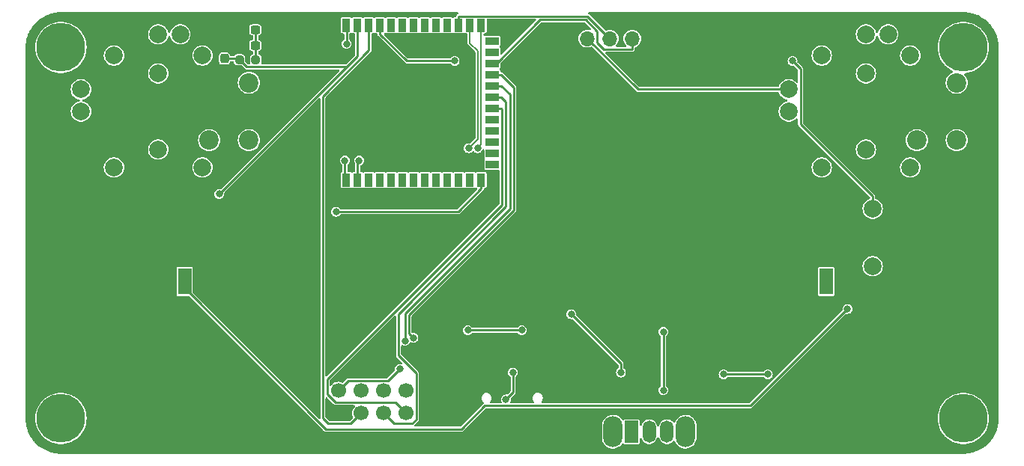
<source format=gbr>
%TF.GenerationSoftware,KiCad,Pcbnew,7.0.6-0*%
%TF.CreationDate,2024-04-21T20:48:41+02:00*%
%TF.ProjectId,3mode_controller,336d6f64-655f-4636-9f6e-74726f6c6c65,rev?*%
%TF.SameCoordinates,Original*%
%TF.FileFunction,Copper,L2,Bot*%
%TF.FilePolarity,Positive*%
%FSLAX46Y46*%
G04 Gerber Fmt 4.6, Leading zero omitted, Abs format (unit mm)*
G04 Created by KiCad (PCBNEW 7.0.6-0) date 2024-04-21 20:48:41*
%MOMM*%
%LPD*%
G01*
G04 APERTURE LIST*
G04 Aperture macros list*
%AMRoundRect*
0 Rectangle with rounded corners*
0 $1 Rounding radius*
0 $2 $3 $4 $5 $6 $7 $8 $9 X,Y pos of 4 corners*
0 Add a 4 corners polygon primitive as box body*
4,1,4,$2,$3,$4,$5,$6,$7,$8,$9,$2,$3,0*
0 Add four circle primitives for the rounded corners*
1,1,$1+$1,$2,$3*
1,1,$1+$1,$4,$5*
1,1,$1+$1,$6,$7*
1,1,$1+$1,$8,$9*
0 Add four rect primitives between the rounded corners*
20,1,$1+$1,$2,$3,$4,$5,0*
20,1,$1+$1,$4,$5,$6,$7,0*
20,1,$1+$1,$6,$7,$8,$9,0*
20,1,$1+$1,$8,$9,$2,$3,0*%
G04 Aperture macros list end*
%TA.AperFunction,ComponentPad*%
%ADD10C,5.500000*%
%TD*%
%TA.AperFunction,ComponentPad*%
%ADD11O,2.200000X3.500000*%
%TD*%
%TA.AperFunction,ComponentPad*%
%ADD12R,1.500000X2.500000*%
%TD*%
%TA.AperFunction,ComponentPad*%
%ADD13O,1.500000X2.500000*%
%TD*%
%TA.AperFunction,WasherPad*%
%ADD14C,2.000000*%
%TD*%
%TA.AperFunction,ComponentPad*%
%ADD15C,2.000000*%
%TD*%
%TA.AperFunction,ComponentPad*%
%ADD16C,2.200000*%
%TD*%
%TA.AperFunction,ComponentPad*%
%ADD17O,1.000000X2.100000*%
%TD*%
%TA.AperFunction,ComponentPad*%
%ADD18O,1.000000X1.800000*%
%TD*%
%TA.AperFunction,ComponentPad*%
%ADD19R,1.700000X1.700000*%
%TD*%
%TA.AperFunction,ComponentPad*%
%ADD20O,1.700000X1.700000*%
%TD*%
%TA.AperFunction,ComponentPad*%
%ADD21C,1.700000*%
%TD*%
%TA.AperFunction,SMDPad,CuDef*%
%ADD22RoundRect,0.237500X0.300000X0.237500X-0.300000X0.237500X-0.300000X-0.237500X0.300000X-0.237500X0*%
%TD*%
%TA.AperFunction,SMDPad,CuDef*%
%ADD23R,0.900000X1.500000*%
%TD*%
%TA.AperFunction,SMDPad,CuDef*%
%ADD24R,1.500000X0.900000*%
%TD*%
%TA.AperFunction,HeatsinkPad*%
%ADD25C,0.600000*%
%TD*%
%TA.AperFunction,SMDPad,CuDef*%
%ADD26R,3.900000X3.900000*%
%TD*%
%TA.AperFunction,ComponentPad*%
%ADD27R,1.500000X3.000000*%
%TD*%
%TA.AperFunction,SMDPad,CuDef*%
%ADD28RoundRect,0.237500X0.250000X0.237500X-0.250000X0.237500X-0.250000X-0.237500X0.250000X-0.237500X0*%
%TD*%
%TA.AperFunction,SMDPad,CuDef*%
%ADD29RoundRect,0.237500X0.237500X-0.300000X0.237500X0.300000X-0.237500X0.300000X-0.237500X-0.300000X0*%
%TD*%
%TA.AperFunction,ViaPad*%
%ADD30C,0.800000*%
%TD*%
%TA.AperFunction,Conductor*%
%ADD31C,0.250000*%
%TD*%
%TA.AperFunction,Conductor*%
%ADD32C,0.200000*%
%TD*%
G04 APERTURE END LIST*
D10*
%TO.P,H3,1*%
%TO.N,N/C*%
X103500000Y-136000000D03*
%TD*%
D11*
%TO.P,SW4,*%
%TO.N,*%
X165900000Y-137500000D03*
X174100000Y-137500000D03*
D12*
%TO.P,SW4,1,A*%
%TO.N,unconnected-(SW4-A-Pad1)*%
X168000000Y-137500000D03*
D13*
%TO.P,SW4,2,B*%
%TO.N,VSPLY*%
X170000000Y-137500000D03*
%TO.P,SW4,3,C*%
%TO.N,Net-(SW4-C)*%
X172000000Y-137500000D03*
%TD*%
D14*
%TO.P,U7,*%
%TO.N,*%
X109500000Y-107575000D03*
X119500000Y-107575000D03*
X114500000Y-105550000D03*
X114500000Y-96950000D03*
X109500000Y-94925000D03*
X119500000Y-94925000D03*
D15*
%TO.P,U7,1,LR1*%
%TO.N,+3.3V*%
X117000000Y-92520000D03*
%TO.P,U7,2,LR2*%
%TO.N,unconnected-(U7-LR2-Pad2)*%
X114500000Y-92520000D03*
%TO.P,U7,3,LR3*%
%TO.N,GND*%
X112000000Y-92520000D03*
%TO.P,U7,4,UD1*%
%TO.N,+3.3V*%
X105770000Y-98750000D03*
%TO.P,U7,5,UD2*%
%TO.N,ESP32_JOYSTICK_Y*%
X105770000Y-101250000D03*
%TO.P,U7,6,UD3*%
%TO.N,GND*%
X105770000Y-103750000D03*
D16*
%TO.P,U7,7,SWa*%
%TO.N,unconnected-(U7-SWa-Pad7)*%
X120250000Y-104500000D03*
%TO.P,U7,8,SWb*%
%TO.N,unconnected-(U7-SWb-Pad8)*%
X124750000Y-104500000D03*
%TO.P,U7,9,SWc*%
%TO.N,GND*%
X120250000Y-98000000D03*
%TO.P,U7,10,SWd*%
%TO.N,unconnected-(U7-SWd-Pad10)*%
X124750000Y-98000000D03*
%TD*%
D15*
%TO.P,SW3,1,1*%
%TO.N,ESP32_BUTTON*%
X195250000Y-118750000D03*
X195250000Y-112250000D03*
%TO.P,SW3,2,2*%
%TO.N,GND*%
X199750000Y-118750000D03*
X199750000Y-112250000D03*
%TD*%
D10*
%TO.P,H2,1*%
%TO.N,N/C*%
X205500000Y-94000000D03*
%TD*%
D14*
%TO.P,U8,*%
%TO.N,*%
X189500000Y-107575000D03*
X199500000Y-107575000D03*
X194500000Y-105550000D03*
X194500000Y-96950000D03*
X189500000Y-94925000D03*
X199500000Y-94925000D03*
D15*
%TO.P,U8,1,LR1*%
%TO.N,+3.3V*%
X197000000Y-92520000D03*
%TO.P,U8,2,LR2*%
%TO.N,ESP32_JOYSTICK_X*%
X194500000Y-92520000D03*
%TO.P,U8,3,LR3*%
%TO.N,GND*%
X192000000Y-92520000D03*
%TO.P,U8,4,UD1*%
%TO.N,+3.3V*%
X185770000Y-98750000D03*
%TO.P,U8,5,UD2*%
%TO.N,unconnected-(U8-UD2-Pad5)*%
X185770000Y-101250000D03*
%TO.P,U8,6,UD3*%
%TO.N,GND*%
X185770000Y-103750000D03*
D16*
%TO.P,U8,7,SWa*%
%TO.N,unconnected-(U8-SWa-Pad7)*%
X200250000Y-104500000D03*
%TO.P,U8,8,SWb*%
%TO.N,unconnected-(U8-SWb-Pad8)*%
X204750000Y-104500000D03*
%TO.P,U8,9,SWc*%
%TO.N,GND*%
X200250000Y-98000000D03*
%TO.P,U8,10,SWd*%
%TO.N,unconnected-(U8-SWd-Pad10)*%
X204750000Y-98000000D03*
%TD*%
D10*
%TO.P,H1,1*%
%TO.N,N/C*%
X103500000Y-94000000D03*
%TD*%
D17*
%TO.P,J2,S1,SHIELD*%
%TO.N,GND*%
X150180000Y-133185000D03*
D18*
X150180000Y-137365000D03*
D17*
X158820000Y-133185000D03*
D18*
X158820000Y-137365000D03*
%TD*%
D10*
%TO.P,H4,1*%
%TO.N,N/C*%
X205500000Y-136000000D03*
%TD*%
D19*
%TO.P,J1,1,Pin_1*%
%TO.N,GND*%
X160460000Y-93000000D03*
D20*
%TO.P,J1,2,Pin_2*%
%TO.N,+3.3V*%
X163000000Y-93000000D03*
%TO.P,J1,3,Pin_3*%
%TO.N,ESP32_SCREEN_SCK*%
X165540000Y-93000000D03*
%TO.P,J1,4,Pin_4*%
%TO.N,ESP32_SCREEN_SDA*%
X168080000Y-93000000D03*
%TD*%
D19*
%TO.P,U6,1,GND*%
%TO.N,GND*%
X134880000Y-135400000D03*
D21*
%TO.P,U6,2,VCC*%
%TO.N,+3.3V*%
X134880000Y-132860000D03*
%TO.P,U6,3,CE*%
%TO.N,ESP32_RF_SPI_CE*%
X137420000Y-135400000D03*
%TO.P,U6,4,~{CSN}*%
%TO.N,ESP32_RF_SPI_CNS*%
X137420000Y-132860000D03*
%TO.P,U6,5,SCK*%
%TO.N,ESP32_RF_SPI_SCK*%
X139960000Y-135400000D03*
%TO.P,U6,6,MOSI*%
%TO.N,ESP32_RF_SPI_MOSI*%
X139960000Y-132860000D03*
%TO.P,U6,7,MISO*%
%TO.N,ESP32_RF_SPI_MISO*%
X142500000Y-135400000D03*
%TO.P,U6,8,IRQ*%
%TO.N,unconnected-(U6-IRQ-Pad8)*%
X142500000Y-132860000D03*
%TD*%
D22*
%TO.P,C3,1*%
%TO.N,+3.3V*%
X125462500Y-93792000D03*
%TO.P,C3,2*%
%TO.N,GND*%
X123737500Y-93792000D03*
%TD*%
D23*
%TO.P,U2,1,GND*%
%TO.N,GND*%
X134500000Y-91500000D03*
%TO.P,U2,2,3V3*%
%TO.N,+3.3V*%
X135770000Y-91500000D03*
%TO.P,U2,3,EN*%
%TO.N,ESP32-RESET*%
X137040000Y-91500000D03*
%TO.P,U2,4,GPIO4/TOUCH4/ADC1_CH3*%
%TO.N,ESP32_RF_SPI_CE*%
X138310000Y-91500000D03*
%TO.P,U2,5,GPIO5/TOUCH5/ADC1_CH4*%
%TO.N,ESP32_BUTTON*%
X139580000Y-91500000D03*
%TO.P,U2,6,GPIO6/TOUCH6/ADC1_CH5*%
%TO.N,unconnected-(U2-GPIO6{slash}TOUCH6{slash}ADC1_CH5-Pad6)*%
X140850000Y-91500000D03*
%TO.P,U2,7,GPIO7/TOUCH7/ADC1_CH6*%
%TO.N,unconnected-(U2-GPIO7{slash}TOUCH7{slash}ADC1_CH6-Pad7)*%
X142120000Y-91500000D03*
%TO.P,U2,8,GPIO15/U0RTS/ADC2_CH4/XTAL_32K_P*%
%TO.N,unconnected-(U2-GPIO15{slash}U0RTS{slash}ADC2_CH4{slash}XTAL_32K_P-Pad8)*%
X143390000Y-91500000D03*
%TO.P,U2,9,GPIO16/U0CTS/ADC2_CH5/XTAL_32K_N*%
%TO.N,unconnected-(U2-GPIO16{slash}U0CTS{slash}ADC2_CH5{slash}XTAL_32K_N-Pad9)*%
X144660000Y-91500000D03*
%TO.P,U2,10,GPIO17/U1TXD/ADC2_CH6*%
%TO.N,unconnected-(U2-GPIO17{slash}U1TXD{slash}ADC2_CH6-Pad10)*%
X145930000Y-91500000D03*
%TO.P,U2,11,GPIO18/U1RXD/ADC2_CH7/CLK_OUT3*%
%TO.N,unconnected-(U2-GPIO18{slash}U1RXD{slash}ADC2_CH7{slash}CLK_OUT3-Pad11)*%
X147200000Y-91500000D03*
%TO.P,U2,12,GPIO8/TOUCH8/ADC1_CH7/SUBSPICS1*%
%TO.N,ESP32_SCREEN_SCK*%
X148470000Y-91500000D03*
%TO.P,U2,13,GPIO19/U1RTS/ADC2_CH8/CLK_OUT2/USB_D-*%
%TO.N,ESP32-D-*%
X149740000Y-91500000D03*
%TO.P,U2,14,GPIO20/U1CTS/ADC2_CH9/CLK_OUT1/USB_D+*%
%TO.N,ESP32-D+*%
X151010000Y-91500000D03*
D24*
%TO.P,U2,15,GPIO3/TOUCH3/ADC1_CH2*%
%TO.N,unconnected-(U2-GPIO3{slash}TOUCH3{slash}ADC1_CH2-Pad15)*%
X152260000Y-93265000D03*
%TO.P,U2,16,GPIO46*%
%TO.N,unconnected-(U2-GPIO46-Pad16)*%
X152260000Y-94535000D03*
%TO.P,U2,17,GPIO9/TOUCH9/ADC1_CH8/FSPIHD/SUBSPIHD*%
%TO.N,ESP32_SCREEN_SDA*%
X152260000Y-95805000D03*
%TO.P,U2,18,GPIO10/TOUCH10/ADC1_CH9/FSPICS0/FSPIIO4/SUBSPICS0*%
%TO.N,ESP32_RF_SPI_CNS*%
X152260000Y-97075000D03*
%TO.P,U2,19,GPIO11/TOUCH11/ADC2_CH0/FSPID/FSPIIO5/SUBSPID*%
%TO.N,ESP32_RF_SPI_MOSI*%
X152260000Y-98345000D03*
%TO.P,U2,20,GPIO12/TOUCH12/ADC2_CH1/FSPICLK/FSPIIO6/SUBSPICLK*%
%TO.N,ESP32_RF_SPI_SCK*%
X152260000Y-99615000D03*
%TO.P,U2,21,GPIO13/TOUCH13/ADC2_CH2/FSPIQ/FSPIIO7/SUBSPIQ*%
%TO.N,ESP32_RF_SPI_MISO*%
X152260000Y-100885000D03*
%TO.P,U2,22,GPIO14/TOUCH14/ADC2_CH3/FSPIWP/FSPIDQS/SUBSPIWP*%
%TO.N,unconnected-(U2-GPIO14{slash}TOUCH14{slash}ADC2_CH3{slash}FSPIWP{slash}FSPIDQS{slash}SUBSPIWP-Pad22)*%
X152260000Y-102155000D03*
%TO.P,U2,23,GPIO21*%
%TO.N,unconnected-(U2-GPIO21-Pad23)*%
X152260000Y-103425000D03*
%TO.P,U2,24,GPIO47/SPICLK_P/SUBSPICLK_P_DIFF*%
%TO.N,unconnected-(U2-GPIO47{slash}SPICLK_P{slash}SUBSPICLK_P_DIFF-Pad24)*%
X152260000Y-104695000D03*
%TO.P,U2,25,GPIO48/SPICLK_N/SUBSPICLK_N_DIFF*%
%TO.N,unconnected-(U2-GPIO48{slash}SPICLK_N{slash}SUBSPICLK_N_DIFF-Pad25)*%
X152260000Y-105965000D03*
%TO.P,U2,26,GPIO45*%
%TO.N,unconnected-(U2-GPIO45-Pad26)*%
X152260000Y-107235000D03*
D23*
%TO.P,U2,27,GPIO0/BOOT*%
%TO.N,ESP32-BOOT0*%
X151010000Y-109000000D03*
%TO.P,U2,28,SPIIO6/GPIO35/FSPID/SUBSPID*%
%TO.N,unconnected-(U2-SPIIO6{slash}GPIO35{slash}FSPID{slash}SUBSPID-Pad28)*%
X149740000Y-109000000D03*
%TO.P,U2,29,SPIIO7/GPIO36/FSPICLK/SUBSPICLK*%
%TO.N,unconnected-(U2-SPIIO7{slash}GPIO36{slash}FSPICLK{slash}SUBSPICLK-Pad29)*%
X148470000Y-109000000D03*
%TO.P,U2,30,SPIDQS/GPIO37/FSPIQ/SUBSPIQ*%
%TO.N,unconnected-(U2-SPIDQS{slash}GPIO37{slash}FSPIQ{slash}SUBSPIQ-Pad30)*%
X147200000Y-109000000D03*
%TO.P,U2,31,GPIO38/FSPIWP/SUBSPIWP*%
%TO.N,unconnected-(U2-GPIO38{slash}FSPIWP{slash}SUBSPIWP-Pad31)*%
X145930000Y-109000000D03*
%TO.P,U2,32,MTCK/GPIO39/CLK_OUT3/SUBSPICS1*%
%TO.N,unconnected-(U2-MTCK{slash}GPIO39{slash}CLK_OUT3{slash}SUBSPICS1-Pad32)*%
X144660000Y-109000000D03*
%TO.P,U2,33,MTDO/GPIO40/CLK_OUT2*%
%TO.N,unconnected-(U2-MTDO{slash}GPIO40{slash}CLK_OUT2-Pad33)*%
X143390000Y-109000000D03*
%TO.P,U2,34,MTDI/GPIO41/CLK_OUT1*%
%TO.N,unconnected-(U2-MTDI{slash}GPIO41{slash}CLK_OUT1-Pad34)*%
X142120000Y-109000000D03*
%TO.P,U2,35,MTMS/GPIO42*%
%TO.N,unconnected-(U2-MTMS{slash}GPIO42-Pad35)*%
X140850000Y-109000000D03*
%TO.P,U2,36,U0RXD/GPIO44/CLK_OUT2*%
%TO.N,unconnected-(U2-U0RXD{slash}GPIO44{slash}CLK_OUT2-Pad36)*%
X139580000Y-109000000D03*
%TO.P,U2,37,U0TXD/GPIO43/CLK_OUT1*%
%TO.N,unconnected-(U2-U0TXD{slash}GPIO43{slash}CLK_OUT1-Pad37)*%
X138310000Y-109000000D03*
%TO.P,U2,38,GPIO2/TOUCH2/ADC1_CH1*%
%TO.N,ESP32_JOYSTICK_X*%
X137040000Y-109000000D03*
%TO.P,U2,39,GPIO1/TOUCH1/ADC1_CH0*%
%TO.N,ESP32_JOYSTICK_Y*%
X135770000Y-109000000D03*
%TO.P,U2,40,GND*%
%TO.N,GND*%
X134500000Y-109000000D03*
D25*
%TO.P,U2,41,GND*%
X142920000Y-97350000D03*
X141520000Y-97350000D03*
X143620000Y-98050000D03*
X142220000Y-98050000D03*
X140820000Y-98050000D03*
X142920000Y-98750000D03*
D26*
X142220000Y-98750000D03*
D25*
X141520000Y-98750000D03*
X143620000Y-99450000D03*
X142220000Y-99450000D03*
X140820000Y-99450000D03*
X142920000Y-100150000D03*
X141520000Y-100150000D03*
%TD*%
D27*
%TO.P,U3,1,V+*%
%TO.N,VBAT+PROTECT*%
X190000000Y-120498224D03*
%TO.P,U3,2,V-*%
%TO.N,Net-(IC1-GND)*%
X117500000Y-120498224D03*
%TD*%
D22*
%TO.P,C5,1*%
%TO.N,+3.3V*%
X125462500Y-92000000D03*
%TO.P,C5,2*%
%TO.N,GND*%
X123737500Y-92000000D03*
%TD*%
D28*
%TO.P,R1,1*%
%TO.N,+3.3V*%
X125512500Y-95392000D03*
%TO.P,R1,2*%
%TO.N,ESP32-RESET*%
X123687500Y-95392000D03*
%TD*%
D29*
%TO.P,C1,1*%
%TO.N,ESP32-RESET*%
X122000000Y-95262500D03*
%TO.P,C1,2*%
%TO.N,GND*%
X122000000Y-93537500D03*
%TD*%
D30*
%TO.N,ESP32-RESET*%
X121400000Y-110600000D03*
%TO.N,GND*%
X136000000Y-119800000D03*
X138000000Y-129000000D03*
X192200000Y-126000000D03*
X171000000Y-135400000D03*
X140600000Y-116600000D03*
X176000000Y-131200000D03*
X178600000Y-127000000D03*
X177800000Y-132800000D03*
X154400000Y-92200000D03*
%TO.N,+3.3V*%
X149500500Y-126000000D03*
X135800000Y-93600000D03*
X155600000Y-126000000D03*
X141800000Y-130400000D03*
%TO.N,Net-(IC1-GND)*%
X192400000Y-123600000D03*
%TO.N,ESP32_BUTTON*%
X186200000Y-95525500D03*
X148000000Y-95525500D03*
%TO.N,Net-(SW4-C)*%
X161200000Y-124200000D03*
X166800000Y-130800000D03*
%TO.N,VSPLY*%
X171600000Y-126200000D03*
X171600000Y-132800000D03*
%TO.N,Net-(J2-CC1)*%
X154600000Y-130800000D03*
X153800000Y-133835500D03*
%TO.N,ESP32-D+*%
X150600000Y-105400000D03*
%TO.N,ESP32-D-*%
X149600000Y-105400000D03*
%TO.N,VBAT+PROTECT*%
X183400000Y-131000000D03*
X178400000Y-131000000D03*
%TO.N,ESP32-BOOT0*%
X134600000Y-112600000D03*
%TO.N,ESP32_RF_SPI_CNS*%
X143348212Y-126883930D03*
%TO.N,ESP32_RF_SPI_MOSI*%
X142400000Y-127200000D03*
%TO.N,ESP32_JOYSTICK_X*%
X137200000Y-106800000D03*
%TO.N,ESP32_JOYSTICK_Y*%
X135600000Y-106800000D03*
%TD*%
D31*
%TO.N,ESP32-RESET*%
X135808000Y-96192000D02*
X137040000Y-94960000D01*
X122000000Y-95262500D02*
X123558000Y-95262500D01*
X124487500Y-96192000D02*
X135808000Y-96192000D01*
X137040000Y-94960000D02*
X137040000Y-91500000D01*
X121400000Y-110600000D02*
X137040000Y-94960000D01*
X123687500Y-95392000D02*
X124487500Y-96192000D01*
X123558000Y-95262500D02*
X123687500Y-95392000D01*
%TO.N,+3.3V*%
X168750000Y-98750000D02*
X185770000Y-98750000D01*
X125512500Y-95392000D02*
X125512500Y-92050000D01*
X134880000Y-132860000D02*
X136005000Y-131735000D01*
X135800000Y-91530000D02*
X135770000Y-91500000D01*
X136005000Y-131735000D02*
X140465000Y-131735000D01*
X135800000Y-93600000D02*
X135800000Y-91530000D01*
X140465000Y-131735000D02*
X141800000Y-130400000D01*
X149500500Y-126000000D02*
X155600000Y-126000000D01*
X163000000Y-93000000D02*
X168750000Y-98750000D01*
X125512500Y-92050000D02*
X125462500Y-92000000D01*
%TO.N,Net-(IC1-GND)*%
X117500000Y-121248224D02*
X133451776Y-137200000D01*
X117500000Y-120498224D02*
X117500000Y-121248224D01*
X151418274Y-134560000D02*
X181440000Y-134560000D01*
X181440000Y-134560000D02*
X192400000Y-123600000D01*
X133451776Y-137200000D02*
X148778274Y-137200000D01*
X148778274Y-137200000D02*
X151418274Y-134560000D01*
%TO.N,ESP32_BUTTON*%
X139580000Y-92500000D02*
X142605500Y-95525500D01*
X142605500Y-95525500D02*
X148000000Y-95525500D01*
X187095000Y-96420500D02*
X187095000Y-102695000D01*
X139580000Y-91500000D02*
X139580000Y-92500000D01*
X187095000Y-102695000D02*
X195250000Y-110850000D01*
X186200000Y-95525500D02*
X187095000Y-96420500D01*
X195250000Y-110850000D02*
X195250000Y-112250000D01*
%TO.N,Net-(SW4-C)*%
X166800000Y-130800000D02*
X166800000Y-129800000D01*
X166800000Y-129800000D02*
X161200000Y-124200000D01*
%TO.N,VSPLY*%
X171600000Y-132800000D02*
X171600000Y-126200000D01*
%TO.N,Net-(J2-CC1)*%
X153800000Y-133835500D02*
X154600000Y-133035500D01*
X154600000Y-133035500D02*
X154600000Y-130800000D01*
D32*
%TO.N,ESP32-D+*%
X151010000Y-91500000D02*
X151010000Y-104990000D01*
X151010000Y-104990000D02*
X150600000Y-105400000D01*
%TO.N,ESP32-D-*%
X150610000Y-94420000D02*
X150610000Y-102400000D01*
X150600000Y-94410000D02*
X150610000Y-94420000D01*
X150610000Y-102400000D02*
X150610000Y-104390000D01*
X149740000Y-93530000D02*
X150610000Y-94400000D01*
X150610000Y-94400000D02*
X150600000Y-94410000D01*
X150610000Y-104390000D02*
X149600000Y-105400000D01*
X149740000Y-91500000D02*
X149740000Y-93530000D01*
D31*
%TO.N,VBAT+PROTECT*%
X178400000Y-131000000D02*
X183400000Y-131000000D01*
%TO.N,ESP32_SCREEN_SCK*%
X148470000Y-90500000D02*
X148470000Y-91500000D01*
X163015000Y-90475000D02*
X148495000Y-90475000D01*
X165540000Y-93000000D02*
X163015000Y-90475000D01*
X148495000Y-90475000D02*
X148470000Y-90500000D01*
%TO.N,ESP32_SCREEN_SDA*%
X157670000Y-90875000D02*
X152740000Y-95805000D01*
X162849314Y-90875000D02*
X157670000Y-90875000D01*
X168080000Y-93000000D02*
X168080000Y-94202081D01*
X164125000Y-93465991D02*
X164125000Y-92150686D01*
X164861090Y-94202081D02*
X164125000Y-93465991D01*
X164125000Y-92150686D02*
X162849314Y-90875000D01*
X168080000Y-94202081D02*
X164861090Y-94202081D01*
X152740000Y-95805000D02*
X152260000Y-95805000D01*
%TO.N,ESP32-BOOT0*%
X151010000Y-109000000D02*
X151010000Y-110000000D01*
X151010000Y-110000000D02*
X148410000Y-112600000D01*
X148410000Y-112600000D02*
X134600000Y-112600000D01*
%TO.N,ESP32_RF_SPI_CE*%
X138310000Y-94326396D02*
X133118198Y-99518198D01*
X138310000Y-91500000D02*
X138310000Y-94326396D01*
X133118198Y-99518198D02*
X133118198Y-135988198D01*
X136245000Y-136575000D02*
X137420000Y-135400000D01*
X133705000Y-136575000D02*
X136245000Y-136575000D01*
X133118198Y-135988198D02*
X133705000Y-136575000D01*
%TO.N,ESP32_RF_SPI_CNS*%
X153260000Y-97075000D02*
X154700000Y-98515000D01*
X154700000Y-112200000D02*
X154700000Y-112409188D01*
X142850000Y-126385718D02*
X143348212Y-126883930D01*
X144054594Y-123054594D02*
X142850000Y-124259188D01*
X154700000Y-112409188D02*
X144054594Y-123054594D01*
X152260000Y-97075000D02*
X153260000Y-97075000D01*
X142850000Y-124259188D02*
X142850000Y-126385718D01*
X154700000Y-98515000D02*
X154700000Y-112200000D01*
%TO.N,ESP32_RF_SPI_MOSI*%
X154250000Y-112222792D02*
X145536396Y-120936396D01*
X145536396Y-120936396D02*
X142400000Y-124072792D01*
X154250000Y-99335000D02*
X154250000Y-112222792D01*
X152260000Y-98345000D02*
X153260000Y-98345000D01*
X142400000Y-124072792D02*
X142400000Y-127200000D01*
X153260000Y-98345000D02*
X154250000Y-99335000D01*
%TO.N,ESP32_RF_SPI_SCK*%
X153260000Y-99615000D02*
X153800000Y-100155000D01*
X141135000Y-136575000D02*
X139960000Y-135400000D01*
X141675000Y-128875000D02*
X141675000Y-124161396D01*
X153800000Y-100155000D02*
X153800000Y-112036396D01*
X141675000Y-124161396D02*
X153800000Y-112036396D01*
X143225000Y-136575000D02*
X141135000Y-136575000D01*
X143675000Y-130875000D02*
X141675000Y-128875000D01*
X143675000Y-136125000D02*
X143225000Y-136575000D01*
X143675000Y-130875000D02*
X143675000Y-136125000D01*
X152260000Y-99615000D02*
X153260000Y-99615000D01*
%TO.N,ESP32_RF_SPI_MISO*%
X141300000Y-134200000D02*
X134558299Y-134200000D01*
X133600000Y-133241701D02*
X133600000Y-131600000D01*
X153335000Y-100960000D02*
X153260000Y-100885000D01*
X133600000Y-131600000D02*
X153335000Y-111865000D01*
X142500000Y-135400000D02*
X141300000Y-134200000D01*
X134558299Y-134200000D02*
X133600000Y-133241701D01*
X153260000Y-100885000D02*
X152260000Y-100885000D01*
X153335000Y-111865000D02*
X153335000Y-100960000D01*
%TO.N,ESP32_JOYSTICK_X*%
X137040000Y-109000000D02*
X137040000Y-106960000D01*
X137040000Y-106960000D02*
X137200000Y-106800000D01*
%TO.N,ESP32_JOYSTICK_Y*%
X135600000Y-108830000D02*
X135770000Y-109000000D01*
X135600000Y-106800000D02*
X135600000Y-108830000D01*
%TD*%
%TA.AperFunction,Conductor*%
%TO.N,GND*%
G36*
X148367519Y-90020185D02*
G01*
X148413274Y-90072989D01*
X148423218Y-90142147D01*
X148394193Y-90205703D01*
X148369372Y-90227600D01*
X148319378Y-90261006D01*
X148319376Y-90261007D01*
X148296376Y-90276376D01*
X148296375Y-90276377D01*
X148287739Y-90285013D01*
X148286825Y-90284099D01*
X148279096Y-90291828D01*
X148280010Y-90292742D01*
X148271375Y-90301376D01*
X148217268Y-90382352D01*
X148201848Y-90401141D01*
X148200860Y-90402128D01*
X148203559Y-90427224D01*
X148203146Y-90429399D01*
X148189164Y-90499691D01*
X148156779Y-90561602D01*
X148096064Y-90596176D01*
X148067547Y-90599500D01*
X148005178Y-90599500D01*
X147961282Y-90608231D01*
X147961279Y-90608232D01*
X147903890Y-90646578D01*
X147837212Y-90667455D01*
X147769832Y-90648970D01*
X147766110Y-90646578D01*
X147708723Y-90608234D01*
X147708722Y-90608233D01*
X147708721Y-90608232D01*
X147708720Y-90608232D01*
X147708717Y-90608231D01*
X147664822Y-90599500D01*
X147664820Y-90599500D01*
X146735180Y-90599500D01*
X146735178Y-90599500D01*
X146691282Y-90608231D01*
X146691279Y-90608232D01*
X146633890Y-90646578D01*
X146567212Y-90667455D01*
X146499832Y-90648970D01*
X146496110Y-90646578D01*
X146438723Y-90608234D01*
X146438722Y-90608233D01*
X146438721Y-90608232D01*
X146438720Y-90608232D01*
X146438717Y-90608231D01*
X146394822Y-90599500D01*
X146394820Y-90599500D01*
X145465180Y-90599500D01*
X145465178Y-90599500D01*
X145421282Y-90608231D01*
X145421279Y-90608232D01*
X145363890Y-90646578D01*
X145297212Y-90667455D01*
X145229832Y-90648970D01*
X145226110Y-90646578D01*
X145168723Y-90608234D01*
X145168722Y-90608233D01*
X145168721Y-90608232D01*
X145168720Y-90608232D01*
X145168717Y-90608231D01*
X145124822Y-90599500D01*
X145124820Y-90599500D01*
X144195180Y-90599500D01*
X144195178Y-90599500D01*
X144151282Y-90608231D01*
X144151279Y-90608232D01*
X144093890Y-90646578D01*
X144027212Y-90667455D01*
X143959832Y-90648970D01*
X143956110Y-90646578D01*
X143898723Y-90608234D01*
X143898722Y-90608233D01*
X143898721Y-90608232D01*
X143898720Y-90608232D01*
X143898717Y-90608231D01*
X143854822Y-90599500D01*
X143854820Y-90599500D01*
X142925180Y-90599500D01*
X142925178Y-90599500D01*
X142881282Y-90608231D01*
X142881279Y-90608232D01*
X142823890Y-90646578D01*
X142757212Y-90667455D01*
X142689832Y-90648970D01*
X142686110Y-90646578D01*
X142628723Y-90608234D01*
X142628722Y-90608233D01*
X142628721Y-90608232D01*
X142628720Y-90608232D01*
X142628717Y-90608231D01*
X142584822Y-90599500D01*
X142584820Y-90599500D01*
X141655180Y-90599500D01*
X141655178Y-90599500D01*
X141611282Y-90608231D01*
X141611279Y-90608232D01*
X141553890Y-90646578D01*
X141487212Y-90667455D01*
X141419832Y-90648970D01*
X141416110Y-90646578D01*
X141358723Y-90608234D01*
X141358722Y-90608233D01*
X141358721Y-90608232D01*
X141358720Y-90608232D01*
X141358717Y-90608231D01*
X141314822Y-90599500D01*
X141314820Y-90599500D01*
X140385180Y-90599500D01*
X140385178Y-90599500D01*
X140341282Y-90608231D01*
X140341279Y-90608232D01*
X140283890Y-90646578D01*
X140217212Y-90667455D01*
X140149832Y-90648970D01*
X140146110Y-90646578D01*
X140088723Y-90608234D01*
X140088722Y-90608233D01*
X140088721Y-90608232D01*
X140088720Y-90608232D01*
X140088717Y-90608231D01*
X140044822Y-90599500D01*
X140044820Y-90599500D01*
X139115180Y-90599500D01*
X139115178Y-90599500D01*
X139071282Y-90608231D01*
X139071279Y-90608232D01*
X139013890Y-90646578D01*
X138947212Y-90667455D01*
X138879832Y-90648970D01*
X138876110Y-90646578D01*
X138818723Y-90608234D01*
X138818722Y-90608233D01*
X138818721Y-90608232D01*
X138818720Y-90608232D01*
X138818717Y-90608231D01*
X138774822Y-90599500D01*
X138774820Y-90599500D01*
X137845180Y-90599500D01*
X137845178Y-90599500D01*
X137801282Y-90608231D01*
X137801279Y-90608232D01*
X137743890Y-90646578D01*
X137677212Y-90667455D01*
X137609832Y-90648970D01*
X137606110Y-90646578D01*
X137548723Y-90608234D01*
X137548722Y-90608233D01*
X137548721Y-90608232D01*
X137548720Y-90608232D01*
X137548717Y-90608231D01*
X137504822Y-90599500D01*
X137504820Y-90599500D01*
X136575180Y-90599500D01*
X136575178Y-90599500D01*
X136531282Y-90608231D01*
X136531279Y-90608232D01*
X136473890Y-90646578D01*
X136407212Y-90667455D01*
X136339832Y-90648970D01*
X136336110Y-90646578D01*
X136278723Y-90608234D01*
X136278722Y-90608233D01*
X136278721Y-90608232D01*
X136278720Y-90608232D01*
X136278717Y-90608231D01*
X136234822Y-90599500D01*
X136234820Y-90599500D01*
X135305180Y-90599500D01*
X135305178Y-90599500D01*
X135261282Y-90608231D01*
X135261275Y-90608234D01*
X135211496Y-90641495D01*
X135211495Y-90641496D01*
X135178234Y-90691275D01*
X135178231Y-90691282D01*
X135169500Y-90735177D01*
X135169500Y-90735180D01*
X135169500Y-92264820D01*
X135169500Y-92264822D01*
X135169499Y-92264822D01*
X135178231Y-92308717D01*
X135178234Y-92308724D01*
X135194150Y-92332544D01*
X135211496Y-92358504D01*
X135261278Y-92391767D01*
X135261281Y-92391767D01*
X135261282Y-92391768D01*
X135305177Y-92400500D01*
X135305180Y-92400500D01*
X135400500Y-92400500D01*
X135467539Y-92420185D01*
X135513294Y-92472989D01*
X135524500Y-92524500D01*
X135524500Y-93056358D01*
X135504815Y-93123397D01*
X135475987Y-93154733D01*
X135407381Y-93207376D01*
X135319137Y-93322377D01*
X135263671Y-93456287D01*
X135263670Y-93456291D01*
X135250209Y-93558539D01*
X135244750Y-93600000D01*
X135261841Y-93729820D01*
X135263670Y-93743708D01*
X135263671Y-93743712D01*
X135319137Y-93877622D01*
X135319138Y-93877624D01*
X135319139Y-93877625D01*
X135407379Y-93992621D01*
X135522375Y-94080861D01*
X135656291Y-94136330D01*
X135783280Y-94153048D01*
X135799999Y-94155250D01*
X135800000Y-94155250D01*
X135800001Y-94155250D01*
X135814977Y-94153278D01*
X135943709Y-94136330D01*
X136077625Y-94080861D01*
X136192621Y-93992621D01*
X136280861Y-93877625D01*
X136336330Y-93743709D01*
X136355250Y-93600000D01*
X136336330Y-93456291D01*
X136280861Y-93322375D01*
X136192621Y-93207379D01*
X136192619Y-93207377D01*
X136192618Y-93207376D01*
X136124013Y-93154733D01*
X136082810Y-93098305D01*
X136075500Y-93056358D01*
X136075500Y-92524500D01*
X136095185Y-92457461D01*
X136147989Y-92411706D01*
X136199500Y-92400500D01*
X136234822Y-92400500D01*
X136278717Y-92391768D01*
X136278717Y-92391767D01*
X136278722Y-92391767D01*
X136328504Y-92358504D01*
X136328504Y-92358502D01*
X136336109Y-92353422D01*
X136402787Y-92332544D01*
X136470167Y-92351029D01*
X136473891Y-92353422D01*
X136481495Y-92358502D01*
X136481496Y-92358504D01*
X136531278Y-92391767D01*
X136531281Y-92391767D01*
X136531282Y-92391768D01*
X136575177Y-92400500D01*
X136575180Y-92400500D01*
X136640500Y-92400500D01*
X136707539Y-92420185D01*
X136753294Y-92472989D01*
X136764500Y-92524500D01*
X136764500Y-94794521D01*
X136744815Y-94861560D01*
X136728181Y-94882202D01*
X135730203Y-95880181D01*
X135668880Y-95913666D01*
X135642522Y-95916500D01*
X126252971Y-95916500D01*
X126185932Y-95896815D01*
X126140177Y-95844011D01*
X126130233Y-95774853D01*
X126135042Y-95754175D01*
X126136104Y-95750901D01*
X126136109Y-95750893D01*
X126150500Y-95660033D01*
X126150499Y-95123968D01*
X126150499Y-95123966D01*
X126150499Y-95123962D01*
X126136110Y-95033111D01*
X126136110Y-95033110D01*
X126136109Y-95033108D01*
X126136109Y-95033107D01*
X126080311Y-94923597D01*
X126080309Y-94923595D01*
X126080306Y-94923591D01*
X125993408Y-94836693D01*
X125993404Y-94836690D01*
X125993403Y-94836690D01*
X125993403Y-94836689D01*
X125883893Y-94780891D01*
X125883891Y-94780890D01*
X125883886Y-94780888D01*
X125874607Y-94777873D01*
X125875767Y-94774302D01*
X125829399Y-94752279D01*
X125792512Y-94692940D01*
X125788000Y-94659796D01*
X125788000Y-94524203D01*
X125807685Y-94457164D01*
X125860489Y-94411409D01*
X125874912Y-94407062D01*
X125874608Y-94406126D01*
X125883889Y-94403110D01*
X125883890Y-94403109D01*
X125883893Y-94403109D01*
X125993403Y-94347311D01*
X126080311Y-94260403D01*
X126136109Y-94150893D01*
X126150500Y-94060033D01*
X126150499Y-93523968D01*
X126150499Y-93523966D01*
X126150499Y-93523962D01*
X126136110Y-93433111D01*
X126136110Y-93433110D01*
X126136109Y-93433108D01*
X126136109Y-93433107D01*
X126080311Y-93323597D01*
X126080309Y-93323595D01*
X126080306Y-93323591D01*
X125993408Y-93236693D01*
X125993404Y-93236690D01*
X125993403Y-93236690D01*
X125993403Y-93236689D01*
X125883893Y-93180891D01*
X125883891Y-93180890D01*
X125883886Y-93180888D01*
X125874607Y-93177873D01*
X125875767Y-93174302D01*
X125829399Y-93152279D01*
X125792512Y-93092940D01*
X125788000Y-93059796D01*
X125788000Y-92732203D01*
X125807685Y-92665164D01*
X125860489Y-92619409D01*
X125874912Y-92615062D01*
X125874608Y-92614126D01*
X125883889Y-92611110D01*
X125883890Y-92611109D01*
X125883893Y-92611109D01*
X125993403Y-92555311D01*
X126080311Y-92468403D01*
X126136109Y-92358893D01*
X126150500Y-92268033D01*
X126150499Y-91731968D01*
X126150499Y-91731966D01*
X126150499Y-91731962D01*
X126136110Y-91641111D01*
X126136110Y-91641110D01*
X126136109Y-91641108D01*
X126136109Y-91641107D01*
X126080311Y-91531597D01*
X126080309Y-91531595D01*
X126080306Y-91531591D01*
X125993408Y-91444693D01*
X125993404Y-91444690D01*
X125993403Y-91444689D01*
X125883893Y-91388891D01*
X125883891Y-91388890D01*
X125883888Y-91388889D01*
X125793033Y-91374500D01*
X125131962Y-91374500D01*
X125131962Y-91374501D01*
X125041111Y-91388889D01*
X125041110Y-91388889D01*
X124931595Y-91444690D01*
X124931591Y-91444693D01*
X124844693Y-91531591D01*
X124844690Y-91531595D01*
X124788889Y-91641111D01*
X124774500Y-91731966D01*
X124774500Y-92268037D01*
X124788889Y-92358888D01*
X124788889Y-92358889D01*
X124788890Y-92358892D01*
X124788891Y-92358893D01*
X124839674Y-92458561D01*
X124844690Y-92468404D01*
X124844693Y-92468408D01*
X124931591Y-92555306D01*
X124931595Y-92555309D01*
X124931597Y-92555311D01*
X125041107Y-92611109D01*
X125041109Y-92611109D01*
X125041111Y-92611110D01*
X125132398Y-92625569D01*
X125195533Y-92655498D01*
X125232464Y-92714810D01*
X125237000Y-92748042D01*
X125237000Y-93043959D01*
X125217315Y-93110998D01*
X125164511Y-93156753D01*
X125132397Y-93166432D01*
X125041111Y-93180889D01*
X125041110Y-93180889D01*
X124931595Y-93236690D01*
X124931591Y-93236693D01*
X124844693Y-93323591D01*
X124844690Y-93323595D01*
X124788889Y-93433111D01*
X124774500Y-93523966D01*
X124774500Y-94060037D01*
X124788889Y-94150888D01*
X124788889Y-94150889D01*
X124788890Y-94150892D01*
X124788891Y-94150893D01*
X124838674Y-94248598D01*
X124844690Y-94260404D01*
X124844693Y-94260408D01*
X124931591Y-94347306D01*
X124931595Y-94347309D01*
X124931597Y-94347311D01*
X125041107Y-94403109D01*
X125041109Y-94403109D01*
X125041111Y-94403110D01*
X125132397Y-94417569D01*
X125195532Y-94447498D01*
X125232463Y-94506810D01*
X125236999Y-94540042D01*
X125236999Y-94659796D01*
X125217314Y-94726835D01*
X125164510Y-94772590D01*
X125150090Y-94776944D01*
X125150392Y-94777874D01*
X125141110Y-94780889D01*
X125031595Y-94836690D01*
X125031591Y-94836693D01*
X124944693Y-94923591D01*
X124944690Y-94923595D01*
X124888889Y-95033111D01*
X124874500Y-95123966D01*
X124874500Y-95660037D01*
X124888889Y-95750886D01*
X124889959Y-95754178D01*
X124890079Y-95758402D01*
X124890417Y-95760532D01*
X124890141Y-95760575D01*
X124891956Y-95824019D01*
X124855878Y-95883853D01*
X124793178Y-95914683D01*
X124772029Y-95916500D01*
X124652978Y-95916500D01*
X124585939Y-95896815D01*
X124565297Y-95880181D01*
X124361818Y-95676702D01*
X124328333Y-95615379D01*
X124325499Y-95589021D01*
X124325499Y-95381787D01*
X124325499Y-95123968D01*
X124320674Y-95093504D01*
X124311110Y-95033111D01*
X124311110Y-95033110D01*
X124311109Y-95033108D01*
X124311109Y-95033107D01*
X124255311Y-94923597D01*
X124255309Y-94923595D01*
X124255306Y-94923591D01*
X124168408Y-94836693D01*
X124168404Y-94836690D01*
X124168403Y-94836689D01*
X124058893Y-94780891D01*
X124058891Y-94780890D01*
X124058888Y-94780889D01*
X123968033Y-94766500D01*
X123406962Y-94766500D01*
X123406962Y-94766501D01*
X123316111Y-94780889D01*
X123316110Y-94780889D01*
X123206595Y-94836690D01*
X123119684Y-94923602D01*
X123113949Y-94931496D01*
X123111817Y-94929947D01*
X123073913Y-94970087D01*
X123011396Y-94987000D01*
X122740122Y-94987000D01*
X122673083Y-94967315D01*
X122627328Y-94914511D01*
X122617649Y-94882397D01*
X122611110Y-94841111D01*
X122611110Y-94841110D01*
X122611109Y-94841108D01*
X122611109Y-94841107D01*
X122555311Y-94731597D01*
X122555309Y-94731595D01*
X122555306Y-94731591D01*
X122468408Y-94644693D01*
X122468404Y-94644690D01*
X122468403Y-94644689D01*
X122358893Y-94588891D01*
X122358891Y-94588890D01*
X122358888Y-94588889D01*
X122268033Y-94574500D01*
X121731962Y-94574500D01*
X121731962Y-94574501D01*
X121641111Y-94588889D01*
X121641110Y-94588889D01*
X121531595Y-94644690D01*
X121531591Y-94644693D01*
X121444693Y-94731591D01*
X121444690Y-94731595D01*
X121388889Y-94841111D01*
X121374500Y-94931966D01*
X121374500Y-95593037D01*
X121388889Y-95683888D01*
X121388889Y-95683889D01*
X121388890Y-95683892D01*
X121388891Y-95683893D01*
X121440415Y-95785015D01*
X121444690Y-95793404D01*
X121444693Y-95793408D01*
X121531591Y-95880306D01*
X121531595Y-95880309D01*
X121531597Y-95880311D01*
X121641107Y-95936109D01*
X121641109Y-95936109D01*
X121641111Y-95936110D01*
X121668670Y-95940474D01*
X121731967Y-95950500D01*
X122268032Y-95950499D01*
X122268037Y-95950499D01*
X122268037Y-95950498D01*
X122313462Y-95943304D01*
X122358888Y-95936110D01*
X122358889Y-95936110D01*
X122358890Y-95936109D01*
X122358893Y-95936109D01*
X122468403Y-95880311D01*
X122555311Y-95793403D01*
X122611109Y-95683893D01*
X122617649Y-95642600D01*
X122647577Y-95579468D01*
X122706888Y-95542536D01*
X122740122Y-95538000D01*
X122925501Y-95538000D01*
X122992540Y-95557685D01*
X123038295Y-95610489D01*
X123048036Y-95655266D01*
X123049119Y-95655181D01*
X123049501Y-95660037D01*
X123063889Y-95750888D01*
X123063889Y-95750889D01*
X123063890Y-95750892D01*
X123063891Y-95750893D01*
X123114140Y-95849513D01*
X123119690Y-95860404D01*
X123119693Y-95860408D01*
X123206591Y-95947306D01*
X123206595Y-95947309D01*
X123206597Y-95947311D01*
X123316107Y-96003109D01*
X123316109Y-96003109D01*
X123316111Y-96003110D01*
X123336645Y-96006362D01*
X123406967Y-96017500D01*
X123872021Y-96017499D01*
X123939060Y-96037183D01*
X123959702Y-96053818D01*
X124264869Y-96358985D01*
X124280290Y-96377775D01*
X124288873Y-96390621D01*
X124288876Y-96390624D01*
X124308416Y-96403680D01*
X124308423Y-96403685D01*
X124311139Y-96405500D01*
X124311876Y-96405992D01*
X124311878Y-96405994D01*
X124333588Y-96420500D01*
X124380005Y-96451515D01*
X124380008Y-96451515D01*
X124380009Y-96451516D01*
X124466332Y-96468687D01*
X124466339Y-96468687D01*
X124487500Y-96472897D01*
X124502653Y-96469882D01*
X124526844Y-96467500D01*
X134843522Y-96467500D01*
X134910561Y-96487185D01*
X134956316Y-96539989D01*
X134966260Y-96609147D01*
X134937235Y-96672703D01*
X134931203Y-96679181D01*
X121589603Y-110020779D01*
X121528280Y-110054264D01*
X121485737Y-110056037D01*
X121400002Y-110044750D01*
X121399999Y-110044750D01*
X121256291Y-110063670D01*
X121256287Y-110063671D01*
X121122377Y-110119137D01*
X121007379Y-110207379D01*
X120919137Y-110322377D01*
X120863671Y-110456287D01*
X120863670Y-110456291D01*
X120844750Y-110600000D01*
X120849490Y-110636007D01*
X120863670Y-110743708D01*
X120863671Y-110743712D01*
X120919137Y-110877622D01*
X120919138Y-110877624D01*
X120919139Y-110877625D01*
X121007379Y-110992621D01*
X121122375Y-111080861D01*
X121256291Y-111136330D01*
X121383280Y-111153048D01*
X121399999Y-111155250D01*
X121400000Y-111155250D01*
X121400001Y-111155250D01*
X121414977Y-111153278D01*
X121543709Y-111136330D01*
X121677625Y-111080861D01*
X121792621Y-110992621D01*
X121880861Y-110877625D01*
X121936330Y-110743709D01*
X121955250Y-110600000D01*
X121943962Y-110514260D01*
X121954727Y-110445225D01*
X121979217Y-110410397D01*
X132631020Y-99758595D01*
X132692339Y-99725113D01*
X132762031Y-99730097D01*
X132817964Y-99771969D01*
X132842381Y-99837433D01*
X132842697Y-99846279D01*
X132842698Y-135901944D01*
X132823013Y-135968983D01*
X132770209Y-136014738D01*
X132701051Y-136024682D01*
X132637495Y-135995657D01*
X132631017Y-135989625D01*
X118436819Y-121795427D01*
X118403334Y-121734104D01*
X118400500Y-121707746D01*
X118400500Y-118983401D01*
X118391768Y-118939506D01*
X118391767Y-118939505D01*
X118391767Y-118939502D01*
X118358504Y-118889720D01*
X118358503Y-118889719D01*
X118308724Y-118856458D01*
X118308717Y-118856455D01*
X118264822Y-118847724D01*
X118264820Y-118847724D01*
X116735180Y-118847724D01*
X116735178Y-118847724D01*
X116691282Y-118856455D01*
X116691275Y-118856458D01*
X116641496Y-118889719D01*
X116641495Y-118889720D01*
X116608234Y-118939499D01*
X116608231Y-118939506D01*
X116599500Y-118983401D01*
X116599500Y-118983403D01*
X116599500Y-118983404D01*
X116599500Y-122013044D01*
X116599500Y-122013046D01*
X116599499Y-122013046D01*
X116608231Y-122056941D01*
X116608232Y-122056945D01*
X116608233Y-122056946D01*
X116641496Y-122106728D01*
X116691278Y-122139991D01*
X116691281Y-122139991D01*
X116691282Y-122139992D01*
X116735177Y-122148724D01*
X116735180Y-122148724D01*
X117959522Y-122148724D01*
X118026561Y-122168409D01*
X118047203Y-122185043D01*
X133229145Y-137366985D01*
X133244566Y-137385775D01*
X133253149Y-137398621D01*
X133253150Y-137398622D01*
X133253152Y-137398624D01*
X133276152Y-137413992D01*
X133276154Y-137413994D01*
X133302310Y-137431471D01*
X133344281Y-137459515D01*
X133344283Y-137459515D01*
X133344283Y-137459516D01*
X133430608Y-137476687D01*
X133430615Y-137476687D01*
X133451776Y-137480897D01*
X133466929Y-137477882D01*
X133491120Y-137475500D01*
X148738930Y-137475500D01*
X148763120Y-137477882D01*
X148778274Y-137480897D01*
X148805406Y-137475500D01*
X148805407Y-137475500D01*
X148829008Y-137470805D01*
X148885767Y-137459516D01*
X148885768Y-137459515D01*
X148885769Y-137459515D01*
X148927739Y-137431471D01*
X148953896Y-137413994D01*
X148953895Y-137413994D01*
X148967327Y-137405020D01*
X148967329Y-137405017D01*
X148976898Y-137398624D01*
X148985482Y-137385775D01*
X149000898Y-137366990D01*
X151496070Y-134871819D01*
X151557394Y-134838334D01*
X151583752Y-134835500D01*
X181400656Y-134835500D01*
X181424846Y-134837882D01*
X181440000Y-134840897D01*
X181467132Y-134835500D01*
X181467133Y-134835500D01*
X181490734Y-134830805D01*
X181547493Y-134819516D01*
X181547494Y-134819515D01*
X181547495Y-134819515D01*
X181589465Y-134791471D01*
X181615622Y-134773994D01*
X181615621Y-134773994D01*
X181629050Y-134765022D01*
X181629053Y-134765018D01*
X181638624Y-134758624D01*
X181647211Y-134745772D01*
X181662624Y-134726991D01*
X192210396Y-124179218D01*
X192271717Y-124145735D01*
X192314261Y-124143962D01*
X192399999Y-124155250D01*
X192400000Y-124155250D01*
X192400001Y-124155250D01*
X192414977Y-124153278D01*
X192543709Y-124136330D01*
X192677625Y-124080861D01*
X192792621Y-123992621D01*
X192880861Y-123877625D01*
X192936330Y-123743709D01*
X192955250Y-123600000D01*
X192936330Y-123456291D01*
X192880861Y-123322375D01*
X192792621Y-123207379D01*
X192677625Y-123119139D01*
X192677624Y-123119138D01*
X192677622Y-123119137D01*
X192543712Y-123063671D01*
X192543710Y-123063670D01*
X192543709Y-123063670D01*
X192471854Y-123054210D01*
X192400001Y-123044750D01*
X192399999Y-123044750D01*
X192256291Y-123063670D01*
X192256287Y-123063671D01*
X192122377Y-123119137D01*
X192007379Y-123207379D01*
X191919137Y-123322377D01*
X191863671Y-123456287D01*
X191863670Y-123456291D01*
X191844750Y-123599999D01*
X191844750Y-123600002D01*
X191856037Y-123685737D01*
X191845271Y-123754772D01*
X191820779Y-123789603D01*
X181362203Y-134248181D01*
X181300880Y-134281666D01*
X181274522Y-134284500D01*
X157906835Y-134284500D01*
X157839796Y-134264815D01*
X157794041Y-134212011D01*
X157784097Y-134142853D01*
X157808460Y-134085013D01*
X157872638Y-134001376D01*
X157892698Y-133975233D01*
X157950687Y-133835236D01*
X157970466Y-133685000D01*
X157950687Y-133534764D01*
X157892698Y-133394767D01*
X157800451Y-133274549D01*
X157680233Y-133182302D01*
X157680229Y-133182300D01*
X157585338Y-133142995D01*
X157540236Y-133124313D01*
X157526171Y-133122461D01*
X157427727Y-133109500D01*
X157427720Y-133109500D01*
X157352280Y-133109500D01*
X157352272Y-133109500D01*
X157239764Y-133124313D01*
X157239763Y-133124313D01*
X157099770Y-133182300D01*
X157099767Y-133182301D01*
X157099767Y-133182302D01*
X156979549Y-133274549D01*
X156918094Y-133354639D01*
X156887300Y-133394770D01*
X156829313Y-133534763D01*
X156829312Y-133534765D01*
X156809534Y-133684999D01*
X156809534Y-133685000D01*
X156829312Y-133835234D01*
X156829313Y-133835236D01*
X156887300Y-133975230D01*
X156887302Y-133975234D01*
X156971540Y-134085013D01*
X156996735Y-134150182D01*
X156982697Y-134218627D01*
X156933883Y-134268617D01*
X156873165Y-134284500D01*
X154395454Y-134284500D01*
X154328415Y-134264815D01*
X154282660Y-134212011D01*
X154272716Y-134142853D01*
X154280893Y-134113048D01*
X154292505Y-134085013D01*
X154336330Y-133979209D01*
X154355250Y-133835500D01*
X154343962Y-133749760D01*
X154354727Y-133680725D01*
X154379217Y-133645897D01*
X154766989Y-133258125D01*
X154785774Y-133242709D01*
X154798624Y-133234124D01*
X154859515Y-133142995D01*
X154875500Y-133062633D01*
X154875500Y-133062632D01*
X154880897Y-133035500D01*
X154877883Y-133020347D01*
X154875500Y-132996155D01*
X154875500Y-132800000D01*
X171044750Y-132800000D01*
X171062794Y-132937059D01*
X171063670Y-132943708D01*
X171063671Y-132943712D01*
X171119137Y-133077622D01*
X171119138Y-133077624D01*
X171119139Y-133077625D01*
X171207379Y-133192621D01*
X171322375Y-133280861D01*
X171322376Y-133280861D01*
X171322377Y-133280862D01*
X171366577Y-133299170D01*
X171456291Y-133336330D01*
X171583280Y-133353048D01*
X171599999Y-133355250D01*
X171600000Y-133355250D01*
X171600001Y-133355250D01*
X171614977Y-133353278D01*
X171743709Y-133336330D01*
X171877625Y-133280861D01*
X171992621Y-133192621D01*
X172080861Y-133077625D01*
X172136330Y-132943709D01*
X172155250Y-132800000D01*
X172136330Y-132656291D01*
X172080861Y-132522375D01*
X171992621Y-132407379D01*
X171992619Y-132407377D01*
X171992618Y-132407376D01*
X171924013Y-132354733D01*
X171882810Y-132298305D01*
X171875500Y-132256358D01*
X171875500Y-131000000D01*
X177844750Y-131000000D01*
X177863670Y-131143708D01*
X177863671Y-131143712D01*
X177919137Y-131277622D01*
X177919138Y-131277624D01*
X177919139Y-131277625D01*
X178007379Y-131392621D01*
X178122375Y-131480861D01*
X178256291Y-131536330D01*
X178383280Y-131553048D01*
X178399999Y-131555250D01*
X178400000Y-131555250D01*
X178400001Y-131555250D01*
X178414977Y-131553278D01*
X178543709Y-131536330D01*
X178677625Y-131480861D01*
X178792621Y-131392621D01*
X178845267Y-131324011D01*
X178901693Y-131282811D01*
X178943641Y-131275500D01*
X182856359Y-131275500D01*
X182923398Y-131295185D01*
X182954731Y-131324009D01*
X183007379Y-131392621D01*
X183122375Y-131480861D01*
X183256291Y-131536330D01*
X183383280Y-131553048D01*
X183399999Y-131555250D01*
X183400000Y-131555250D01*
X183400001Y-131555250D01*
X183414977Y-131553278D01*
X183543709Y-131536330D01*
X183677625Y-131480861D01*
X183792621Y-131392621D01*
X183880861Y-131277625D01*
X183936330Y-131143709D01*
X183955250Y-131000000D01*
X183936330Y-130856291D01*
X183880861Y-130722375D01*
X183792621Y-130607379D01*
X183677625Y-130519139D01*
X183677624Y-130519138D01*
X183677622Y-130519137D01*
X183543712Y-130463671D01*
X183543710Y-130463670D01*
X183543709Y-130463670D01*
X183471854Y-130454210D01*
X183400001Y-130444750D01*
X183399999Y-130444750D01*
X183256291Y-130463670D01*
X183256287Y-130463671D01*
X183122377Y-130519137D01*
X183075937Y-130554772D01*
X183007379Y-130607379D01*
X182954732Y-130675988D01*
X182898307Y-130717189D01*
X182856359Y-130724500D01*
X178943641Y-130724500D01*
X178876602Y-130704815D01*
X178845268Y-130675990D01*
X178792621Y-130607379D01*
X178677625Y-130519139D01*
X178677624Y-130519138D01*
X178677622Y-130519137D01*
X178543712Y-130463671D01*
X178543710Y-130463670D01*
X178543709Y-130463670D01*
X178471854Y-130454210D01*
X178400001Y-130444750D01*
X178399999Y-130444750D01*
X178256291Y-130463670D01*
X178256287Y-130463671D01*
X178122377Y-130519137D01*
X178007379Y-130607379D01*
X177919137Y-130722377D01*
X177863671Y-130856287D01*
X177863670Y-130856291D01*
X177844750Y-130999999D01*
X177844750Y-131000000D01*
X171875500Y-131000000D01*
X171875500Y-126743641D01*
X171895185Y-126676602D01*
X171924009Y-126645268D01*
X171992621Y-126592621D01*
X172080861Y-126477625D01*
X172136330Y-126343709D01*
X172155250Y-126200000D01*
X172136330Y-126056291D01*
X172080861Y-125922375D01*
X171992621Y-125807379D01*
X171877625Y-125719139D01*
X171877624Y-125719138D01*
X171877622Y-125719137D01*
X171743712Y-125663671D01*
X171743710Y-125663670D01*
X171743709Y-125663670D01*
X171671854Y-125654210D01*
X171600001Y-125644750D01*
X171599999Y-125644750D01*
X171456291Y-125663670D01*
X171456287Y-125663671D01*
X171322377Y-125719137D01*
X171207379Y-125807379D01*
X171119137Y-125922377D01*
X171063671Y-126056287D01*
X171063670Y-126056291D01*
X171044750Y-126200000D01*
X171055652Y-126282811D01*
X171063670Y-126343708D01*
X171063671Y-126343712D01*
X171119137Y-126477622D01*
X171119138Y-126477624D01*
X171119139Y-126477625D01*
X171207379Y-126592621D01*
X171275988Y-126645267D01*
X171317189Y-126701693D01*
X171324500Y-126743641D01*
X171324500Y-132256358D01*
X171304815Y-132323397D01*
X171275987Y-132354733D01*
X171207381Y-132407376D01*
X171119137Y-132522377D01*
X171063671Y-132656287D01*
X171063670Y-132656291D01*
X171044750Y-132800000D01*
X154875500Y-132800000D01*
X154875500Y-131343641D01*
X154895185Y-131276602D01*
X154924009Y-131245268D01*
X154992621Y-131192621D01*
X155080861Y-131077625D01*
X155136330Y-130943709D01*
X155155250Y-130800000D01*
X155136330Y-130656291D01*
X155094280Y-130554772D01*
X155080862Y-130522377D01*
X155080861Y-130522376D01*
X155080861Y-130522375D01*
X154992621Y-130407379D01*
X154877625Y-130319139D01*
X154877624Y-130319138D01*
X154877622Y-130319137D01*
X154743712Y-130263671D01*
X154743710Y-130263670D01*
X154743709Y-130263670D01*
X154671854Y-130254210D01*
X154600001Y-130244750D01*
X154599999Y-130244750D01*
X154456291Y-130263670D01*
X154456287Y-130263671D01*
X154322377Y-130319137D01*
X154207379Y-130407379D01*
X154119137Y-130522377D01*
X154063671Y-130656287D01*
X154063670Y-130656291D01*
X154045722Y-130792620D01*
X154044750Y-130800000D01*
X154062698Y-130936329D01*
X154063670Y-130943708D01*
X154063671Y-130943712D01*
X154119137Y-131077622D01*
X154119138Y-131077624D01*
X154119139Y-131077625D01*
X154207379Y-131192621D01*
X154275988Y-131245267D01*
X154317189Y-131301693D01*
X154324500Y-131343641D01*
X154324500Y-132870020D01*
X154304815Y-132937059D01*
X154288181Y-132957701D01*
X153989603Y-133256279D01*
X153928280Y-133289764D01*
X153885737Y-133291537D01*
X153800002Y-133280250D01*
X153799999Y-133280250D01*
X153656291Y-133299170D01*
X153656287Y-133299171D01*
X153522377Y-133354637D01*
X153407379Y-133442879D01*
X153319137Y-133557877D01*
X153263671Y-133691787D01*
X153263670Y-133691791D01*
X153244750Y-133835499D01*
X153244750Y-133835500D01*
X153263670Y-133979208D01*
X153263671Y-133979212D01*
X153319107Y-134113048D01*
X153326576Y-134182517D01*
X153295300Y-134244996D01*
X153235211Y-134280648D01*
X153204546Y-134284500D01*
X152126835Y-134284500D01*
X152059796Y-134264815D01*
X152014041Y-134212011D01*
X152004097Y-134142853D01*
X152028460Y-134085013D01*
X152092638Y-134001376D01*
X152112698Y-133975233D01*
X152170687Y-133835236D01*
X152190466Y-133685000D01*
X152170687Y-133534764D01*
X152112698Y-133394767D01*
X152020451Y-133274549D01*
X151900233Y-133182302D01*
X151900229Y-133182300D01*
X151805338Y-133142995D01*
X151760236Y-133124313D01*
X151746171Y-133122461D01*
X151647727Y-133109500D01*
X151647720Y-133109500D01*
X151572280Y-133109500D01*
X151572272Y-133109500D01*
X151459764Y-133124313D01*
X151459763Y-133124313D01*
X151319770Y-133182300D01*
X151319767Y-133182301D01*
X151319767Y-133182302D01*
X151199549Y-133274549D01*
X151138094Y-133354639D01*
X151107300Y-133394770D01*
X151049313Y-133534763D01*
X151049312Y-133534765D01*
X151029534Y-133684999D01*
X151029534Y-133685000D01*
X151049312Y-133835234D01*
X151049313Y-133835236D01*
X151102535Y-133963726D01*
X151107302Y-133975233D01*
X151191540Y-134085013D01*
X151199551Y-134095453D01*
X151256870Y-134139436D01*
X151298073Y-134195864D01*
X151302227Y-134265610D01*
X151268014Y-134326530D01*
X151250274Y-134340913D01*
X151247297Y-134342901D01*
X151247288Y-134342908D01*
X151242652Y-134346006D01*
X151242650Y-134346007D01*
X151227446Y-134356165D01*
X151219648Y-134361377D01*
X151211065Y-134374222D01*
X151195646Y-134393010D01*
X148700477Y-136888181D01*
X148639154Y-136921666D01*
X148612796Y-136924500D01*
X143564477Y-136924500D01*
X143497438Y-136904815D01*
X143451683Y-136852011D01*
X143441739Y-136782853D01*
X143470764Y-136719297D01*
X143476796Y-136712819D01*
X143636330Y-136553285D01*
X143841990Y-136347624D01*
X143860774Y-136332209D01*
X143873624Y-136323624D01*
X143889744Y-136299500D01*
X143901722Y-136281573D01*
X143910060Y-136269095D01*
X143922260Y-136250835D01*
X143934515Y-136232495D01*
X143937827Y-136215848D01*
X143951686Y-136146169D01*
X143955897Y-136125000D01*
X143952883Y-136109847D01*
X143950500Y-136085655D01*
X143950500Y-130914344D01*
X143952883Y-130890151D01*
X143955897Y-130875000D01*
X143941252Y-130801376D01*
X143934515Y-130767505D01*
X143874457Y-130677622D01*
X143873624Y-130676375D01*
X143860775Y-130667790D01*
X143841985Y-130652369D01*
X141986819Y-128797202D01*
X141953334Y-128735879D01*
X141950500Y-128709521D01*
X141950500Y-127795247D01*
X141970185Y-127728208D01*
X142022989Y-127682453D01*
X142092147Y-127672509D01*
X142121952Y-127680686D01*
X142122377Y-127680862D01*
X142256291Y-127736330D01*
X142383280Y-127753048D01*
X142399999Y-127755250D01*
X142400000Y-127755250D01*
X142400001Y-127755250D01*
X142414977Y-127753278D01*
X142543709Y-127736330D01*
X142677625Y-127680861D01*
X142792621Y-127592621D01*
X142880861Y-127477625D01*
X142901086Y-127428796D01*
X142944924Y-127374395D01*
X143011218Y-127352329D01*
X143063098Y-127361689D01*
X143070586Y-127364790D01*
X143070587Y-127364791D01*
X143204503Y-127420260D01*
X143331492Y-127436978D01*
X143348211Y-127439180D01*
X143348212Y-127439180D01*
X143348213Y-127439180D01*
X143363189Y-127437208D01*
X143491921Y-127420260D01*
X143625837Y-127364791D01*
X143740833Y-127276551D01*
X143829073Y-127161555D01*
X143884542Y-127027639D01*
X143903462Y-126883930D01*
X143884542Y-126740221D01*
X143829073Y-126606305D01*
X143740833Y-126491309D01*
X143625837Y-126403069D01*
X143625836Y-126403068D01*
X143625834Y-126403067D01*
X143491924Y-126347601D01*
X143491922Y-126347600D01*
X143491921Y-126347600D01*
X143420066Y-126338140D01*
X143348213Y-126328680D01*
X143348208Y-126328680D01*
X143265684Y-126339544D01*
X143196649Y-126328778D01*
X143144394Y-126282398D01*
X143125500Y-126216605D01*
X143125500Y-126000000D01*
X148945250Y-126000000D01*
X148952660Y-126056287D01*
X148964170Y-126143708D01*
X148964171Y-126143712D01*
X149019637Y-126277622D01*
X149019638Y-126277624D01*
X149019639Y-126277625D01*
X149107879Y-126392621D01*
X149222875Y-126480861D01*
X149356791Y-126536330D01*
X149483780Y-126553048D01*
X149500499Y-126555250D01*
X149500500Y-126555250D01*
X149500501Y-126555250D01*
X149515477Y-126553278D01*
X149644209Y-126536330D01*
X149778125Y-126480861D01*
X149893121Y-126392621D01*
X149945767Y-126324011D01*
X150002193Y-126282811D01*
X150044141Y-126275500D01*
X155056359Y-126275500D01*
X155123398Y-126295185D01*
X155154731Y-126324009D01*
X155207379Y-126392621D01*
X155322375Y-126480861D01*
X155456291Y-126536330D01*
X155583280Y-126553048D01*
X155599999Y-126555250D01*
X155600000Y-126555250D01*
X155600001Y-126555250D01*
X155614977Y-126553278D01*
X155743709Y-126536330D01*
X155877625Y-126480861D01*
X155992621Y-126392621D01*
X156080861Y-126277625D01*
X156136330Y-126143709D01*
X156155250Y-126000000D01*
X156136330Y-125856291D01*
X156080861Y-125722375D01*
X155992621Y-125607379D01*
X155877625Y-125519139D01*
X155877624Y-125519138D01*
X155877622Y-125519137D01*
X155743712Y-125463671D01*
X155743710Y-125463670D01*
X155743709Y-125463670D01*
X155671854Y-125454210D01*
X155600001Y-125444750D01*
X155599999Y-125444750D01*
X155456291Y-125463670D01*
X155456287Y-125463671D01*
X155322377Y-125519137D01*
X155207379Y-125607379D01*
X155154732Y-125675988D01*
X155098307Y-125717189D01*
X155056359Y-125724500D01*
X150044141Y-125724500D01*
X149977102Y-125704815D01*
X149945768Y-125675990D01*
X149893121Y-125607379D01*
X149778125Y-125519139D01*
X149778124Y-125519138D01*
X149778122Y-125519137D01*
X149644212Y-125463671D01*
X149644210Y-125463670D01*
X149644209Y-125463670D01*
X149572354Y-125454210D01*
X149500501Y-125444750D01*
X149500499Y-125444750D01*
X149356791Y-125463670D01*
X149356787Y-125463671D01*
X149222877Y-125519137D01*
X149107879Y-125607379D01*
X149019637Y-125722377D01*
X148964171Y-125856287D01*
X148964170Y-125856291D01*
X148945250Y-126000000D01*
X143125500Y-126000000D01*
X143125500Y-124424666D01*
X143145185Y-124357627D01*
X143161819Y-124336985D01*
X143298804Y-124200000D01*
X160644750Y-124200000D01*
X160663670Y-124343708D01*
X160663671Y-124343712D01*
X160719137Y-124477622D01*
X160719138Y-124477624D01*
X160719139Y-124477625D01*
X160807379Y-124592621D01*
X160922375Y-124680861D01*
X161056291Y-124736330D01*
X161183280Y-124753048D01*
X161199999Y-124755250D01*
X161200000Y-124755250D01*
X161200001Y-124755250D01*
X161226133Y-124751809D01*
X161285738Y-124743962D01*
X161354772Y-124754727D01*
X161389604Y-124779220D01*
X166488181Y-129877796D01*
X166521666Y-129939119D01*
X166524500Y-129965477D01*
X166524500Y-130256358D01*
X166504815Y-130323397D01*
X166475987Y-130354733D01*
X166407381Y-130407376D01*
X166319137Y-130522377D01*
X166263671Y-130656287D01*
X166263670Y-130656291D01*
X166245722Y-130792620D01*
X166244750Y-130800000D01*
X166262698Y-130936329D01*
X166263670Y-130943708D01*
X166263671Y-130943712D01*
X166319137Y-131077622D01*
X166319138Y-131077624D01*
X166319139Y-131077625D01*
X166407379Y-131192621D01*
X166522375Y-131280861D01*
X166522376Y-131280861D01*
X166522377Y-131280862D01*
X166556957Y-131295185D01*
X166656291Y-131336330D01*
X166783280Y-131353048D01*
X166799999Y-131355250D01*
X166800000Y-131355250D01*
X166800001Y-131355250D01*
X166814977Y-131353278D01*
X166943709Y-131336330D01*
X167077625Y-131280861D01*
X167192621Y-131192621D01*
X167280861Y-131077625D01*
X167336330Y-130943709D01*
X167355250Y-130800000D01*
X167336330Y-130656291D01*
X167294280Y-130554772D01*
X167280862Y-130522377D01*
X167280861Y-130522376D01*
X167280861Y-130522375D01*
X167192621Y-130407379D01*
X167192619Y-130407377D01*
X167192618Y-130407376D01*
X167124013Y-130354733D01*
X167082810Y-130298305D01*
X167075500Y-130256358D01*
X167075500Y-129839344D01*
X167077883Y-129815151D01*
X167080897Y-129800000D01*
X167061898Y-129704486D01*
X167061296Y-129698375D01*
X167059515Y-129692506D01*
X167059515Y-129692505D01*
X167029069Y-129646940D01*
X166998624Y-129601375D01*
X166985775Y-129592790D01*
X166966985Y-129577369D01*
X161779220Y-124389604D01*
X161745735Y-124328281D01*
X161743962Y-124285737D01*
X161755250Y-124200000D01*
X161755250Y-124199999D01*
X161749358Y-124155250D01*
X161736330Y-124056291D01*
X161680861Y-123922375D01*
X161592621Y-123807379D01*
X161477625Y-123719139D01*
X161477624Y-123719138D01*
X161477622Y-123719137D01*
X161343712Y-123663671D01*
X161343710Y-123663670D01*
X161343709Y-123663670D01*
X161271854Y-123654210D01*
X161200001Y-123644750D01*
X161199999Y-123644750D01*
X161056291Y-123663670D01*
X161056287Y-123663671D01*
X160922377Y-123719137D01*
X160807379Y-123807379D01*
X160719137Y-123922377D01*
X160663671Y-124056287D01*
X160663670Y-124056291D01*
X160644750Y-124199999D01*
X160644750Y-124200000D01*
X143298804Y-124200000D01*
X144327147Y-123171657D01*
X144327160Y-123171642D01*
X145485756Y-122013046D01*
X189099499Y-122013046D01*
X189108231Y-122056941D01*
X189108232Y-122056945D01*
X189108233Y-122056946D01*
X189141496Y-122106728D01*
X189191278Y-122139991D01*
X189191281Y-122139991D01*
X189191282Y-122139992D01*
X189235177Y-122148724D01*
X189235180Y-122148724D01*
X190764822Y-122148724D01*
X190808717Y-122139992D01*
X190808717Y-122139991D01*
X190808722Y-122139991D01*
X190858504Y-122106728D01*
X190891767Y-122056946D01*
X190900500Y-122013044D01*
X190900500Y-118983404D01*
X190900500Y-118983403D01*
X190900500Y-118983401D01*
X190891768Y-118939506D01*
X190891767Y-118939505D01*
X190891767Y-118939502D01*
X190858504Y-118889720D01*
X190858503Y-118889719D01*
X190808724Y-118856458D01*
X190808717Y-118856455D01*
X190764822Y-118847724D01*
X190764820Y-118847724D01*
X189235180Y-118847724D01*
X189235178Y-118847724D01*
X189191282Y-118856455D01*
X189191275Y-118856458D01*
X189141496Y-118889719D01*
X189141495Y-118889720D01*
X189108234Y-118939499D01*
X189108231Y-118939506D01*
X189099500Y-118983401D01*
X189099500Y-118983403D01*
X189099500Y-118983404D01*
X189099500Y-122013044D01*
X189099500Y-122013046D01*
X189099499Y-122013046D01*
X145485756Y-122013046D01*
X148748802Y-118750000D01*
X194094571Y-118750000D01*
X194114244Y-118962310D01*
X194172596Y-119167392D01*
X194172596Y-119167394D01*
X194267632Y-119358253D01*
X194267634Y-119358255D01*
X194396128Y-119528407D01*
X194553698Y-119672052D01*
X194734981Y-119784298D01*
X194933802Y-119861321D01*
X195143390Y-119900500D01*
X195143392Y-119900500D01*
X195356608Y-119900500D01*
X195356610Y-119900500D01*
X195566198Y-119861321D01*
X195765019Y-119784298D01*
X195946302Y-119672052D01*
X196103872Y-119528407D01*
X196232366Y-119358255D01*
X196327405Y-119167389D01*
X196385756Y-118962310D01*
X196405429Y-118750000D01*
X196385756Y-118537690D01*
X196327405Y-118332611D01*
X196327403Y-118332606D01*
X196327403Y-118332605D01*
X196232367Y-118141746D01*
X196103872Y-117971593D01*
X196103872Y-117971592D01*
X195946302Y-117827948D01*
X195765019Y-117715702D01*
X195765017Y-117715701D01*
X195665608Y-117677190D01*
X195566198Y-117638679D01*
X195356610Y-117599500D01*
X195143390Y-117599500D01*
X194933802Y-117638679D01*
X194933799Y-117638679D01*
X194933799Y-117638680D01*
X194734982Y-117715701D01*
X194734980Y-117715702D01*
X194553699Y-117827947D01*
X194396127Y-117971593D01*
X194267632Y-118141746D01*
X194172596Y-118332605D01*
X194172596Y-118332607D01*
X194114244Y-118537689D01*
X194094571Y-118749999D01*
X194094571Y-118750000D01*
X148748802Y-118750000D01*
X154866989Y-112631813D01*
X154885774Y-112616397D01*
X154898624Y-112607812D01*
X154950018Y-112530897D01*
X154959516Y-112516682D01*
X154980897Y-112409188D01*
X154977882Y-112394028D01*
X154975500Y-112369840D01*
X154975500Y-107575000D01*
X188344571Y-107575000D01*
X188364244Y-107787310D01*
X188377955Y-107835500D01*
X188422596Y-107992392D01*
X188422596Y-107992394D01*
X188517632Y-108183253D01*
X188556844Y-108235177D01*
X188646128Y-108353407D01*
X188803698Y-108497052D01*
X188984981Y-108609298D01*
X189183802Y-108686321D01*
X189393390Y-108725500D01*
X189393392Y-108725500D01*
X189606608Y-108725500D01*
X189606610Y-108725500D01*
X189816198Y-108686321D01*
X190015019Y-108609298D01*
X190196302Y-108497052D01*
X190353872Y-108353407D01*
X190482366Y-108183255D01*
X190519723Y-108108231D01*
X190577403Y-107992394D01*
X190577403Y-107992393D01*
X190577405Y-107992389D01*
X190635756Y-107787310D01*
X190655429Y-107575000D01*
X190635756Y-107362690D01*
X190577405Y-107157611D01*
X190577403Y-107157606D01*
X190577403Y-107157605D01*
X190482367Y-106966746D01*
X190353872Y-106796593D01*
X190353872Y-106796592D01*
X190196302Y-106652948D01*
X190015019Y-106540702D01*
X190015017Y-106540701D01*
X189837811Y-106472052D01*
X189816198Y-106463679D01*
X189606610Y-106424500D01*
X189393390Y-106424500D01*
X189183802Y-106463679D01*
X189183799Y-106463679D01*
X189183799Y-106463680D01*
X188984982Y-106540701D01*
X188984980Y-106540702D01*
X188803699Y-106652947D01*
X188646127Y-106796593D01*
X188517632Y-106966746D01*
X188422596Y-107157605D01*
X188422596Y-107157607D01*
X188370688Y-107340043D01*
X188364244Y-107362690D01*
X188344571Y-107575000D01*
X154975500Y-107575000D01*
X154975500Y-98554344D01*
X154977883Y-98530151D01*
X154980897Y-98515000D01*
X154959516Y-98407506D01*
X154913994Y-98339378D01*
X154912283Y-98336817D01*
X154912266Y-98336793D01*
X154909467Y-98332604D01*
X154898624Y-98316376D01*
X154898622Y-98316374D01*
X154898621Y-98316373D01*
X154885775Y-98307790D01*
X154866985Y-98292369D01*
X153482627Y-96908011D01*
X153467205Y-96889219D01*
X153458624Y-96876376D01*
X153458622Y-96876374D01*
X153446624Y-96868357D01*
X153435623Y-96861007D01*
X153435622Y-96861006D01*
X153409465Y-96843528D01*
X153367495Y-96815485D01*
X153367494Y-96815484D01*
X153367493Y-96815484D01*
X153282849Y-96798647D01*
X153282816Y-96798641D01*
X153270641Y-96796219D01*
X153260308Y-96794164D01*
X153198397Y-96761779D01*
X153163823Y-96701063D01*
X153160500Y-96672547D01*
X153160500Y-96610177D01*
X153151768Y-96566282D01*
X153151767Y-96566281D01*
X153151767Y-96566278D01*
X153118504Y-96516496D01*
X153118502Y-96516495D01*
X153113422Y-96508891D01*
X153092544Y-96442213D01*
X153111029Y-96374833D01*
X153113422Y-96371109D01*
X153118502Y-96363504D01*
X153118504Y-96363504D01*
X153151767Y-96313722D01*
X153160500Y-96269820D01*
X153160500Y-95825477D01*
X153180185Y-95758439D01*
X153196819Y-95737797D01*
X157747797Y-91186819D01*
X157809120Y-91153334D01*
X157835478Y-91150500D01*
X162683836Y-91150500D01*
X162750875Y-91170185D01*
X162771517Y-91186819D01*
X163423912Y-91839214D01*
X163457397Y-91900537D01*
X163452413Y-91970229D01*
X163410541Y-92026162D01*
X163345077Y-92050579D01*
X163300237Y-92045556D01*
X163236304Y-92026162D01*
X163196130Y-92013975D01*
X163000000Y-91994659D01*
X162803870Y-92013975D01*
X162615266Y-92071188D01*
X162441467Y-92164086D01*
X162441460Y-92164090D01*
X162289116Y-92289116D01*
X162164090Y-92441460D01*
X162164086Y-92441467D01*
X162071188Y-92615266D01*
X162013975Y-92803870D01*
X161994659Y-93000000D01*
X162013975Y-93196129D01*
X162013976Y-93196132D01*
X162052640Y-93323591D01*
X162071188Y-93384733D01*
X162164086Y-93558532D01*
X162164090Y-93558539D01*
X162289116Y-93710883D01*
X162441460Y-93835909D01*
X162441467Y-93835913D01*
X162615266Y-93928811D01*
X162615269Y-93928811D01*
X162615273Y-93928814D01*
X162803868Y-93986024D01*
X163000000Y-94005341D01*
X163196132Y-93986024D01*
X163384727Y-93928814D01*
X163404283Y-93918360D01*
X163472684Y-93904116D01*
X163537929Y-93929114D01*
X163550420Y-93940036D01*
X168527369Y-98916985D01*
X168542790Y-98935775D01*
X168551373Y-98948621D01*
X168551374Y-98948622D01*
X168551376Y-98948624D01*
X168570786Y-98961593D01*
X168571793Y-98962266D01*
X168571803Y-98962273D01*
X168571858Y-98962310D01*
X168574376Y-98963992D01*
X168574378Y-98963994D01*
X168600534Y-98981471D01*
X168642505Y-99009515D01*
X168642507Y-99009515D01*
X168642507Y-99009516D01*
X168728832Y-99026687D01*
X168728839Y-99026687D01*
X168750000Y-99030897D01*
X168765153Y-99027882D01*
X168789344Y-99025500D01*
X184558583Y-99025500D01*
X184625622Y-99045185D01*
X184671377Y-99097989D01*
X184677849Y-99115564D01*
X184687698Y-99150180D01*
X184692597Y-99167395D01*
X184787632Y-99358253D01*
X184916127Y-99528406D01*
X184916128Y-99528407D01*
X185073698Y-99672052D01*
X185254981Y-99784298D01*
X185453802Y-99861321D01*
X185543623Y-99878111D01*
X185605903Y-99909780D01*
X185641176Y-99970092D01*
X185638242Y-100039900D01*
X185598033Y-100097040D01*
X185543623Y-100121888D01*
X185453802Y-100138679D01*
X185453799Y-100138679D01*
X185453799Y-100138680D01*
X185254982Y-100215701D01*
X185254980Y-100215702D01*
X185073699Y-100327947D01*
X184916127Y-100471593D01*
X184787632Y-100641746D01*
X184692596Y-100832605D01*
X184692596Y-100832607D01*
X184692594Y-100832611D01*
X184692595Y-100832611D01*
X184634244Y-101037690D01*
X184614571Y-101250000D01*
X184634244Y-101462310D01*
X184662437Y-101561398D01*
X184692596Y-101667392D01*
X184692596Y-101667394D01*
X184787632Y-101858253D01*
X184916127Y-102028406D01*
X184916128Y-102028407D01*
X185073698Y-102172052D01*
X185254981Y-102284298D01*
X185453802Y-102361321D01*
X185663390Y-102400500D01*
X185663392Y-102400500D01*
X185876608Y-102400500D01*
X185876610Y-102400500D01*
X186086198Y-102361321D01*
X186285019Y-102284298D01*
X186466302Y-102172052D01*
X186611961Y-102039264D01*
X186674766Y-102008648D01*
X186744153Y-102016845D01*
X186798093Y-102061255D01*
X186819461Y-102127777D01*
X186819500Y-102130902D01*
X186819499Y-102655655D01*
X186817117Y-102679842D01*
X186814103Y-102694996D01*
X186814103Y-102695000D01*
X186818640Y-102717807D01*
X186818647Y-102717849D01*
X186835483Y-102802490D01*
X186835484Y-102802493D01*
X186835485Y-102802495D01*
X186854798Y-102831398D01*
X186896373Y-102893621D01*
X186896376Y-102893624D01*
X186909221Y-102902206D01*
X186928011Y-102917627D01*
X194938181Y-110927796D01*
X194971666Y-110989119D01*
X194974500Y-111015477D01*
X194974500Y-111037970D01*
X194954815Y-111105009D01*
X194902011Y-111150764D01*
X194895294Y-111153597D01*
X194734982Y-111215701D01*
X194734980Y-111215702D01*
X194553699Y-111327947D01*
X194396127Y-111471593D01*
X194267632Y-111641746D01*
X194172596Y-111832605D01*
X194172596Y-111832607D01*
X194114244Y-112037689D01*
X194094571Y-112249999D01*
X194094571Y-112250000D01*
X194114244Y-112462310D01*
X194172596Y-112667392D01*
X194172596Y-112667394D01*
X194267632Y-112858253D01*
X194369103Y-112992621D01*
X194396128Y-113028407D01*
X194553698Y-113172052D01*
X194734981Y-113284298D01*
X194933802Y-113361321D01*
X195143390Y-113400500D01*
X195143392Y-113400500D01*
X195356608Y-113400500D01*
X195356610Y-113400500D01*
X195566198Y-113361321D01*
X195765019Y-113284298D01*
X195946302Y-113172052D01*
X196103872Y-113028407D01*
X196232366Y-112858255D01*
X196258877Y-112805013D01*
X196327403Y-112667394D01*
X196327403Y-112667393D01*
X196327405Y-112667389D01*
X196385756Y-112462310D01*
X196405429Y-112250000D01*
X196385756Y-112037690D01*
X196327405Y-111832611D01*
X196327403Y-111832606D01*
X196327403Y-111832605D01*
X196232367Y-111641746D01*
X196103872Y-111471593D01*
X195946302Y-111327948D01*
X195765019Y-111215702D01*
X195765017Y-111215701D01*
X195604706Y-111153597D01*
X195549305Y-111111024D01*
X195525714Y-111045257D01*
X195525500Y-111037970D01*
X195525500Y-110889344D01*
X195527883Y-110865151D01*
X195530897Y-110850000D01*
X195509516Y-110742506D01*
X195463994Y-110674378D01*
X195462283Y-110671817D01*
X195462266Y-110671793D01*
X195448624Y-110651376D01*
X195448622Y-110651374D01*
X195448621Y-110651373D01*
X195435775Y-110642790D01*
X195416985Y-110627369D01*
X192364616Y-107575000D01*
X198344571Y-107575000D01*
X198364244Y-107787310D01*
X198377955Y-107835500D01*
X198422596Y-107992392D01*
X198422596Y-107992394D01*
X198517632Y-108183253D01*
X198556844Y-108235177D01*
X198646128Y-108353407D01*
X198803698Y-108497052D01*
X198984981Y-108609298D01*
X199183802Y-108686321D01*
X199393390Y-108725500D01*
X199393392Y-108725500D01*
X199606608Y-108725500D01*
X199606610Y-108725500D01*
X199816198Y-108686321D01*
X200015019Y-108609298D01*
X200196302Y-108497052D01*
X200353872Y-108353407D01*
X200482366Y-108183255D01*
X200519723Y-108108231D01*
X200577403Y-107992394D01*
X200577403Y-107992393D01*
X200577405Y-107992389D01*
X200635756Y-107787310D01*
X200655429Y-107575000D01*
X200635756Y-107362690D01*
X200577405Y-107157611D01*
X200577403Y-107157606D01*
X200577403Y-107157605D01*
X200482367Y-106966746D01*
X200353872Y-106796593D01*
X200353872Y-106796592D01*
X200196302Y-106652948D01*
X200015019Y-106540702D01*
X200015017Y-106540701D01*
X199837811Y-106472052D01*
X199816198Y-106463679D01*
X199606610Y-106424500D01*
X199393390Y-106424500D01*
X199183802Y-106463679D01*
X199183799Y-106463679D01*
X199183799Y-106463680D01*
X198984982Y-106540701D01*
X198984980Y-106540702D01*
X198803699Y-106652947D01*
X198646127Y-106796593D01*
X198517632Y-106966746D01*
X198422596Y-107157605D01*
X198422596Y-107157607D01*
X198370688Y-107340043D01*
X198364244Y-107362690D01*
X198344571Y-107575000D01*
X192364616Y-107575000D01*
X190339616Y-105550000D01*
X193344571Y-105550000D01*
X193364244Y-105762310D01*
X193422596Y-105967392D01*
X193422596Y-105967394D01*
X193517632Y-106158253D01*
X193639129Y-106319139D01*
X193646128Y-106328407D01*
X193803698Y-106472052D01*
X193984981Y-106584298D01*
X194183802Y-106661321D01*
X194393390Y-106700500D01*
X194393392Y-106700500D01*
X194606608Y-106700500D01*
X194606610Y-106700500D01*
X194816198Y-106661321D01*
X195015019Y-106584298D01*
X195196302Y-106472052D01*
X195353872Y-106328407D01*
X195482366Y-106158255D01*
X195577405Y-105967389D01*
X195635756Y-105762310D01*
X195655429Y-105550000D01*
X195635756Y-105337690D01*
X195577405Y-105132611D01*
X195577403Y-105132606D01*
X195577403Y-105132605D01*
X195482367Y-104941746D01*
X195353872Y-104771593D01*
X195353872Y-104771592D01*
X195196302Y-104627948D01*
X195015019Y-104515702D01*
X195015017Y-104515701D01*
X194974493Y-104500002D01*
X198994723Y-104500002D01*
X199013793Y-104717975D01*
X199013793Y-104717979D01*
X199070422Y-104929322D01*
X199070424Y-104929326D01*
X199070425Y-104929330D01*
X199098716Y-104990000D01*
X199162897Y-105127638D01*
X199166379Y-105132611D01*
X199288402Y-105306877D01*
X199443123Y-105461598D01*
X199622361Y-105587102D01*
X199820670Y-105679575D01*
X200032023Y-105736207D01*
X200214926Y-105752208D01*
X200249998Y-105755277D01*
X200250000Y-105755277D01*
X200250002Y-105755277D01*
X200278254Y-105752805D01*
X200467977Y-105736207D01*
X200679330Y-105679575D01*
X200877639Y-105587102D01*
X201056877Y-105461598D01*
X201211598Y-105306877D01*
X201337102Y-105127639D01*
X201429575Y-104929330D01*
X201486207Y-104717977D01*
X201505277Y-104500002D01*
X203494723Y-104500002D01*
X203513793Y-104717975D01*
X203513793Y-104717979D01*
X203570422Y-104929322D01*
X203570424Y-104929326D01*
X203570425Y-104929330D01*
X203598716Y-104990000D01*
X203662897Y-105127638D01*
X203666379Y-105132611D01*
X203788402Y-105306877D01*
X203943123Y-105461598D01*
X204122361Y-105587102D01*
X204320670Y-105679575D01*
X204532023Y-105736207D01*
X204714926Y-105752208D01*
X204749998Y-105755277D01*
X204750000Y-105755277D01*
X204750002Y-105755277D01*
X204778254Y-105752805D01*
X204967977Y-105736207D01*
X205179330Y-105679575D01*
X205377639Y-105587102D01*
X205556877Y-105461598D01*
X205711598Y-105306877D01*
X205837102Y-105127639D01*
X205929575Y-104929330D01*
X205986207Y-104717977D01*
X206005277Y-104500000D01*
X205986207Y-104282023D01*
X205929575Y-104070670D01*
X205837102Y-103872362D01*
X205837100Y-103872359D01*
X205837099Y-103872357D01*
X205711599Y-103693124D01*
X205711596Y-103693121D01*
X205556877Y-103538402D01*
X205377639Y-103412898D01*
X205377640Y-103412898D01*
X205377638Y-103412897D01*
X205278484Y-103366661D01*
X205179330Y-103320425D01*
X205179326Y-103320424D01*
X205179322Y-103320422D01*
X204967977Y-103263793D01*
X204750002Y-103244723D01*
X204749998Y-103244723D01*
X204604681Y-103257436D01*
X204532023Y-103263793D01*
X204532020Y-103263793D01*
X204320677Y-103320422D01*
X204320668Y-103320426D01*
X204122361Y-103412898D01*
X204122357Y-103412900D01*
X203943121Y-103538402D01*
X203788402Y-103693121D01*
X203662900Y-103872357D01*
X203662898Y-103872361D01*
X203570426Y-104070668D01*
X203570422Y-104070677D01*
X203513793Y-104282020D01*
X203513793Y-104282024D01*
X203494723Y-104499997D01*
X203494723Y-104500002D01*
X201505277Y-104500002D01*
X201505277Y-104500000D01*
X201486207Y-104282023D01*
X201429575Y-104070670D01*
X201337102Y-103872362D01*
X201337100Y-103872359D01*
X201337099Y-103872357D01*
X201211599Y-103693124D01*
X201211596Y-103693121D01*
X201056877Y-103538402D01*
X200877639Y-103412898D01*
X200877640Y-103412898D01*
X200877638Y-103412897D01*
X200778484Y-103366661D01*
X200679330Y-103320425D01*
X200679326Y-103320424D01*
X200679322Y-103320422D01*
X200467977Y-103263793D01*
X200250002Y-103244723D01*
X200249998Y-103244723D01*
X200104681Y-103257436D01*
X200032023Y-103263793D01*
X200032020Y-103263793D01*
X199820677Y-103320422D01*
X199820668Y-103320426D01*
X199622361Y-103412898D01*
X199622357Y-103412900D01*
X199443121Y-103538402D01*
X199288402Y-103693121D01*
X199162900Y-103872357D01*
X199162898Y-103872361D01*
X199070426Y-104070668D01*
X199070422Y-104070677D01*
X199013793Y-104282020D01*
X199013793Y-104282024D01*
X198994723Y-104499997D01*
X198994723Y-104500002D01*
X194974493Y-104500002D01*
X194915608Y-104477190D01*
X194816198Y-104438679D01*
X194606610Y-104399500D01*
X194393390Y-104399500D01*
X194183802Y-104438679D01*
X194183799Y-104438679D01*
X194183799Y-104438680D01*
X193984982Y-104515701D01*
X193984980Y-104515702D01*
X193803699Y-104627947D01*
X193646127Y-104771593D01*
X193517632Y-104941746D01*
X193422596Y-105132605D01*
X193422596Y-105132607D01*
X193364244Y-105337689D01*
X193344571Y-105549999D01*
X193344571Y-105550000D01*
X190339616Y-105550000D01*
X187406818Y-102617202D01*
X187373333Y-102555879D01*
X187370499Y-102529521D01*
X187370499Y-99516845D01*
X187370499Y-96950000D01*
X193344571Y-96950000D01*
X193364244Y-97162310D01*
X193373011Y-97193124D01*
X193422596Y-97367392D01*
X193422596Y-97367394D01*
X193517632Y-97558253D01*
X193646127Y-97728406D01*
X193646128Y-97728407D01*
X193803698Y-97872052D01*
X193984981Y-97984298D01*
X194183802Y-98061321D01*
X194393390Y-98100500D01*
X194393392Y-98100500D01*
X194606608Y-98100500D01*
X194606610Y-98100500D01*
X194816198Y-98061321D01*
X195015019Y-97984298D01*
X195196302Y-97872052D01*
X195353872Y-97728407D01*
X195482366Y-97558255D01*
X195574929Y-97372362D01*
X195577403Y-97367394D01*
X195577403Y-97367393D01*
X195577405Y-97367389D01*
X195635756Y-97162310D01*
X195655429Y-96950000D01*
X195635756Y-96737690D01*
X195577405Y-96532611D01*
X195577403Y-96532606D01*
X195577403Y-96532605D01*
X195482367Y-96341746D01*
X195353872Y-96171593D01*
X195280516Y-96104720D01*
X195196302Y-96027948D01*
X195015019Y-95915702D01*
X195015017Y-95915701D01*
X194872277Y-95860404D01*
X194816198Y-95838679D01*
X194606610Y-95799500D01*
X194393390Y-95799500D01*
X194183802Y-95838679D01*
X194183799Y-95838679D01*
X194183799Y-95838680D01*
X193984982Y-95915701D01*
X193984980Y-95915702D01*
X193803699Y-96027947D01*
X193646127Y-96171593D01*
X193517632Y-96341746D01*
X193422596Y-96532605D01*
X193422596Y-96532607D01*
X193364244Y-96737689D01*
X193356578Y-96820426D01*
X193344571Y-96950000D01*
X187370499Y-96950000D01*
X187370499Y-96459833D01*
X187372882Y-96435657D01*
X187375897Y-96420500D01*
X187375897Y-96420498D01*
X187375897Y-96420497D01*
X187357996Y-96330503D01*
X187354516Y-96313008D01*
X187354513Y-96313001D01*
X187293624Y-96221875D01*
X187280775Y-96213290D01*
X187261985Y-96197869D01*
X186779220Y-95715104D01*
X186745735Y-95653781D01*
X186743962Y-95611237D01*
X186744061Y-95610489D01*
X186755250Y-95525500D01*
X186736330Y-95381791D01*
X186680861Y-95247875D01*
X186592621Y-95132879D01*
X186477625Y-95044639D01*
X186477624Y-95044638D01*
X186477622Y-95044637D01*
X186343712Y-94989171D01*
X186343710Y-94989170D01*
X186343709Y-94989170D01*
X186271854Y-94979709D01*
X186200001Y-94970250D01*
X186199999Y-94970250D01*
X186056291Y-94989170D01*
X186056287Y-94989171D01*
X185922377Y-95044637D01*
X185807379Y-95132879D01*
X185719137Y-95247877D01*
X185663671Y-95381787D01*
X185663670Y-95381791D01*
X185644750Y-95525500D01*
X185662462Y-95660037D01*
X185663670Y-95669208D01*
X185663671Y-95669212D01*
X185719137Y-95803122D01*
X185719138Y-95803124D01*
X185719139Y-95803125D01*
X185807379Y-95918121D01*
X185922375Y-96006361D01*
X186056291Y-96061830D01*
X186183280Y-96078548D01*
X186199999Y-96080750D01*
X186200000Y-96080750D01*
X186200001Y-96080750D01*
X186226133Y-96077309D01*
X186285738Y-96069462D01*
X186354772Y-96080227D01*
X186389604Y-96104720D01*
X186783181Y-96498297D01*
X186816666Y-96559620D01*
X186819500Y-96585978D01*
X186819500Y-97869097D01*
X186799815Y-97936136D01*
X186747011Y-97981891D01*
X186677853Y-97991835D01*
X186614297Y-97962810D01*
X186611962Y-97960734D01*
X186466303Y-97827949D01*
X186466302Y-97827948D01*
X186285019Y-97715702D01*
X186285017Y-97715701D01*
X186102083Y-97644833D01*
X186086198Y-97638679D01*
X185876610Y-97599500D01*
X185663390Y-97599500D01*
X185453802Y-97638679D01*
X185453799Y-97638679D01*
X185453799Y-97638680D01*
X185254982Y-97715701D01*
X185254980Y-97715702D01*
X185073699Y-97827947D01*
X184916127Y-97971593D01*
X184787632Y-98141746D01*
X184692597Y-98332604D01*
X184677849Y-98384436D01*
X184640569Y-98443529D01*
X184577259Y-98473086D01*
X184558583Y-98474500D01*
X168915478Y-98474500D01*
X168848439Y-98454815D01*
X168827797Y-98438181D01*
X165314616Y-94925000D01*
X188344571Y-94925000D01*
X188364244Y-95137310D01*
X188421966Y-95340180D01*
X188422596Y-95342392D01*
X188422596Y-95342394D01*
X188517632Y-95533253D01*
X188637881Y-95692486D01*
X188646128Y-95703407D01*
X188803698Y-95847052D01*
X188984981Y-95959298D01*
X189183802Y-96036321D01*
X189393390Y-96075500D01*
X189393392Y-96075500D01*
X189606608Y-96075500D01*
X189606610Y-96075500D01*
X189816198Y-96036321D01*
X190015019Y-95959298D01*
X190196302Y-95847052D01*
X190353872Y-95703407D01*
X190482366Y-95533255D01*
X190482367Y-95533253D01*
X190577403Y-95342394D01*
X190577403Y-95342393D01*
X190577405Y-95342389D01*
X190635756Y-95137310D01*
X190655429Y-94925000D01*
X198344571Y-94925000D01*
X198364244Y-95137310D01*
X198421966Y-95340180D01*
X198422596Y-95342392D01*
X198422596Y-95342394D01*
X198517632Y-95533253D01*
X198637881Y-95692486D01*
X198646128Y-95703407D01*
X198803698Y-95847052D01*
X198984981Y-95959298D01*
X199183802Y-96036321D01*
X199393390Y-96075500D01*
X199393392Y-96075500D01*
X199606608Y-96075500D01*
X199606610Y-96075500D01*
X199816198Y-96036321D01*
X200015019Y-95959298D01*
X200196302Y-95847052D01*
X200353872Y-95703407D01*
X200482366Y-95533255D01*
X200482367Y-95533253D01*
X200577403Y-95342394D01*
X200577403Y-95342393D01*
X200577405Y-95342389D01*
X200635756Y-95137310D01*
X200655429Y-94925000D01*
X200655299Y-94923602D01*
X200651463Y-94882202D01*
X200635756Y-94712690D01*
X200577405Y-94507611D01*
X200577403Y-94507606D01*
X200577403Y-94507605D01*
X200482367Y-94316746D01*
X200353872Y-94146593D01*
X200258925Y-94060037D01*
X200196302Y-94002948D01*
X200191546Y-94000003D01*
X202594584Y-94000003D01*
X202614229Y-94337298D01*
X202614230Y-94337309D01*
X202672896Y-94670017D01*
X202672899Y-94670031D01*
X202672900Y-94670035D01*
X202689905Y-94726835D01*
X202769801Y-94993710D01*
X202903621Y-95303939D01*
X202903627Y-95303952D01*
X203072560Y-95596553D01*
X203274318Y-95867561D01*
X203274323Y-95867567D01*
X203394069Y-95994489D01*
X203506183Y-96113323D01*
X203506189Y-96113328D01*
X203506191Y-96113330D01*
X203765001Y-96330499D01*
X203808312Y-96358985D01*
X204047292Y-96516164D01*
X204133820Y-96559620D01*
X204264178Y-96625089D01*
X204315252Y-96672767D01*
X204332442Y-96740489D01*
X204310289Y-96806754D01*
X204260932Y-96848281D01*
X204122362Y-96912898D01*
X204122357Y-96912900D01*
X203943121Y-97038402D01*
X203788402Y-97193121D01*
X203662900Y-97372357D01*
X203662898Y-97372361D01*
X203570426Y-97570668D01*
X203570422Y-97570677D01*
X203513793Y-97782020D01*
X203513793Y-97782024D01*
X203494723Y-97999997D01*
X203494723Y-98000002D01*
X203500088Y-98061321D01*
X203508652Y-98159219D01*
X203513793Y-98217975D01*
X203513793Y-98217979D01*
X203570422Y-98429322D01*
X203570424Y-98429326D01*
X203570425Y-98429330D01*
X203582309Y-98454815D01*
X203662897Y-98627638D01*
X203687998Y-98663486D01*
X203788402Y-98806877D01*
X203943123Y-98961598D01*
X204122361Y-99087102D01*
X204320670Y-99179575D01*
X204532023Y-99236207D01*
X204714926Y-99252208D01*
X204749998Y-99255277D01*
X204750000Y-99255277D01*
X204750002Y-99255277D01*
X204778254Y-99252805D01*
X204967977Y-99236207D01*
X205179330Y-99179575D01*
X205377639Y-99087102D01*
X205556877Y-98961598D01*
X205711598Y-98806877D01*
X205837102Y-98627639D01*
X205929575Y-98429330D01*
X205986207Y-98217977D01*
X206005277Y-98000000D01*
X205986207Y-97782023D01*
X205929575Y-97570670D01*
X205837102Y-97372362D01*
X205837100Y-97372359D01*
X205837099Y-97372357D01*
X205711599Y-97193124D01*
X205680785Y-97162310D01*
X205626239Y-97107764D01*
X205592756Y-97046444D01*
X205597740Y-96976752D01*
X205639611Y-96920818D01*
X205699522Y-96896924D01*
X206004520Y-96861276D01*
X206333283Y-96783358D01*
X206650776Y-96667800D01*
X206952708Y-96516164D01*
X207234994Y-96330502D01*
X207255843Y-96313008D01*
X207393059Y-96197869D01*
X207493817Y-96113323D01*
X207725678Y-95867565D01*
X207927440Y-95596552D01*
X208096375Y-95303948D01*
X208230198Y-94993711D01*
X208327100Y-94670035D01*
X208385771Y-94337298D01*
X208403885Y-94026282D01*
X208405416Y-94000003D01*
X208405416Y-93999996D01*
X208401140Y-93926581D01*
X208385771Y-93662702D01*
X208382052Y-93641613D01*
X208327103Y-93329982D01*
X208327102Y-93329981D01*
X208327100Y-93329965D01*
X208230198Y-93006289D01*
X208096375Y-92696052D01*
X207959260Y-92458561D01*
X207927439Y-92403446D01*
X207725681Y-92132438D01*
X207725676Y-92132432D01*
X207517467Y-91911745D01*
X207493817Y-91886677D01*
X207493810Y-91886671D01*
X207493808Y-91886669D01*
X207234998Y-91669500D01*
X207093850Y-91576666D01*
X206952708Y-91483836D01*
X206868538Y-91441564D01*
X206650783Y-91332203D01*
X206650777Y-91332200D01*
X206333284Y-91216642D01*
X206333281Y-91216641D01*
X206106639Y-91162926D01*
X206004520Y-91138724D01*
X205668935Y-91099500D01*
X205331065Y-91099500D01*
X204995479Y-91138723D01*
X204995480Y-91138724D01*
X204666718Y-91216641D01*
X204666715Y-91216642D01*
X204349222Y-91332200D01*
X204349216Y-91332203D01*
X204047295Y-91483834D01*
X203765001Y-91669500D01*
X203506191Y-91886669D01*
X203506181Y-91886679D01*
X203274323Y-92132432D01*
X203274318Y-92132438D01*
X203072560Y-92403446D01*
X202903627Y-92696047D01*
X202903621Y-92696060D01*
X202769801Y-93006289D01*
X202672899Y-93329968D01*
X202672896Y-93329982D01*
X202614230Y-93662690D01*
X202614229Y-93662701D01*
X202594584Y-93999996D01*
X202594584Y-94000003D01*
X200191546Y-94000003D01*
X200015019Y-93890702D01*
X200015017Y-93890701D01*
X199873583Y-93835910D01*
X199816198Y-93813679D01*
X199606610Y-93774500D01*
X199393390Y-93774500D01*
X199183802Y-93813679D01*
X199183799Y-93813679D01*
X199183799Y-93813680D01*
X198984982Y-93890701D01*
X198984980Y-93890702D01*
X198803699Y-94002947D01*
X198646127Y-94146593D01*
X198517632Y-94316746D01*
X198422596Y-94507605D01*
X198422596Y-94507607D01*
X198364244Y-94712689D01*
X198344701Y-94923602D01*
X198344571Y-94925000D01*
X190655429Y-94925000D01*
X190655299Y-94923602D01*
X190651463Y-94882202D01*
X190635756Y-94712690D01*
X190577405Y-94507611D01*
X190577403Y-94507606D01*
X190577403Y-94507605D01*
X190482367Y-94316746D01*
X190353872Y-94146593D01*
X190258925Y-94060037D01*
X190196302Y-94002948D01*
X190015019Y-93890702D01*
X190015017Y-93890701D01*
X189873583Y-93835910D01*
X189816198Y-93813679D01*
X189606610Y-93774500D01*
X189393390Y-93774500D01*
X189183802Y-93813679D01*
X189183799Y-93813679D01*
X189183799Y-93813680D01*
X188984982Y-93890701D01*
X188984980Y-93890702D01*
X188803699Y-94002947D01*
X188646127Y-94146593D01*
X188517632Y-94316746D01*
X188422596Y-94507605D01*
X188422596Y-94507607D01*
X188364244Y-94712689D01*
X188344701Y-94923602D01*
X188344571Y-94925000D01*
X165314616Y-94925000D01*
X165078878Y-94689262D01*
X165045393Y-94627939D01*
X165050377Y-94558247D01*
X165092249Y-94502314D01*
X165157713Y-94477897D01*
X165166559Y-94477581D01*
X168040656Y-94477581D01*
X168064845Y-94479963D01*
X168080000Y-94482978D01*
X168080000Y-94482977D01*
X168080001Y-94482978D01*
X168080002Y-94482978D01*
X168187490Y-94461597D01*
X168187490Y-94461596D01*
X168187495Y-94461596D01*
X168278624Y-94400705D01*
X168339515Y-94309576D01*
X168355500Y-94229214D01*
X168355500Y-94229213D01*
X168360897Y-94202081D01*
X168357883Y-94186928D01*
X168355500Y-94162736D01*
X168355500Y-94053911D01*
X168375185Y-93986872D01*
X168427989Y-93941117D01*
X168443486Y-93935257D01*
X168464727Y-93928814D01*
X168638538Y-93835910D01*
X168790883Y-93710883D01*
X168915910Y-93558538D01*
X169008814Y-93384727D01*
X169066024Y-93196132D01*
X169085341Y-93000000D01*
X169066024Y-92803868D01*
X169008814Y-92615273D01*
X169008811Y-92615269D01*
X169008811Y-92615266D01*
X168957890Y-92520000D01*
X193344571Y-92520000D01*
X193364244Y-92732310D01*
X193422596Y-92937392D01*
X193422596Y-92937394D01*
X193517632Y-93128253D01*
X193609692Y-93250159D01*
X193646128Y-93298407D01*
X193803698Y-93442052D01*
X193984981Y-93554298D01*
X194183802Y-93631321D01*
X194393390Y-93670500D01*
X194393392Y-93670500D01*
X194606608Y-93670500D01*
X194606610Y-93670500D01*
X194816198Y-93631321D01*
X195015019Y-93554298D01*
X195196302Y-93442052D01*
X195353872Y-93298407D01*
X195482366Y-93128255D01*
X195516001Y-93060706D01*
X195577403Y-92937394D01*
X195577403Y-92937393D01*
X195577405Y-92937389D01*
X195630734Y-92749959D01*
X195668014Y-92690867D01*
X195731323Y-92661310D01*
X195800563Y-92670672D01*
X195853749Y-92715982D01*
X195869265Y-92749959D01*
X195913517Y-92905485D01*
X195922596Y-92937392D01*
X195922596Y-92937394D01*
X196017632Y-93128253D01*
X196109692Y-93250159D01*
X196146128Y-93298407D01*
X196303698Y-93442052D01*
X196484981Y-93554298D01*
X196683802Y-93631321D01*
X196893390Y-93670500D01*
X196893392Y-93670500D01*
X197106608Y-93670500D01*
X197106610Y-93670500D01*
X197316198Y-93631321D01*
X197515019Y-93554298D01*
X197696302Y-93442052D01*
X197853872Y-93298407D01*
X197982366Y-93128255D01*
X198016001Y-93060706D01*
X198077403Y-92937394D01*
X198077403Y-92937393D01*
X198077405Y-92937389D01*
X198135756Y-92732310D01*
X198155429Y-92520000D01*
X198135756Y-92307690D01*
X198077405Y-92102611D01*
X198077403Y-92102606D01*
X198077403Y-92102605D01*
X197982367Y-91911746D01*
X197853872Y-91741593D01*
X197787850Y-91681406D01*
X197696302Y-91597948D01*
X197515019Y-91485702D01*
X197515017Y-91485701D01*
X197401085Y-91441564D01*
X197316198Y-91408679D01*
X197106610Y-91369500D01*
X196893390Y-91369500D01*
X196683802Y-91408679D01*
X196683799Y-91408679D01*
X196683799Y-91408680D01*
X196484982Y-91485701D01*
X196484980Y-91485702D01*
X196303699Y-91597947D01*
X196146127Y-91741593D01*
X196017632Y-91911746D01*
X195922596Y-92102605D01*
X195922596Y-92102607D01*
X195869266Y-92290039D01*
X195831986Y-92349132D01*
X195768676Y-92378689D01*
X195699437Y-92369327D01*
X195646251Y-92324017D01*
X195630734Y-92290039D01*
X195619374Y-92250115D01*
X195577405Y-92102611D01*
X195577403Y-92102606D01*
X195577403Y-92102605D01*
X195482367Y-91911746D01*
X195353872Y-91741593D01*
X195287850Y-91681406D01*
X195196302Y-91597948D01*
X195015019Y-91485702D01*
X195015017Y-91485701D01*
X194901085Y-91441564D01*
X194816198Y-91408679D01*
X194606610Y-91369500D01*
X194393390Y-91369500D01*
X194183802Y-91408679D01*
X194183799Y-91408679D01*
X194183799Y-91408680D01*
X193984982Y-91485701D01*
X193984980Y-91485702D01*
X193803699Y-91597947D01*
X193646127Y-91741593D01*
X193517632Y-91911746D01*
X193422596Y-92102605D01*
X193422596Y-92102607D01*
X193364244Y-92307689D01*
X193344571Y-92519999D01*
X193344571Y-92520000D01*
X168957890Y-92520000D01*
X168915913Y-92441467D01*
X168915909Y-92441460D01*
X168790883Y-92289116D01*
X168638539Y-92164090D01*
X168638532Y-92164086D01*
X168464733Y-92071188D01*
X168464727Y-92071186D01*
X168276132Y-92013976D01*
X168276129Y-92013975D01*
X168080000Y-91994659D01*
X167883870Y-92013975D01*
X167695266Y-92071188D01*
X167521467Y-92164086D01*
X167521460Y-92164090D01*
X167369116Y-92289116D01*
X167244090Y-92441460D01*
X167244086Y-92441467D01*
X167151188Y-92615266D01*
X167093975Y-92803870D01*
X167074659Y-93000000D01*
X167093975Y-93196129D01*
X167093976Y-93196132D01*
X167132640Y-93323591D01*
X167151188Y-93384733D01*
X167244086Y-93558532D01*
X167244090Y-93558539D01*
X167369118Y-93710885D01*
X167373133Y-93714900D01*
X167406618Y-93776223D01*
X167401634Y-93845915D01*
X167359762Y-93901848D01*
X167294298Y-93926265D01*
X167285452Y-93926581D01*
X166334548Y-93926581D01*
X166267509Y-93906896D01*
X166221754Y-93854092D01*
X166211810Y-93784934D01*
X166240835Y-93721378D01*
X166246867Y-93714900D01*
X166250881Y-93710885D01*
X166284025Y-93670500D01*
X166375910Y-93558538D01*
X166468814Y-93384727D01*
X166526024Y-93196132D01*
X166545341Y-93000000D01*
X166526024Y-92803868D01*
X166468814Y-92615273D01*
X166468811Y-92615269D01*
X166468811Y-92615266D01*
X166375913Y-92441467D01*
X166375909Y-92441460D01*
X166250883Y-92289116D01*
X166098539Y-92164090D01*
X166098532Y-92164086D01*
X165924733Y-92071188D01*
X165924727Y-92071186D01*
X165736132Y-92013976D01*
X165736129Y-92013975D01*
X165540000Y-91994659D01*
X165343870Y-92013975D01*
X165155270Y-92071187D01*
X165135710Y-92081642D01*
X165067307Y-92095882D01*
X165002064Y-92070880D01*
X164989579Y-92059963D01*
X163237627Y-90308011D01*
X163222205Y-90289219D01*
X163221463Y-90288109D01*
X163213624Y-90276376D01*
X163213621Y-90276373D01*
X163194287Y-90263455D01*
X163194284Y-90263453D01*
X163159911Y-90240486D01*
X163159910Y-90240485D01*
X163140628Y-90227601D01*
X163095824Y-90173991D01*
X163087117Y-90104666D01*
X163117271Y-90041638D01*
X163176714Y-90004918D01*
X163209520Y-90000500D01*
X205498561Y-90000500D01*
X205501424Y-90000566D01*
X205554980Y-90003041D01*
X205672804Y-90008489D01*
X205867535Y-90018056D01*
X205876222Y-90018696D01*
X205880220Y-90019122D01*
X206063387Y-90044673D01*
X206249831Y-90072330D01*
X206254871Y-90073294D01*
X206439357Y-90116685D01*
X206552879Y-90145121D01*
X206620192Y-90161983D01*
X206624833Y-90163339D01*
X206805562Y-90223913D01*
X206952174Y-90276373D01*
X206980337Y-90286450D01*
X206984476Y-90288101D01*
X207059817Y-90321368D01*
X207159454Y-90365363D01*
X207326971Y-90444592D01*
X207330610Y-90446463D01*
X207429135Y-90501341D01*
X207498149Y-90539782D01*
X207656967Y-90634974D01*
X207660115Y-90636993D01*
X207818605Y-90745561D01*
X207967364Y-90855887D01*
X207970009Y-90857964D01*
X208087712Y-90955703D01*
X208118017Y-90980868D01*
X208255315Y-91105308D01*
X208257510Y-91107398D01*
X208392600Y-91242488D01*
X208394693Y-91244686D01*
X208474014Y-91332203D01*
X208519124Y-91381974D01*
X208603709Y-91483836D01*
X208642023Y-91529975D01*
X208644119Y-91532645D01*
X208724562Y-91641110D01*
X208754435Y-91681389D01*
X208863005Y-91839883D01*
X208865035Y-91843048D01*
X208960217Y-92001850D01*
X209053523Y-92169364D01*
X209055406Y-92173027D01*
X209134636Y-92340545D01*
X209211889Y-92515504D01*
X209213548Y-92519661D01*
X209276095Y-92694465D01*
X209336659Y-92875167D01*
X209338015Y-92879806D01*
X209383316Y-93060649D01*
X209426696Y-93245090D01*
X209427672Y-93250189D01*
X209455335Y-93436677D01*
X209480876Y-93619773D01*
X209481302Y-93623772D01*
X209481595Y-93627736D01*
X209481944Y-93632465D01*
X209483813Y-93670500D01*
X209491512Y-93827235D01*
X209499434Y-93998575D01*
X209499500Y-94001439D01*
X209499500Y-135998560D01*
X209499434Y-136001424D01*
X209491512Y-136172764D01*
X209486167Y-136281573D01*
X209481944Y-136367535D01*
X209481676Y-136371155D01*
X209481302Y-136376229D01*
X209480876Y-136380226D01*
X209455335Y-136563322D01*
X209427672Y-136749809D01*
X209426696Y-136754908D01*
X209383316Y-136939350D01*
X209338015Y-137120192D01*
X209336659Y-137124831D01*
X209276095Y-137305534D01*
X209213548Y-137480337D01*
X209211889Y-137484494D01*
X209134636Y-137659454D01*
X209055406Y-137826971D01*
X209053523Y-137830634D01*
X208960217Y-137998149D01*
X208865035Y-138156950D01*
X208863005Y-138160115D01*
X208754435Y-138318610D01*
X208644124Y-138467348D01*
X208642023Y-138470023D01*
X208519127Y-138618022D01*
X208394698Y-138755306D01*
X208392600Y-138757510D01*
X208257510Y-138892600D01*
X208255306Y-138894698D01*
X208118022Y-139019127D01*
X207970023Y-139142023D01*
X207967348Y-139144124D01*
X207818610Y-139254435D01*
X207660115Y-139363005D01*
X207656950Y-139365035D01*
X207498149Y-139460217D01*
X207330634Y-139553523D01*
X207326971Y-139555406D01*
X207159454Y-139634636D01*
X206984494Y-139711889D01*
X206980337Y-139713548D01*
X206805534Y-139776095D01*
X206624831Y-139836659D01*
X206620192Y-139838015D01*
X206439350Y-139883316D01*
X206254908Y-139926696D01*
X206249809Y-139927672D01*
X206063322Y-139955335D01*
X205880226Y-139980876D01*
X205876229Y-139981302D01*
X205871155Y-139981676D01*
X205867535Y-139981944D01*
X205798143Y-139985353D01*
X205672764Y-139991512D01*
X205501424Y-139999434D01*
X205498560Y-139999500D01*
X103501440Y-139999500D01*
X103498576Y-139999434D01*
X103327235Y-139991512D01*
X103192534Y-139984895D01*
X103132465Y-139981944D01*
X103129600Y-139981732D01*
X103123772Y-139981302D01*
X103119773Y-139980876D01*
X102936677Y-139955335D01*
X102750189Y-139927672D01*
X102745090Y-139926696D01*
X102560649Y-139883316D01*
X102379806Y-139838015D01*
X102375167Y-139836659D01*
X102194465Y-139776095D01*
X102019661Y-139713548D01*
X102015504Y-139711889D01*
X101840545Y-139634636D01*
X101673027Y-139555406D01*
X101669364Y-139553523D01*
X101501850Y-139460217D01*
X101343048Y-139365035D01*
X101339883Y-139363005D01*
X101181389Y-139254435D01*
X101032651Y-139144124D01*
X101029975Y-139142023D01*
X100956497Y-139081008D01*
X100881974Y-139019124D01*
X100744686Y-138894693D01*
X100742488Y-138892600D01*
X100607398Y-138757510D01*
X100605299Y-138755306D01*
X100525987Y-138667799D01*
X100480868Y-138618017D01*
X100458577Y-138591173D01*
X100357964Y-138470009D01*
X100355875Y-138467348D01*
X100245561Y-138318605D01*
X100136993Y-138160115D01*
X100134974Y-138156967D01*
X100039782Y-137998149D01*
X100012261Y-137948740D01*
X99946463Y-137830610D01*
X99944592Y-137826971D01*
X99865363Y-137659454D01*
X99821368Y-137559817D01*
X99788101Y-137484476D01*
X99786450Y-137480337D01*
X99759501Y-137405020D01*
X99723904Y-137305534D01*
X99663339Y-137124831D01*
X99661983Y-137120192D01*
X99630300Y-136993710D01*
X99616684Y-136939350D01*
X99573294Y-136754871D01*
X99572330Y-136749831D01*
X99544673Y-136563387D01*
X99519122Y-136380220D01*
X99518696Y-136376216D01*
X99518056Y-136367536D01*
X99516571Y-136337309D01*
X99508483Y-136172679D01*
X99507366Y-136148522D01*
X99500566Y-136001424D01*
X99500533Y-136000003D01*
X100594584Y-136000003D01*
X100614229Y-136337298D01*
X100614230Y-136337309D01*
X100672896Y-136670017D01*
X100672899Y-136670031D01*
X100769801Y-136993710D01*
X100903621Y-137303939D01*
X100903627Y-137303952D01*
X101072560Y-137596553D01*
X101274318Y-137867561D01*
X101274323Y-137867567D01*
X101394069Y-137994489D01*
X101506183Y-138113323D01*
X101506189Y-138113328D01*
X101506191Y-138113330D01*
X101765001Y-138330499D01*
X101765006Y-138330502D01*
X102047292Y-138516164D01*
X102349224Y-138667800D01*
X102666717Y-138783358D01*
X102995480Y-138861276D01*
X103331065Y-138900500D01*
X103331072Y-138900500D01*
X103668928Y-138900500D01*
X103668935Y-138900500D01*
X104004520Y-138861276D01*
X104333283Y-138783358D01*
X104650776Y-138667800D01*
X104952708Y-138516164D01*
X105234994Y-138330502D01*
X105249167Y-138318610D01*
X105383184Y-138206155D01*
X164649500Y-138206155D01*
X164653089Y-138246033D01*
X164664622Y-138374186D01*
X164664623Y-138374192D01*
X164724503Y-138591160D01*
X164724508Y-138591173D01*
X164822167Y-138793966D01*
X164822171Y-138793974D01*
X164954473Y-138976072D01*
X164954474Y-138976074D01*
X165117176Y-139131633D01*
X165305033Y-139255636D01*
X165512004Y-139344100D01*
X165512007Y-139344101D01*
X165512012Y-139344103D01*
X165731463Y-139394191D01*
X165956330Y-139404290D01*
X166179387Y-139374075D01*
X166393464Y-139304517D01*
X166591681Y-139197852D01*
X166767666Y-139057508D01*
X166915765Y-138887996D01*
X166931037Y-138862433D01*
X166982316Y-138814981D01*
X167051113Y-138802784D01*
X167115583Y-138829718D01*
X167140585Y-138857141D01*
X167141496Y-138858504D01*
X167191278Y-138891767D01*
X167191281Y-138891767D01*
X167191282Y-138891768D01*
X167235177Y-138900500D01*
X167235180Y-138900500D01*
X168764822Y-138900500D01*
X168808717Y-138891768D01*
X168808717Y-138891767D01*
X168808722Y-138891767D01*
X168858504Y-138858504D01*
X168891767Y-138808722D01*
X168896655Y-138784148D01*
X168900500Y-138764822D01*
X168900500Y-138313072D01*
X168920185Y-138246033D01*
X168972989Y-138200278D01*
X169042147Y-138190334D01*
X169105703Y-138219359D01*
X169142431Y-138274754D01*
X169172818Y-138368278D01*
X169172821Y-138368284D01*
X169267467Y-138532216D01*
X169389544Y-138667796D01*
X169394129Y-138672888D01*
X169547265Y-138784148D01*
X169547270Y-138784151D01*
X169720192Y-138861142D01*
X169720197Y-138861144D01*
X169905354Y-138900500D01*
X169905355Y-138900500D01*
X170094644Y-138900500D01*
X170094646Y-138900500D01*
X170279803Y-138861144D01*
X170452730Y-138784151D01*
X170605871Y-138672888D01*
X170732533Y-138532216D01*
X170827179Y-138368284D01*
X170882068Y-138199351D01*
X170921506Y-138141675D01*
X170985865Y-138114477D01*
X171054711Y-138126392D01*
X171106187Y-138173636D01*
X171117931Y-138199351D01*
X171172818Y-138368277D01*
X171172821Y-138368284D01*
X171267467Y-138532216D01*
X171389544Y-138667796D01*
X171394129Y-138672888D01*
X171547265Y-138784148D01*
X171547270Y-138784151D01*
X171720192Y-138861142D01*
X171720197Y-138861144D01*
X171905354Y-138900500D01*
X171905355Y-138900500D01*
X172094644Y-138900500D01*
X172094646Y-138900500D01*
X172279803Y-138861144D01*
X172452730Y-138784151D01*
X172605871Y-138672888D01*
X172715872Y-138550719D01*
X172775356Y-138514072D01*
X172845213Y-138515402D01*
X172903262Y-138554289D01*
X172921869Y-138586259D01*
X172922091Y-138586153D01*
X172923452Y-138588979D01*
X172924106Y-138590103D01*
X172924505Y-138591166D01*
X173022167Y-138793966D01*
X173022171Y-138793974D01*
X173154473Y-138976072D01*
X173154474Y-138976074D01*
X173317176Y-139131633D01*
X173505033Y-139255636D01*
X173712004Y-139344100D01*
X173712007Y-139344101D01*
X173712012Y-139344103D01*
X173931463Y-139394191D01*
X174156330Y-139404290D01*
X174379387Y-139374075D01*
X174593464Y-139304517D01*
X174791681Y-139197852D01*
X174967666Y-139057508D01*
X175115765Y-138887996D01*
X175231215Y-138694764D01*
X175310307Y-138484024D01*
X175331312Y-138368278D01*
X175350500Y-138262549D01*
X175350500Y-136793852D01*
X175350500Y-136793845D01*
X175335377Y-136625812D01*
X175299065Y-136494240D01*
X175275496Y-136408839D01*
X175275491Y-136408826D01*
X175255606Y-136367535D01*
X175177829Y-136206027D01*
X175175041Y-136202190D01*
X175045526Y-136023927D01*
X175045525Y-136023925D01*
X175036536Y-136015331D01*
X175020504Y-136000003D01*
X202594584Y-136000003D01*
X202614229Y-136337298D01*
X202614230Y-136337309D01*
X202672896Y-136670017D01*
X202672899Y-136670031D01*
X202769801Y-136993710D01*
X202903621Y-137303939D01*
X202903627Y-137303952D01*
X203072560Y-137596553D01*
X203274318Y-137867561D01*
X203274323Y-137867567D01*
X203394069Y-137994489D01*
X203506183Y-138113323D01*
X203506189Y-138113328D01*
X203506191Y-138113330D01*
X203765001Y-138330499D01*
X203765006Y-138330502D01*
X204047292Y-138516164D01*
X204349224Y-138667800D01*
X204666717Y-138783358D01*
X204995480Y-138861276D01*
X205331065Y-138900500D01*
X205331072Y-138900500D01*
X205668928Y-138900500D01*
X205668935Y-138900500D01*
X206004520Y-138861276D01*
X206333283Y-138783358D01*
X206650776Y-138667800D01*
X206952708Y-138516164D01*
X207234994Y-138330502D01*
X207249167Y-138318610D01*
X207402039Y-138190334D01*
X207493817Y-138113323D01*
X207725678Y-137867565D01*
X207927440Y-137596552D01*
X208096375Y-137303948D01*
X208230198Y-136993711D01*
X208327100Y-136670035D01*
X208385771Y-136337298D01*
X208402493Y-136050171D01*
X208405416Y-136000003D01*
X208405416Y-135999996D01*
X208401519Y-135933104D01*
X208385771Y-135662702D01*
X208384571Y-135655899D01*
X208327103Y-135329982D01*
X208327102Y-135329981D01*
X208327100Y-135329965D01*
X208230198Y-135006289D01*
X208096375Y-134696052D01*
X208010891Y-134547989D01*
X207927439Y-134403446D01*
X207725681Y-134132438D01*
X207725676Y-134132432D01*
X207581119Y-133979212D01*
X207493817Y-133886677D01*
X207493810Y-133886671D01*
X207493808Y-133886669D01*
X207234998Y-133669500D01*
X207030140Y-133534764D01*
X206952708Y-133483836D01*
X206822689Y-133418538D01*
X206650783Y-133332203D01*
X206650777Y-133332200D01*
X206333284Y-133216642D01*
X206333281Y-133216641D01*
X206106639Y-133162926D01*
X206004520Y-133138724D01*
X205668935Y-133099500D01*
X205331065Y-133099500D01*
X204995479Y-133138723D01*
X204995480Y-133138724D01*
X204666718Y-133216641D01*
X204666715Y-133216642D01*
X204349222Y-133332200D01*
X204349216Y-133332203D01*
X204047295Y-133483834D01*
X203765001Y-133669500D01*
X203506191Y-133886669D01*
X203506181Y-133886679D01*
X203274323Y-134132432D01*
X203274318Y-134132438D01*
X203072560Y-134403446D01*
X202903627Y-134696047D01*
X202903621Y-134696060D01*
X202769801Y-135006289D01*
X202672899Y-135329968D01*
X202672896Y-135329982D01*
X202614230Y-135662690D01*
X202614229Y-135662701D01*
X202594584Y-135999996D01*
X202594584Y-136000003D01*
X175020504Y-136000003D01*
X174882825Y-135868368D01*
X174882823Y-135868366D01*
X174694966Y-135744363D01*
X174487995Y-135655899D01*
X174487982Y-135655895D01*
X174268542Y-135605810D01*
X174268538Y-135605809D01*
X174268537Y-135605809D01*
X174268536Y-135605808D01*
X174268531Y-135605808D01*
X174043674Y-135595710D01*
X174043673Y-135595710D01*
X174043670Y-135595710D01*
X173820613Y-135625925D01*
X173820610Y-135625925D01*
X173820609Y-135625926D01*
X173606534Y-135695483D01*
X173408321Y-135802146D01*
X173408318Y-135802148D01*
X173232336Y-135942489D01*
X173161186Y-136023927D01*
X173084235Y-136112004D01*
X173061455Y-136150132D01*
X172968787Y-136305232D01*
X172968785Y-136305234D01*
X172927924Y-136414109D01*
X172885938Y-136469957D01*
X172820424Y-136494240D01*
X172752182Y-136479248D01*
X172719681Y-136453510D01*
X172615052Y-136337309D01*
X172605871Y-136327112D01*
X172605870Y-136327111D01*
X172452734Y-136215851D01*
X172452729Y-136215848D01*
X172279807Y-136138857D01*
X172279802Y-136138855D01*
X172134001Y-136107865D01*
X172094646Y-136099500D01*
X171905354Y-136099500D01*
X171872897Y-136106398D01*
X171720197Y-136138855D01*
X171720192Y-136138857D01*
X171547270Y-136215848D01*
X171547265Y-136215851D01*
X171394129Y-136327111D01*
X171267466Y-136467785D01*
X171172821Y-136631715D01*
X171172818Y-136631722D01*
X171117931Y-136800648D01*
X171078493Y-136858324D01*
X171014135Y-136885522D01*
X170945288Y-136873607D01*
X170893813Y-136826363D01*
X170882069Y-136800648D01*
X170827181Y-136631722D01*
X170827180Y-136631721D01*
X170827179Y-136631716D01*
X170732533Y-136467784D01*
X170605871Y-136327112D01*
X170605870Y-136327111D01*
X170452734Y-136215851D01*
X170452729Y-136215848D01*
X170279807Y-136138857D01*
X170279802Y-136138855D01*
X170134001Y-136107865D01*
X170094646Y-136099500D01*
X169905354Y-136099500D01*
X169872897Y-136106398D01*
X169720197Y-136138855D01*
X169720192Y-136138857D01*
X169547270Y-136215848D01*
X169547265Y-136215851D01*
X169394129Y-136327111D01*
X169267466Y-136467785D01*
X169172821Y-136631715D01*
X169172818Y-136631722D01*
X169142431Y-136725245D01*
X169102993Y-136782921D01*
X169038635Y-136810119D01*
X168969788Y-136798204D01*
X168918313Y-136750960D01*
X168900500Y-136686927D01*
X168900500Y-136235177D01*
X168891768Y-136191282D01*
X168891767Y-136191281D01*
X168891767Y-136191278D01*
X168858504Y-136141496D01*
X168858503Y-136141495D01*
X168808724Y-136108234D01*
X168808717Y-136108231D01*
X168764822Y-136099500D01*
X168764820Y-136099500D01*
X167235180Y-136099500D01*
X167235178Y-136099500D01*
X167191282Y-136108231D01*
X167191275Y-136108234D01*
X167141496Y-136141495D01*
X167141492Y-136141499D01*
X167139464Y-136144535D01*
X167133338Y-136149653D01*
X167132860Y-136150132D01*
X167132817Y-136150089D01*
X167085849Y-136189336D01*
X167016523Y-136198039D01*
X166953498Y-136167880D01*
X166936049Y-136148522D01*
X166934339Y-136146169D01*
X166890374Y-136085655D01*
X166845526Y-136023927D01*
X166845525Y-136023925D01*
X166836536Y-136015331D01*
X166682825Y-135868368D01*
X166682823Y-135868366D01*
X166494966Y-135744363D01*
X166287995Y-135655899D01*
X166287982Y-135655895D01*
X166068542Y-135605810D01*
X166068538Y-135605809D01*
X166068537Y-135605809D01*
X166068536Y-135605808D01*
X166068531Y-135605808D01*
X165843674Y-135595710D01*
X165843673Y-135595710D01*
X165843670Y-135595710D01*
X165620613Y-135625925D01*
X165620610Y-135625925D01*
X165620609Y-135625926D01*
X165406534Y-135695483D01*
X165208321Y-135802146D01*
X165208318Y-135802148D01*
X165032336Y-135942489D01*
X164961186Y-136023927D01*
X164884235Y-136112004D01*
X164861455Y-136150132D01*
X164793912Y-136263181D01*
X164768785Y-136305236D01*
X164758664Y-136332204D01*
X164689692Y-136515976D01*
X164649500Y-136737450D01*
X164649500Y-136737452D01*
X164649500Y-136737453D01*
X164649500Y-138206155D01*
X105383184Y-138206155D01*
X105402039Y-138190334D01*
X105493817Y-138113323D01*
X105725678Y-137867565D01*
X105927440Y-137596552D01*
X106096375Y-137303948D01*
X106230198Y-136993711D01*
X106327100Y-136670035D01*
X106385771Y-136337298D01*
X106402493Y-136050171D01*
X106405416Y-136000003D01*
X106405416Y-135999996D01*
X106401519Y-135933104D01*
X106385771Y-135662702D01*
X106384571Y-135655899D01*
X106327103Y-135329982D01*
X106327102Y-135329981D01*
X106327100Y-135329965D01*
X106230198Y-135006289D01*
X106096375Y-134696052D01*
X106010891Y-134547989D01*
X105927439Y-134403446D01*
X105725681Y-134132438D01*
X105725676Y-134132432D01*
X105581119Y-133979212D01*
X105493817Y-133886677D01*
X105493810Y-133886671D01*
X105493808Y-133886669D01*
X105234998Y-133669500D01*
X105030140Y-133534764D01*
X104952708Y-133483836D01*
X104822689Y-133418538D01*
X104650783Y-133332203D01*
X104650777Y-133332200D01*
X104333284Y-133216642D01*
X104333281Y-133216641D01*
X104106639Y-133162926D01*
X104004520Y-133138724D01*
X103668935Y-133099500D01*
X103331065Y-133099500D01*
X102995480Y-133138723D01*
X102995480Y-133138724D01*
X102666718Y-133216641D01*
X102666715Y-133216642D01*
X102349222Y-133332200D01*
X102349216Y-133332203D01*
X102047295Y-133483834D01*
X101765001Y-133669500D01*
X101506191Y-133886669D01*
X101506181Y-133886679D01*
X101274323Y-134132432D01*
X101274318Y-134132438D01*
X101072560Y-134403446D01*
X100903627Y-134696047D01*
X100903621Y-134696060D01*
X100769801Y-135006289D01*
X100672899Y-135329968D01*
X100672896Y-135329982D01*
X100614230Y-135662690D01*
X100614229Y-135662701D01*
X100594584Y-135999996D01*
X100594584Y-136000003D01*
X99500533Y-136000003D01*
X99500500Y-135998561D01*
X99500500Y-107575000D01*
X108344570Y-107575000D01*
X108360205Y-107743722D01*
X108364244Y-107787310D01*
X108377955Y-107835500D01*
X108422596Y-107992392D01*
X108422596Y-107992394D01*
X108517632Y-108183253D01*
X108556844Y-108235177D01*
X108646128Y-108353407D01*
X108803698Y-108497052D01*
X108984981Y-108609298D01*
X109183802Y-108686321D01*
X109393390Y-108725500D01*
X109393392Y-108725500D01*
X109606608Y-108725500D01*
X109606610Y-108725500D01*
X109816198Y-108686321D01*
X110015019Y-108609298D01*
X110196302Y-108497052D01*
X110353872Y-108353407D01*
X110482366Y-108183255D01*
X110519723Y-108108231D01*
X110577403Y-107992394D01*
X110577403Y-107992393D01*
X110577405Y-107992389D01*
X110635756Y-107787310D01*
X110655429Y-107575000D01*
X118344570Y-107575000D01*
X118360205Y-107743722D01*
X118364244Y-107787310D01*
X118377955Y-107835500D01*
X118422596Y-107992392D01*
X118422596Y-107992394D01*
X118517632Y-108183253D01*
X118556844Y-108235177D01*
X118646128Y-108353407D01*
X118803698Y-108497052D01*
X118984981Y-108609298D01*
X119183802Y-108686321D01*
X119393390Y-108725500D01*
X119393392Y-108725500D01*
X119606608Y-108725500D01*
X119606610Y-108725500D01*
X119816198Y-108686321D01*
X120015019Y-108609298D01*
X120196302Y-108497052D01*
X120353872Y-108353407D01*
X120482366Y-108183255D01*
X120519723Y-108108231D01*
X120577403Y-107992394D01*
X120577403Y-107992393D01*
X120577405Y-107992389D01*
X120635756Y-107787310D01*
X120655429Y-107575000D01*
X120635756Y-107362690D01*
X120577405Y-107157611D01*
X120577403Y-107157606D01*
X120577403Y-107157605D01*
X120482367Y-106966746D01*
X120353872Y-106796593D01*
X120353872Y-106796592D01*
X120196302Y-106652948D01*
X120015019Y-106540702D01*
X120015017Y-106540701D01*
X119837811Y-106472052D01*
X119816198Y-106463679D01*
X119606610Y-106424500D01*
X119393390Y-106424500D01*
X119183802Y-106463679D01*
X119183799Y-106463679D01*
X119183799Y-106463680D01*
X118984982Y-106540701D01*
X118984980Y-106540702D01*
X118803699Y-106652947D01*
X118646127Y-106796593D01*
X118517632Y-106966746D01*
X118422596Y-107157605D01*
X118422596Y-107157607D01*
X118364244Y-107362689D01*
X118344570Y-107574999D01*
X118344570Y-107575000D01*
X110655429Y-107575000D01*
X110635756Y-107362690D01*
X110577405Y-107157611D01*
X110577403Y-107157606D01*
X110577403Y-107157605D01*
X110482367Y-106966746D01*
X110353872Y-106796593D01*
X110353872Y-106796592D01*
X110196302Y-106652948D01*
X110015019Y-106540702D01*
X110015017Y-106540701D01*
X109837811Y-106472052D01*
X109816198Y-106463679D01*
X109606610Y-106424500D01*
X109393390Y-106424500D01*
X109183802Y-106463679D01*
X109183799Y-106463679D01*
X109183799Y-106463680D01*
X108984982Y-106540701D01*
X108984980Y-106540702D01*
X108803699Y-106652947D01*
X108646127Y-106796593D01*
X108517632Y-106966746D01*
X108422596Y-107157605D01*
X108422596Y-107157607D01*
X108364244Y-107362689D01*
X108344570Y-107574999D01*
X108344570Y-107575000D01*
X99500500Y-107575000D01*
X99500500Y-105550000D01*
X113344570Y-105550000D01*
X113364244Y-105762310D01*
X113422596Y-105967392D01*
X113422596Y-105967394D01*
X113517632Y-106158253D01*
X113639129Y-106319139D01*
X113646128Y-106328407D01*
X113803698Y-106472052D01*
X113984981Y-106584298D01*
X114183802Y-106661321D01*
X114393390Y-106700500D01*
X114393392Y-106700500D01*
X114606608Y-106700500D01*
X114606610Y-106700500D01*
X114816198Y-106661321D01*
X115015019Y-106584298D01*
X115196302Y-106472052D01*
X115353872Y-106328407D01*
X115482366Y-106158255D01*
X115577405Y-105967389D01*
X115635756Y-105762310D01*
X115655429Y-105550000D01*
X115635756Y-105337690D01*
X115577405Y-105132611D01*
X115577403Y-105132606D01*
X115577403Y-105132605D01*
X115482367Y-104941746D01*
X115353872Y-104771593D01*
X115196302Y-104627948D01*
X115015019Y-104515702D01*
X115015017Y-104515701D01*
X114974493Y-104500002D01*
X118994723Y-104500002D01*
X119013793Y-104717975D01*
X119013793Y-104717979D01*
X119070422Y-104929322D01*
X119070424Y-104929326D01*
X119070425Y-104929330D01*
X119098716Y-104990000D01*
X119162897Y-105127638D01*
X119166379Y-105132611D01*
X119288402Y-105306877D01*
X119443123Y-105461598D01*
X119622361Y-105587102D01*
X119820670Y-105679575D01*
X120032023Y-105736207D01*
X120214926Y-105752208D01*
X120249998Y-105755277D01*
X120250000Y-105755277D01*
X120250002Y-105755277D01*
X120278254Y-105752805D01*
X120467977Y-105736207D01*
X120679330Y-105679575D01*
X120877639Y-105587102D01*
X121056877Y-105461598D01*
X121211598Y-105306877D01*
X121337102Y-105127639D01*
X121429575Y-104929330D01*
X121486207Y-104717977D01*
X121505277Y-104500002D01*
X123494723Y-104500002D01*
X123513793Y-104717975D01*
X123513793Y-104717979D01*
X123570422Y-104929322D01*
X123570424Y-104929326D01*
X123570425Y-104929330D01*
X123598716Y-104990000D01*
X123662897Y-105127638D01*
X123666379Y-105132611D01*
X123788402Y-105306877D01*
X123943123Y-105461598D01*
X124122361Y-105587102D01*
X124320670Y-105679575D01*
X124532023Y-105736207D01*
X124714926Y-105752208D01*
X124749998Y-105755277D01*
X124750000Y-105755277D01*
X124750002Y-105755277D01*
X124778254Y-105752805D01*
X124967977Y-105736207D01*
X125179330Y-105679575D01*
X125377639Y-105587102D01*
X125556877Y-105461598D01*
X125711598Y-105306877D01*
X125837102Y-105127639D01*
X125929575Y-104929330D01*
X125986207Y-104717977D01*
X126005277Y-104500000D01*
X125986207Y-104282023D01*
X125929575Y-104070670D01*
X125837102Y-103872362D01*
X125837100Y-103872359D01*
X125837099Y-103872357D01*
X125711599Y-103693124D01*
X125711596Y-103693121D01*
X125556877Y-103538402D01*
X125377639Y-103412898D01*
X125377640Y-103412898D01*
X125377638Y-103412897D01*
X125278484Y-103366661D01*
X125179330Y-103320425D01*
X125179326Y-103320424D01*
X125179322Y-103320422D01*
X124967977Y-103263793D01*
X124750002Y-103244723D01*
X124749998Y-103244723D01*
X124604681Y-103257436D01*
X124532023Y-103263793D01*
X124532020Y-103263793D01*
X124320677Y-103320422D01*
X124320668Y-103320426D01*
X124122361Y-103412898D01*
X124122357Y-103412900D01*
X123943121Y-103538402D01*
X123788402Y-103693121D01*
X123662900Y-103872357D01*
X123662898Y-103872361D01*
X123570426Y-104070668D01*
X123570422Y-104070677D01*
X123513793Y-104282020D01*
X123513793Y-104282024D01*
X123494723Y-104499997D01*
X123494723Y-104500002D01*
X121505277Y-104500002D01*
X121505277Y-104500000D01*
X121486207Y-104282023D01*
X121429575Y-104070670D01*
X121337102Y-103872362D01*
X121337100Y-103872359D01*
X121337099Y-103872357D01*
X121211599Y-103693124D01*
X121211596Y-103693121D01*
X121056877Y-103538402D01*
X120877639Y-103412898D01*
X120877640Y-103412898D01*
X120877638Y-103412897D01*
X120778484Y-103366661D01*
X120679330Y-103320425D01*
X120679326Y-103320424D01*
X120679322Y-103320422D01*
X120467977Y-103263793D01*
X120250002Y-103244723D01*
X120249998Y-103244723D01*
X120104681Y-103257436D01*
X120032023Y-103263793D01*
X120032020Y-103263793D01*
X119820677Y-103320422D01*
X119820668Y-103320426D01*
X119622361Y-103412898D01*
X119622357Y-103412900D01*
X119443121Y-103538402D01*
X119288402Y-103693121D01*
X119162900Y-103872357D01*
X119162898Y-103872361D01*
X119070426Y-104070668D01*
X119070422Y-104070677D01*
X119013793Y-104282020D01*
X119013793Y-104282024D01*
X118994723Y-104499997D01*
X118994723Y-104500002D01*
X114974493Y-104500002D01*
X114915608Y-104477190D01*
X114816198Y-104438679D01*
X114606610Y-104399500D01*
X114393390Y-104399500D01*
X114183802Y-104438679D01*
X114183799Y-104438679D01*
X114183799Y-104438680D01*
X113984982Y-104515701D01*
X113984980Y-104515702D01*
X113803699Y-104627947D01*
X113646127Y-104771593D01*
X113517632Y-104941746D01*
X113422596Y-105132605D01*
X113422596Y-105132607D01*
X113364244Y-105337689D01*
X113344570Y-105549999D01*
X113344570Y-105550000D01*
X99500500Y-105550000D01*
X99500500Y-101250000D01*
X104614570Y-101250000D01*
X104632501Y-101443504D01*
X104634244Y-101462310D01*
X104662437Y-101561398D01*
X104692596Y-101667392D01*
X104692596Y-101667394D01*
X104787632Y-101858253D01*
X104916127Y-102028406D01*
X104916128Y-102028407D01*
X105073698Y-102172052D01*
X105254981Y-102284298D01*
X105453802Y-102361321D01*
X105663390Y-102400500D01*
X105663392Y-102400500D01*
X105876608Y-102400500D01*
X105876610Y-102400500D01*
X106086198Y-102361321D01*
X106285019Y-102284298D01*
X106466302Y-102172052D01*
X106623872Y-102028407D01*
X106752366Y-101858255D01*
X106752367Y-101858253D01*
X106847403Y-101667394D01*
X106847403Y-101667393D01*
X106847405Y-101667389D01*
X106905756Y-101462310D01*
X106925429Y-101250000D01*
X106905756Y-101037690D01*
X106847405Y-100832611D01*
X106847403Y-100832606D01*
X106847403Y-100832605D01*
X106752367Y-100641746D01*
X106623872Y-100471593D01*
X106567475Y-100420180D01*
X106466302Y-100327948D01*
X106285019Y-100215702D01*
X106285017Y-100215701D01*
X106176092Y-100173504D01*
X106086198Y-100138679D01*
X105996375Y-100121888D01*
X105934096Y-100090221D01*
X105898823Y-100029908D01*
X105901757Y-99960100D01*
X105941966Y-99902960D01*
X105996374Y-99878111D01*
X106086198Y-99861321D01*
X106285019Y-99784298D01*
X106466302Y-99672052D01*
X106623872Y-99528407D01*
X106752366Y-99358255D01*
X106764392Y-99334103D01*
X106847403Y-99167394D01*
X106847403Y-99167393D01*
X106847405Y-99167389D01*
X106905756Y-98962310D01*
X106925429Y-98750000D01*
X106905756Y-98537690D01*
X106847405Y-98332611D01*
X106847403Y-98332606D01*
X106847403Y-98332605D01*
X106752367Y-98141746D01*
X106623872Y-97971593D01*
X106514681Y-97872052D01*
X106466302Y-97827948D01*
X106285019Y-97715702D01*
X106285017Y-97715701D01*
X106102083Y-97644833D01*
X106086198Y-97638679D01*
X105876610Y-97599500D01*
X105663390Y-97599500D01*
X105453802Y-97638679D01*
X105453799Y-97638679D01*
X105453799Y-97638680D01*
X105254982Y-97715701D01*
X105254980Y-97715702D01*
X105073699Y-97827947D01*
X104916127Y-97971593D01*
X104787632Y-98141746D01*
X104692596Y-98332605D01*
X104692596Y-98332607D01*
X104634244Y-98537689D01*
X104614570Y-98749999D01*
X104614570Y-98750000D01*
X104632976Y-98948623D01*
X104634244Y-98962310D01*
X104679078Y-99119884D01*
X104692596Y-99167392D01*
X104692596Y-99167394D01*
X104787632Y-99358253D01*
X104916127Y-99528406D01*
X104916128Y-99528407D01*
X105073698Y-99672052D01*
X105254981Y-99784298D01*
X105453802Y-99861321D01*
X105543623Y-99878111D01*
X105605903Y-99909780D01*
X105641176Y-99970092D01*
X105638242Y-100039900D01*
X105598033Y-100097040D01*
X105543623Y-100121888D01*
X105453802Y-100138679D01*
X105453799Y-100138679D01*
X105453799Y-100138680D01*
X105254982Y-100215701D01*
X105254980Y-100215702D01*
X105073699Y-100327947D01*
X104916127Y-100471593D01*
X104787632Y-100641746D01*
X104692596Y-100832605D01*
X104692596Y-100832607D01*
X104634244Y-101037689D01*
X104614570Y-101249999D01*
X104614570Y-101250000D01*
X99500500Y-101250000D01*
X99500500Y-96950000D01*
X113344570Y-96950000D01*
X113359190Y-97107767D01*
X113364244Y-97162310D01*
X113373011Y-97193124D01*
X113422596Y-97367392D01*
X113422596Y-97367394D01*
X113517632Y-97558253D01*
X113646127Y-97728406D01*
X113646128Y-97728407D01*
X113803698Y-97872052D01*
X113984981Y-97984298D01*
X114183802Y-98061321D01*
X114393390Y-98100500D01*
X114393392Y-98100500D01*
X114606608Y-98100500D01*
X114606610Y-98100500D01*
X114816198Y-98061321D01*
X114974482Y-98000002D01*
X123494723Y-98000002D01*
X123500088Y-98061321D01*
X123508652Y-98159219D01*
X123513793Y-98217975D01*
X123513793Y-98217979D01*
X123570422Y-98429322D01*
X123570424Y-98429326D01*
X123570425Y-98429330D01*
X123582309Y-98454815D01*
X123662897Y-98627638D01*
X123687998Y-98663486D01*
X123788402Y-98806877D01*
X123943123Y-98961598D01*
X124122361Y-99087102D01*
X124320670Y-99179575D01*
X124532023Y-99236207D01*
X124714926Y-99252208D01*
X124749998Y-99255277D01*
X124750000Y-99255277D01*
X124750002Y-99255277D01*
X124778254Y-99252805D01*
X124967977Y-99236207D01*
X125179330Y-99179575D01*
X125377639Y-99087102D01*
X125556877Y-98961598D01*
X125711598Y-98806877D01*
X125837102Y-98627639D01*
X125929575Y-98429330D01*
X125986207Y-98217977D01*
X126005277Y-98000000D01*
X125986207Y-97782023D01*
X125929575Y-97570670D01*
X125837102Y-97372362D01*
X125837100Y-97372359D01*
X125837099Y-97372357D01*
X125711599Y-97193124D01*
X125680785Y-97162310D01*
X125556877Y-97038402D01*
X125377639Y-96912898D01*
X125377640Y-96912898D01*
X125377638Y-96912897D01*
X125239067Y-96848281D01*
X125179330Y-96820425D01*
X125179326Y-96820424D01*
X125179322Y-96820422D01*
X124967977Y-96763793D01*
X124750002Y-96744723D01*
X124749998Y-96744723D01*
X124604681Y-96757436D01*
X124532023Y-96763793D01*
X124532020Y-96763793D01*
X124320677Y-96820422D01*
X124320668Y-96820426D01*
X124122361Y-96912898D01*
X124122357Y-96912900D01*
X123943121Y-97038402D01*
X123788402Y-97193121D01*
X123662900Y-97372357D01*
X123662898Y-97372361D01*
X123570426Y-97570668D01*
X123570422Y-97570677D01*
X123513793Y-97782020D01*
X123513793Y-97782024D01*
X123494723Y-97999997D01*
X123494723Y-98000002D01*
X114974482Y-98000002D01*
X115015019Y-97984298D01*
X115196302Y-97872052D01*
X115353872Y-97728407D01*
X115482366Y-97558255D01*
X115574929Y-97372362D01*
X115577403Y-97367394D01*
X115577403Y-97367393D01*
X115577405Y-97367389D01*
X115635756Y-97162310D01*
X115655429Y-96950000D01*
X115635756Y-96737690D01*
X115577405Y-96532611D01*
X115577403Y-96532606D01*
X115577403Y-96532605D01*
X115482367Y-96341746D01*
X115353872Y-96171593D01*
X115280516Y-96104720D01*
X115196302Y-96027948D01*
X115015019Y-95915702D01*
X115015017Y-95915701D01*
X114872277Y-95860404D01*
X114816198Y-95838679D01*
X114606610Y-95799500D01*
X114393390Y-95799500D01*
X114183802Y-95838679D01*
X114183799Y-95838679D01*
X114183799Y-95838680D01*
X113984982Y-95915701D01*
X113984980Y-95915702D01*
X113803699Y-96027947D01*
X113646127Y-96171593D01*
X113517632Y-96341746D01*
X113422596Y-96532605D01*
X113422596Y-96532607D01*
X113364244Y-96737689D01*
X113344570Y-96949999D01*
X113344570Y-96950000D01*
X99500500Y-96950000D01*
X99500500Y-94001438D01*
X99500533Y-94000003D01*
X100594584Y-94000003D01*
X100614229Y-94337298D01*
X100614230Y-94337309D01*
X100672896Y-94670017D01*
X100672899Y-94670031D01*
X100672900Y-94670035D01*
X100689905Y-94726835D01*
X100769801Y-94993710D01*
X100903621Y-95303939D01*
X100903627Y-95303952D01*
X101072560Y-95596553D01*
X101274318Y-95867561D01*
X101274323Y-95867567D01*
X101394069Y-95994489D01*
X101506183Y-96113323D01*
X101506189Y-96113328D01*
X101506191Y-96113330D01*
X101765001Y-96330499D01*
X101808312Y-96358985D01*
X102047292Y-96516164D01*
X102349224Y-96667800D01*
X102666717Y-96783358D01*
X102995480Y-96861276D01*
X103331065Y-96900500D01*
X103331072Y-96900500D01*
X103668928Y-96900500D01*
X103668935Y-96900500D01*
X104004520Y-96861276D01*
X104333283Y-96783358D01*
X104650776Y-96667800D01*
X104952708Y-96516164D01*
X105234994Y-96330502D01*
X105255843Y-96313008D01*
X105393059Y-96197869D01*
X105493817Y-96113323D01*
X105725678Y-95867565D01*
X105927440Y-95596552D01*
X106096375Y-95303948D01*
X106230198Y-94993711D01*
X106250769Y-94925000D01*
X108344570Y-94925000D01*
X108363008Y-95123967D01*
X108364244Y-95137310D01*
X108421966Y-95340180D01*
X108422596Y-95342392D01*
X108422596Y-95342394D01*
X108517632Y-95533253D01*
X108637881Y-95692486D01*
X108646128Y-95703407D01*
X108803698Y-95847052D01*
X108984981Y-95959298D01*
X109183802Y-96036321D01*
X109393390Y-96075500D01*
X109393392Y-96075500D01*
X109606608Y-96075500D01*
X109606610Y-96075500D01*
X109816198Y-96036321D01*
X110015019Y-95959298D01*
X110196302Y-95847052D01*
X110353872Y-95703407D01*
X110482366Y-95533255D01*
X110482367Y-95533253D01*
X110577403Y-95342394D01*
X110577403Y-95342393D01*
X110577405Y-95342389D01*
X110635756Y-95137310D01*
X110655429Y-94925000D01*
X118344570Y-94925000D01*
X118363008Y-95123967D01*
X118364244Y-95137310D01*
X118421966Y-95340180D01*
X118422596Y-95342392D01*
X118422596Y-95342394D01*
X118517632Y-95533253D01*
X118637881Y-95692486D01*
X118646128Y-95703407D01*
X118803698Y-95847052D01*
X118984981Y-95959298D01*
X119183802Y-96036321D01*
X119393390Y-96075500D01*
X119393392Y-96075500D01*
X119606608Y-96075500D01*
X119606610Y-96075500D01*
X119816198Y-96036321D01*
X120015019Y-95959298D01*
X120196302Y-95847052D01*
X120353872Y-95703407D01*
X120482366Y-95533255D01*
X120482367Y-95533253D01*
X120577403Y-95342394D01*
X120577403Y-95342393D01*
X120577405Y-95342389D01*
X120635756Y-95137310D01*
X120655429Y-94925000D01*
X120655299Y-94923602D01*
X120651463Y-94882202D01*
X120635756Y-94712690D01*
X120577405Y-94507611D01*
X120577403Y-94507606D01*
X120577403Y-94507605D01*
X120482367Y-94316746D01*
X120353872Y-94146593D01*
X120258925Y-94060037D01*
X120196302Y-94002948D01*
X120015019Y-93890702D01*
X120015017Y-93890701D01*
X119873583Y-93835910D01*
X119816198Y-93813679D01*
X119606610Y-93774500D01*
X119393390Y-93774500D01*
X119183802Y-93813679D01*
X119183799Y-93813679D01*
X119183799Y-93813680D01*
X118984982Y-93890701D01*
X118984980Y-93890702D01*
X118803699Y-94002947D01*
X118646127Y-94146593D01*
X118517632Y-94316746D01*
X118422596Y-94507605D01*
X118422596Y-94507607D01*
X118364244Y-94712689D01*
X118344570Y-94924999D01*
X118344570Y-94925000D01*
X110655429Y-94925000D01*
X110655299Y-94923602D01*
X110651463Y-94882202D01*
X110635756Y-94712690D01*
X110577405Y-94507611D01*
X110577403Y-94507606D01*
X110577403Y-94507605D01*
X110482367Y-94316746D01*
X110353872Y-94146593D01*
X110258925Y-94060037D01*
X110196302Y-94002948D01*
X110015019Y-93890702D01*
X110015017Y-93890701D01*
X109873583Y-93835910D01*
X109816198Y-93813679D01*
X109606610Y-93774500D01*
X109393390Y-93774500D01*
X109183802Y-93813679D01*
X109183799Y-93813679D01*
X109183799Y-93813680D01*
X108984982Y-93890701D01*
X108984980Y-93890702D01*
X108803699Y-94002947D01*
X108646127Y-94146593D01*
X108517632Y-94316746D01*
X108422596Y-94507605D01*
X108422596Y-94507607D01*
X108364244Y-94712689D01*
X108344570Y-94924999D01*
X108344570Y-94925000D01*
X106250769Y-94925000D01*
X106327100Y-94670035D01*
X106385771Y-94337298D01*
X106403885Y-94026282D01*
X106405416Y-94000003D01*
X106405416Y-93999996D01*
X106401140Y-93926581D01*
X106385771Y-93662702D01*
X106382052Y-93641613D01*
X106327103Y-93329982D01*
X106327102Y-93329981D01*
X106327100Y-93329965D01*
X106230198Y-93006289D01*
X106096375Y-92696052D01*
X105994732Y-92520000D01*
X113344570Y-92520000D01*
X113364244Y-92732310D01*
X113422596Y-92937392D01*
X113422596Y-92937394D01*
X113517632Y-93128253D01*
X113609692Y-93250159D01*
X113646128Y-93298407D01*
X113803698Y-93442052D01*
X113984981Y-93554298D01*
X114183802Y-93631321D01*
X114393390Y-93670500D01*
X114393392Y-93670500D01*
X114606608Y-93670500D01*
X114606610Y-93670500D01*
X114816198Y-93631321D01*
X115015019Y-93554298D01*
X115196302Y-93442052D01*
X115353872Y-93298407D01*
X115482366Y-93128255D01*
X115516001Y-93060706D01*
X115577403Y-92937394D01*
X115577403Y-92937393D01*
X115577405Y-92937389D01*
X115630734Y-92749959D01*
X115668014Y-92690867D01*
X115731323Y-92661310D01*
X115800563Y-92670672D01*
X115853749Y-92715982D01*
X115869265Y-92749959D01*
X115913517Y-92905485D01*
X115922596Y-92937392D01*
X115922596Y-92937394D01*
X116017632Y-93128253D01*
X116109692Y-93250159D01*
X116146128Y-93298407D01*
X116303698Y-93442052D01*
X116484981Y-93554298D01*
X116683802Y-93631321D01*
X116893390Y-93670500D01*
X116893392Y-93670500D01*
X117106608Y-93670500D01*
X117106610Y-93670500D01*
X117316198Y-93631321D01*
X117515019Y-93554298D01*
X117696302Y-93442052D01*
X117853872Y-93298407D01*
X117982366Y-93128255D01*
X118016001Y-93060706D01*
X118077403Y-92937394D01*
X118077403Y-92937393D01*
X118077405Y-92937389D01*
X118135756Y-92732310D01*
X118155429Y-92520000D01*
X118135756Y-92307690D01*
X118077405Y-92102611D01*
X118077403Y-92102606D01*
X118077403Y-92102605D01*
X117982367Y-91911746D01*
X117853872Y-91741593D01*
X117787850Y-91681406D01*
X117696302Y-91597948D01*
X117515019Y-91485702D01*
X117515017Y-91485701D01*
X117401085Y-91441564D01*
X117316198Y-91408679D01*
X117106610Y-91369500D01*
X116893390Y-91369500D01*
X116683802Y-91408679D01*
X116683799Y-91408679D01*
X116683799Y-91408680D01*
X116484982Y-91485701D01*
X116484980Y-91485702D01*
X116303699Y-91597947D01*
X116146127Y-91741593D01*
X116017632Y-91911746D01*
X115922596Y-92102605D01*
X115922596Y-92102607D01*
X115869266Y-92290039D01*
X115831986Y-92349132D01*
X115768676Y-92378689D01*
X115699437Y-92369327D01*
X115646251Y-92324017D01*
X115630734Y-92290039D01*
X115619374Y-92250115D01*
X115577405Y-92102611D01*
X115577403Y-92102606D01*
X115577403Y-92102605D01*
X115482367Y-91911746D01*
X115353872Y-91741593D01*
X115287850Y-91681406D01*
X115196302Y-91597948D01*
X115015019Y-91485702D01*
X115015017Y-91485701D01*
X114901085Y-91441564D01*
X114816198Y-91408679D01*
X114606610Y-91369500D01*
X114393390Y-91369500D01*
X114183802Y-91408679D01*
X114183799Y-91408679D01*
X114183799Y-91408680D01*
X113984982Y-91485701D01*
X113984980Y-91485702D01*
X113803699Y-91597947D01*
X113646127Y-91741593D01*
X113517632Y-91911746D01*
X113422596Y-92102605D01*
X113422596Y-92102607D01*
X113364244Y-92307689D01*
X113344570Y-92519999D01*
X113344570Y-92520000D01*
X105994732Y-92520000D01*
X105959260Y-92458561D01*
X105927439Y-92403446D01*
X105725681Y-92132438D01*
X105725676Y-92132432D01*
X105517467Y-91911745D01*
X105493817Y-91886677D01*
X105493810Y-91886671D01*
X105493808Y-91886669D01*
X105234998Y-91669500D01*
X105093851Y-91576667D01*
X104952708Y-91483836D01*
X104868538Y-91441564D01*
X104650783Y-91332203D01*
X104650777Y-91332200D01*
X104333284Y-91216642D01*
X104333281Y-91216641D01*
X104106639Y-91162926D01*
X104004520Y-91138724D01*
X103668935Y-91099500D01*
X103331065Y-91099500D01*
X102995479Y-91138723D01*
X102995480Y-91138724D01*
X102666718Y-91216641D01*
X102666715Y-91216642D01*
X102349222Y-91332200D01*
X102349216Y-91332203D01*
X102047295Y-91483834D01*
X101765001Y-91669500D01*
X101506191Y-91886669D01*
X101506181Y-91886679D01*
X101274323Y-92132432D01*
X101274318Y-92132438D01*
X101072560Y-92403446D01*
X100903627Y-92696047D01*
X100903621Y-92696060D01*
X100769801Y-93006289D01*
X100672899Y-93329968D01*
X100672896Y-93329982D01*
X100614230Y-93662690D01*
X100614229Y-93662701D01*
X100594584Y-93999996D01*
X100594584Y-94000003D01*
X99500533Y-94000003D01*
X99500566Y-93998575D01*
X99507122Y-93856767D01*
X99508491Y-93827135D01*
X99510566Y-93784934D01*
X99518056Y-93632465D01*
X99518699Y-93623743D01*
X99519123Y-93619772D01*
X99521882Y-93600000D01*
X99544666Y-93436658D01*
X99545193Y-93433110D01*
X99572331Y-93250159D01*
X99573292Y-93245137D01*
X99616693Y-93060609D01*
X99661983Y-92879803D01*
X99663332Y-92875187D01*
X99723913Y-92694438D01*
X99786456Y-92519643D01*
X99788089Y-92515552D01*
X99857263Y-92358889D01*
X99865363Y-92340545D01*
X99901177Y-92264822D01*
X99944601Y-92173008D01*
X99946449Y-92169413D01*
X100039788Y-92001838D01*
X100134992Y-91843002D01*
X100136972Y-91839914D01*
X100245568Y-91681383D01*
X100355914Y-91532599D01*
X100357934Y-91530025D01*
X100480880Y-91381967D01*
X100605345Y-91244642D01*
X100607357Y-91242530D01*
X100742530Y-91107357D01*
X100744642Y-91105345D01*
X100881967Y-90980880D01*
X101030025Y-90857934D01*
X101032599Y-90855914D01*
X101181383Y-90745568D01*
X101339914Y-90636972D01*
X101343002Y-90634992D01*
X101501828Y-90539794D01*
X101669413Y-90446449D01*
X101673008Y-90444601D01*
X101804624Y-90382352D01*
X101840545Y-90365363D01*
X101877797Y-90348913D01*
X102015552Y-90288089D01*
X102019643Y-90286456D01*
X102194438Y-90223913D01*
X102375187Y-90163332D01*
X102379806Y-90161983D01*
X102560609Y-90116693D01*
X102745137Y-90073292D01*
X102750159Y-90072331D01*
X102936637Y-90044669D01*
X103119786Y-90019121D01*
X103123743Y-90018699D01*
X103132465Y-90018056D01*
X103327105Y-90008493D01*
X103472753Y-90001759D01*
X103498575Y-90000566D01*
X103501438Y-90000500D01*
X148300480Y-90000500D01*
X148367519Y-90020185D01*
G37*
%TD.AperFunction*%
%TA.AperFunction,Conductor*%
G36*
X133598901Y-133630664D02*
G01*
X133605379Y-133636696D01*
X134335669Y-134366986D01*
X134351090Y-134385776D01*
X134359674Y-134398624D01*
X134366892Y-134403446D01*
X134379828Y-134412090D01*
X134379834Y-134412094D01*
X134382649Y-134413975D01*
X134382675Y-134413992D01*
X134382677Y-134413994D01*
X134440313Y-134452504D01*
X134440313Y-134452505D01*
X134450804Y-134459515D01*
X134450805Y-134459516D01*
X134537132Y-134476687D01*
X134537148Y-134476689D01*
X134558298Y-134480896D01*
X134558299Y-134480896D01*
X134558300Y-134480896D01*
X134573454Y-134477882D01*
X134597642Y-134475500D01*
X136623371Y-134475500D01*
X136690410Y-134495185D01*
X136736165Y-134547989D01*
X136746109Y-134617147D01*
X136717084Y-134680703D01*
X136711052Y-134687181D01*
X136709118Y-134689114D01*
X136584090Y-134841460D01*
X136584086Y-134841467D01*
X136491188Y-135015266D01*
X136433975Y-135203870D01*
X136414659Y-135400000D01*
X136433975Y-135596129D01*
X136491187Y-135784730D01*
X136501640Y-135804285D01*
X136515882Y-135872688D01*
X136490882Y-135937932D01*
X136479963Y-135950420D01*
X136167203Y-136263181D01*
X136105880Y-136296666D01*
X136079522Y-136299500D01*
X133870478Y-136299500D01*
X133803439Y-136279815D01*
X133782797Y-136263181D01*
X133430017Y-135910401D01*
X133396532Y-135849078D01*
X133393698Y-135822720D01*
X133393698Y-133724377D01*
X133413383Y-133657338D01*
X133466187Y-133611583D01*
X133535345Y-133601639D01*
X133598901Y-133630664D01*
G37*
%TD.AperFunction*%
%TA.AperFunction,Conductor*%
G36*
X141318834Y-124373296D02*
G01*
X141374767Y-124415168D01*
X141399184Y-124480632D01*
X141399500Y-124489478D01*
X141399500Y-128835655D01*
X141397117Y-128859847D01*
X141394103Y-128874999D01*
X141394103Y-128875000D01*
X141398640Y-128897807D01*
X141398647Y-128897849D01*
X141415483Y-128982490D01*
X141415484Y-128982493D01*
X141415485Y-128982495D01*
X141439940Y-129019094D01*
X141476373Y-129073621D01*
X141476376Y-129073624D01*
X141489221Y-129082206D01*
X141508011Y-129097627D01*
X142067739Y-129657355D01*
X142101224Y-129718677D01*
X142096240Y-129788368D01*
X142054369Y-129844302D01*
X141988904Y-129868719D01*
X141947972Y-129864812D01*
X141943710Y-129863670D01*
X141800001Y-129844750D01*
X141799999Y-129844750D01*
X141656291Y-129863670D01*
X141656287Y-129863671D01*
X141522377Y-129919137D01*
X141407379Y-130007379D01*
X141319137Y-130122377D01*
X141263671Y-130256287D01*
X141263670Y-130256291D01*
X141244750Y-130399999D01*
X141244750Y-130400002D01*
X141256037Y-130485737D01*
X141245271Y-130554772D01*
X141220779Y-130589603D01*
X140387203Y-131423181D01*
X140325880Y-131456666D01*
X140299522Y-131459500D01*
X136044344Y-131459500D01*
X136020153Y-131457117D01*
X136005000Y-131454103D01*
X136004999Y-131454103D01*
X136004998Y-131454103D01*
X135897507Y-131475483D01*
X135897506Y-131475484D01*
X135858247Y-131501715D01*
X135829378Y-131521006D01*
X135829376Y-131521007D01*
X135815069Y-131530567D01*
X135806374Y-131536377D01*
X135797791Y-131549222D01*
X135782372Y-131568010D01*
X135430419Y-131919963D01*
X135369096Y-131953448D01*
X135299404Y-131948464D01*
X135284283Y-131941639D01*
X135264732Y-131931188D01*
X135264729Y-131931187D01*
X135264727Y-131931186D01*
X135076132Y-131873976D01*
X135076129Y-131873975D01*
X134880000Y-131854659D01*
X134683870Y-131873975D01*
X134495266Y-131931188D01*
X134321467Y-132024086D01*
X134321460Y-132024090D01*
X134169116Y-132149116D01*
X134095353Y-132238997D01*
X134037607Y-132278331D01*
X133967762Y-132280202D01*
X133907994Y-132244014D01*
X133877278Y-132181258D01*
X133875500Y-132160332D01*
X133875500Y-131765478D01*
X133895185Y-131698439D01*
X133911819Y-131677797D01*
X141187819Y-124401797D01*
X141249142Y-124368312D01*
X141318834Y-124373296D01*
G37*
%TD.AperFunction*%
%TA.AperFunction,Conductor*%
G36*
X149170167Y-92351029D02*
G01*
X149173891Y-92353422D01*
X149181495Y-92358502D01*
X149181496Y-92358504D01*
X149231278Y-92391767D01*
X149231281Y-92391767D01*
X149231282Y-92391768D01*
X149275177Y-92400500D01*
X149275180Y-92400500D01*
X149365500Y-92400500D01*
X149432539Y-92420185D01*
X149478294Y-92472989D01*
X149489500Y-92524500D01*
X149489500Y-93493111D01*
X149487118Y-93517300D01*
X149484592Y-93530000D01*
X149484592Y-93530002D01*
X149504032Y-93627736D01*
X149504033Y-93627739D01*
X149504033Y-93627740D01*
X149504034Y-93627741D01*
X149513303Y-93641613D01*
X149559399Y-93710601D01*
X149570168Y-93717796D01*
X149588957Y-93733217D01*
X150323181Y-94467441D01*
X150356666Y-94528764D01*
X150359500Y-94555122D01*
X150359500Y-104234877D01*
X150339815Y-104301916D01*
X150323181Y-104322558D01*
X149820845Y-104824893D01*
X149759522Y-104858378D01*
X149716979Y-104860150D01*
X149638512Y-104849820D01*
X149600001Y-104844750D01*
X149599999Y-104844750D01*
X149456291Y-104863670D01*
X149456287Y-104863671D01*
X149322377Y-104919137D01*
X149207379Y-105007379D01*
X149119137Y-105122377D01*
X149063671Y-105256287D01*
X149063670Y-105256291D01*
X149048516Y-105371398D01*
X149044750Y-105400000D01*
X149061399Y-105526463D01*
X149063670Y-105543708D01*
X149063671Y-105543712D01*
X149119137Y-105677622D01*
X149119138Y-105677624D01*
X149119139Y-105677625D01*
X149207379Y-105792621D01*
X149322375Y-105880861D01*
X149456291Y-105936330D01*
X149583280Y-105953048D01*
X149599999Y-105955250D01*
X149600000Y-105955250D01*
X149600001Y-105955250D01*
X149614977Y-105953278D01*
X149743709Y-105936330D01*
X149877625Y-105880861D01*
X149992621Y-105792621D01*
X150001625Y-105780886D01*
X150058050Y-105739685D01*
X150127796Y-105735529D01*
X150188717Y-105769740D01*
X150198367Y-105780876D01*
X150207379Y-105792621D01*
X150322375Y-105880861D01*
X150456291Y-105936330D01*
X150583280Y-105953048D01*
X150599999Y-105955250D01*
X150600000Y-105955250D01*
X150600001Y-105955250D01*
X150614977Y-105953278D01*
X150743709Y-105936330D01*
X150877625Y-105880861D01*
X150992621Y-105792621D01*
X151080861Y-105677625D01*
X151120938Y-105580867D01*
X151164779Y-105526463D01*
X151231073Y-105504398D01*
X151298773Y-105521677D01*
X151346384Y-105572814D01*
X151359500Y-105628319D01*
X151359500Y-106429820D01*
X151359500Y-106429822D01*
X151359499Y-106429822D01*
X151368231Y-106473717D01*
X151368232Y-106473720D01*
X151406578Y-106531110D01*
X151427455Y-106597788D01*
X151408970Y-106665168D01*
X151406578Y-106668890D01*
X151368232Y-106726279D01*
X151368231Y-106726282D01*
X151359500Y-106770177D01*
X151359500Y-106770179D01*
X151359500Y-106770180D01*
X151359500Y-107699820D01*
X151359500Y-107699822D01*
X151359499Y-107699822D01*
X151368231Y-107743717D01*
X151368232Y-107743721D01*
X151368233Y-107743722D01*
X151401496Y-107793504D01*
X151451278Y-107826767D01*
X151451281Y-107826767D01*
X151451282Y-107826768D01*
X151495177Y-107835500D01*
X152935500Y-107835500D01*
X153002539Y-107855185D01*
X153048294Y-107907989D01*
X153059500Y-107959500D01*
X153059500Y-111699521D01*
X153039815Y-111766560D01*
X153023181Y-111787202D01*
X133605379Y-131205004D01*
X133544056Y-131238489D01*
X133474364Y-131233505D01*
X133418431Y-131191633D01*
X133394014Y-131126169D01*
X133393698Y-131117323D01*
X133393698Y-112600000D01*
X134044750Y-112600000D01*
X134053622Y-112667392D01*
X134063670Y-112743708D01*
X134063671Y-112743712D01*
X134119137Y-112877622D01*
X134119138Y-112877624D01*
X134119139Y-112877625D01*
X134207379Y-112992621D01*
X134322375Y-113080861D01*
X134456291Y-113136330D01*
X134583280Y-113153048D01*
X134599999Y-113155250D01*
X134600000Y-113155250D01*
X134600001Y-113155250D01*
X134614977Y-113153278D01*
X134743709Y-113136330D01*
X134877625Y-113080861D01*
X134992621Y-112992621D01*
X135045267Y-112924011D01*
X135101693Y-112882811D01*
X135143641Y-112875500D01*
X148370656Y-112875500D01*
X148394846Y-112877882D01*
X148410000Y-112880897D01*
X148437132Y-112875500D01*
X148437133Y-112875500D01*
X148460734Y-112870805D01*
X148517493Y-112859516D01*
X148517494Y-112859515D01*
X148517495Y-112859515D01*
X148559465Y-112831471D01*
X148585622Y-112813994D01*
X148585621Y-112813994D01*
X148599053Y-112805020D01*
X148599055Y-112805017D01*
X148608624Y-112798624D01*
X148617208Y-112785775D01*
X148632624Y-112766990D01*
X151176989Y-110222625D01*
X151195774Y-110207209D01*
X151208624Y-110198624D01*
X151269515Y-110107495D01*
X151273079Y-110089576D01*
X151286689Y-110021159D01*
X151286689Y-110021151D01*
X151290836Y-110000303D01*
X151323225Y-109938393D01*
X151383942Y-109903822D01*
X151412453Y-109900500D01*
X151474822Y-109900500D01*
X151518717Y-109891768D01*
X151518717Y-109891767D01*
X151518722Y-109891767D01*
X151568504Y-109858504D01*
X151601767Y-109808722D01*
X151610500Y-109764820D01*
X151610500Y-108235180D01*
X151610500Y-108235177D01*
X151601768Y-108191282D01*
X151601767Y-108191281D01*
X151601767Y-108191278D01*
X151568504Y-108141496D01*
X151568503Y-108141495D01*
X151518724Y-108108234D01*
X151518717Y-108108231D01*
X151474822Y-108099500D01*
X151474820Y-108099500D01*
X150545180Y-108099500D01*
X150545178Y-108099500D01*
X150501282Y-108108231D01*
X150501279Y-108108232D01*
X150443890Y-108146578D01*
X150377212Y-108167455D01*
X150309832Y-108148970D01*
X150306110Y-108146578D01*
X150248723Y-108108234D01*
X150248722Y-108108233D01*
X150248721Y-108108232D01*
X150248720Y-108108232D01*
X150248717Y-108108231D01*
X150204822Y-108099500D01*
X150204820Y-108099500D01*
X149275180Y-108099500D01*
X149275178Y-108099500D01*
X149231282Y-108108231D01*
X149231279Y-108108232D01*
X149173890Y-108146578D01*
X149107212Y-108167455D01*
X149039832Y-108148970D01*
X149036110Y-108146578D01*
X148978723Y-108108234D01*
X148978722Y-108108233D01*
X148978721Y-108108232D01*
X148978720Y-108108232D01*
X148978717Y-108108231D01*
X148934822Y-108099500D01*
X148934820Y-108099500D01*
X148005180Y-108099500D01*
X148005178Y-108099500D01*
X147961282Y-108108231D01*
X147961279Y-108108232D01*
X147903890Y-108146578D01*
X147837212Y-108167455D01*
X147769832Y-108148970D01*
X147766110Y-108146578D01*
X147708723Y-108108234D01*
X147708722Y-108108233D01*
X147708721Y-108108232D01*
X147708720Y-108108232D01*
X147708717Y-108108231D01*
X147664822Y-108099500D01*
X147664820Y-108099500D01*
X146735180Y-108099500D01*
X146735178Y-108099500D01*
X146691282Y-108108231D01*
X146691279Y-108108232D01*
X146633890Y-108146578D01*
X146567212Y-108167455D01*
X146499832Y-108148970D01*
X146496110Y-108146578D01*
X146438723Y-108108234D01*
X146438722Y-108108233D01*
X146438721Y-108108232D01*
X146438720Y-108108232D01*
X146438717Y-108108231D01*
X146394822Y-108099500D01*
X146394820Y-108099500D01*
X145465180Y-108099500D01*
X145465178Y-108099500D01*
X145421282Y-108108231D01*
X145421279Y-108108232D01*
X145363890Y-108146578D01*
X145297212Y-108167455D01*
X145229832Y-108148970D01*
X145226110Y-108146578D01*
X145168723Y-108108234D01*
X145168722Y-108108233D01*
X145168721Y-108108232D01*
X145168720Y-108108232D01*
X145168717Y-108108231D01*
X145124822Y-108099500D01*
X145124820Y-108099500D01*
X144195180Y-108099500D01*
X144195178Y-108099500D01*
X144151282Y-108108231D01*
X144151279Y-108108232D01*
X144093890Y-108146578D01*
X144027212Y-108167455D01*
X143959832Y-108148970D01*
X143956110Y-108146578D01*
X143898723Y-108108234D01*
X143898722Y-108108233D01*
X143898721Y-108108232D01*
X143898720Y-108108232D01*
X143898717Y-108108231D01*
X143854822Y-108099500D01*
X143854820Y-108099500D01*
X142925180Y-108099500D01*
X142925178Y-108099500D01*
X142881282Y-108108231D01*
X142881279Y-108108232D01*
X142823890Y-108146578D01*
X142757212Y-108167455D01*
X142689832Y-108148970D01*
X142686110Y-108146578D01*
X142628723Y-108108234D01*
X142628722Y-108108233D01*
X142628721Y-108108232D01*
X142628720Y-108108232D01*
X142628717Y-108108231D01*
X142584822Y-108099500D01*
X142584820Y-108099500D01*
X141655180Y-108099500D01*
X141655178Y-108099500D01*
X141611282Y-108108231D01*
X141611279Y-108108232D01*
X141553890Y-108146578D01*
X141487212Y-108167455D01*
X141419832Y-108148970D01*
X141416110Y-108146578D01*
X141358723Y-108108234D01*
X141358722Y-108108233D01*
X141358721Y-108108232D01*
X141358720Y-108108232D01*
X141358717Y-108108231D01*
X141314822Y-108099500D01*
X141314820Y-108099500D01*
X140385180Y-108099500D01*
X140385178Y-108099500D01*
X140341282Y-108108231D01*
X140341279Y-108108232D01*
X140283890Y-108146578D01*
X140217212Y-108167455D01*
X140149832Y-108148970D01*
X140146110Y-108146578D01*
X140088723Y-108108234D01*
X140088722Y-108108233D01*
X140088721Y-108108232D01*
X140088720Y-108108232D01*
X140088717Y-108108231D01*
X140044822Y-108099500D01*
X140044820Y-108099500D01*
X139115180Y-108099500D01*
X139115178Y-108099500D01*
X139071282Y-108108231D01*
X139071279Y-108108232D01*
X139013890Y-108146578D01*
X138947212Y-108167455D01*
X138879832Y-108148970D01*
X138876110Y-108146578D01*
X138818723Y-108108234D01*
X138818722Y-108108233D01*
X138818721Y-108108232D01*
X138818720Y-108108232D01*
X138818717Y-108108231D01*
X138774822Y-108099500D01*
X138774820Y-108099500D01*
X137845180Y-108099500D01*
X137845178Y-108099500D01*
X137801282Y-108108231D01*
X137801279Y-108108232D01*
X137743890Y-108146578D01*
X137677212Y-108167455D01*
X137609832Y-108148970D01*
X137606110Y-108146578D01*
X137548723Y-108108234D01*
X137548722Y-108108233D01*
X137548721Y-108108232D01*
X137548720Y-108108232D01*
X137548717Y-108108231D01*
X137504822Y-108099500D01*
X137504820Y-108099500D01*
X137439500Y-108099500D01*
X137372461Y-108079815D01*
X137326706Y-108027011D01*
X137315500Y-107975500D01*
X137315500Y-107430869D01*
X137335185Y-107363830D01*
X137387989Y-107318075D01*
X137392048Y-107316308D01*
X137475500Y-107281741D01*
X137477625Y-107280861D01*
X137592621Y-107192621D01*
X137680861Y-107077625D01*
X137736330Y-106943709D01*
X137755250Y-106800000D01*
X137754801Y-106796593D01*
X137751324Y-106770177D01*
X137736330Y-106656291D01*
X137680861Y-106522375D01*
X137592621Y-106407379D01*
X137477625Y-106319139D01*
X137477624Y-106319138D01*
X137477622Y-106319137D01*
X137343712Y-106263671D01*
X137343710Y-106263670D01*
X137343709Y-106263670D01*
X137271854Y-106254210D01*
X137200001Y-106244750D01*
X137199999Y-106244750D01*
X137056291Y-106263670D01*
X137056287Y-106263671D01*
X136922377Y-106319137D01*
X136807379Y-106407379D01*
X136719137Y-106522377D01*
X136663671Y-106656287D01*
X136663670Y-106656291D01*
X136644750Y-106799999D01*
X136644750Y-106800000D01*
X136663670Y-106943708D01*
X136663671Y-106943712D01*
X136719137Y-107077622D01*
X136719138Y-107077624D01*
X136719139Y-107077625D01*
X136738875Y-107103346D01*
X136764070Y-107168513D01*
X136764500Y-107178832D01*
X136764500Y-107975500D01*
X136744815Y-108042539D01*
X136692011Y-108088294D01*
X136640500Y-108099500D01*
X136575178Y-108099500D01*
X136531282Y-108108231D01*
X136531279Y-108108232D01*
X136473890Y-108146578D01*
X136407212Y-108167455D01*
X136339832Y-108148970D01*
X136336110Y-108146578D01*
X136278723Y-108108234D01*
X136278722Y-108108233D01*
X136278721Y-108108232D01*
X136278720Y-108108232D01*
X136278717Y-108108231D01*
X136234822Y-108099500D01*
X136234820Y-108099500D01*
X135999500Y-108099500D01*
X135932461Y-108079815D01*
X135886706Y-108027011D01*
X135875500Y-107975500D01*
X135875500Y-107343641D01*
X135895185Y-107276602D01*
X135924009Y-107245268D01*
X135992621Y-107192621D01*
X136080861Y-107077625D01*
X136136330Y-106943709D01*
X136155250Y-106800000D01*
X136154801Y-106796593D01*
X136151324Y-106770177D01*
X136136330Y-106656291D01*
X136080861Y-106522375D01*
X135992621Y-106407379D01*
X135877625Y-106319139D01*
X135877624Y-106319138D01*
X135877622Y-106319137D01*
X135743712Y-106263671D01*
X135743710Y-106263670D01*
X135743709Y-106263670D01*
X135671854Y-106254210D01*
X135600001Y-106244750D01*
X135599999Y-106244750D01*
X135456291Y-106263670D01*
X135456287Y-106263671D01*
X135322377Y-106319137D01*
X135207379Y-106407379D01*
X135119137Y-106522377D01*
X135063671Y-106656287D01*
X135063670Y-106656291D01*
X135044750Y-106799999D01*
X135044750Y-106800000D01*
X135063670Y-106943708D01*
X135063671Y-106943712D01*
X135119137Y-107077622D01*
X135119138Y-107077624D01*
X135119139Y-107077625D01*
X135207379Y-107192621D01*
X135275988Y-107245267D01*
X135317189Y-107301693D01*
X135324500Y-107343641D01*
X135324500Y-107999710D01*
X135304815Y-108066749D01*
X135269391Y-108102812D01*
X135211495Y-108141496D01*
X135178234Y-108191275D01*
X135178231Y-108191282D01*
X135169500Y-108235177D01*
X135169500Y-108235180D01*
X135169500Y-109764820D01*
X135169500Y-109764822D01*
X135169499Y-109764822D01*
X135178231Y-109808717D01*
X135178232Y-109808721D01*
X135178233Y-109808722D01*
X135211496Y-109858504D01*
X135261278Y-109891767D01*
X135261281Y-109891767D01*
X135261282Y-109891768D01*
X135305177Y-109900500D01*
X135305180Y-109900500D01*
X136234822Y-109900500D01*
X136278717Y-109891768D01*
X136278717Y-109891767D01*
X136278722Y-109891767D01*
X136328504Y-109858504D01*
X136328504Y-109858502D01*
X136336109Y-109853422D01*
X136402787Y-109832544D01*
X136470167Y-109851029D01*
X136473891Y-109853422D01*
X136481495Y-109858502D01*
X136481496Y-109858504D01*
X136531278Y-109891767D01*
X136531281Y-109891767D01*
X136531282Y-109891768D01*
X136575177Y-109900500D01*
X136575180Y-109900500D01*
X137504822Y-109900500D01*
X137548717Y-109891768D01*
X137548717Y-109891767D01*
X137548722Y-109891767D01*
X137598504Y-109858504D01*
X137598504Y-109858502D01*
X137606109Y-109853422D01*
X137672787Y-109832544D01*
X137740167Y-109851029D01*
X137743891Y-109853422D01*
X137751495Y-109858502D01*
X137751496Y-109858504D01*
X137801278Y-109891767D01*
X137801281Y-109891767D01*
X137801282Y-109891768D01*
X137845177Y-109900500D01*
X137845180Y-109900500D01*
X138774822Y-109900500D01*
X138818717Y-109891768D01*
X138818717Y-109891767D01*
X138818722Y-109891767D01*
X138868504Y-109858504D01*
X138868504Y-109858502D01*
X138876109Y-109853422D01*
X138942787Y-109832544D01*
X139010167Y-109851029D01*
X139013891Y-109853422D01*
X139021495Y-109858502D01*
X139021496Y-109858504D01*
X139071278Y-109891767D01*
X139071281Y-109891767D01*
X139071282Y-109891768D01*
X139115177Y-109900500D01*
X139115180Y-109900500D01*
X140044822Y-109900500D01*
X140088717Y-109891768D01*
X140088717Y-109891767D01*
X140088722Y-109891767D01*
X140138504Y-109858504D01*
X140138504Y-109858502D01*
X140146109Y-109853422D01*
X140212787Y-109832544D01*
X140280167Y-109851029D01*
X140283891Y-109853422D01*
X140291495Y-109858502D01*
X140291496Y-109858504D01*
X140341278Y-109891767D01*
X140341281Y-109891767D01*
X140341282Y-109891768D01*
X140385177Y-109900500D01*
X140385180Y-109900500D01*
X141314822Y-109900500D01*
X141358717Y-109891768D01*
X141358717Y-109891767D01*
X141358722Y-109891767D01*
X141408504Y-109858504D01*
X141408504Y-109858502D01*
X141416109Y-109853422D01*
X141482787Y-109832544D01*
X141550167Y-109851029D01*
X141553891Y-109853422D01*
X141561495Y-109858502D01*
X141561496Y-109858504D01*
X141611278Y-109891767D01*
X141611281Y-109891767D01*
X141611282Y-109891768D01*
X141655177Y-109900500D01*
X141655180Y-109900500D01*
X142584822Y-109900500D01*
X142628717Y-109891768D01*
X142628717Y-109891767D01*
X142628722Y-109891767D01*
X142678504Y-109858504D01*
X142678504Y-109858502D01*
X142686109Y-109853422D01*
X142752787Y-109832544D01*
X142820167Y-109851029D01*
X142823891Y-109853422D01*
X142831495Y-109858502D01*
X142831496Y-109858504D01*
X142881278Y-109891767D01*
X142881281Y-109891767D01*
X142881282Y-109891768D01*
X142925177Y-109900500D01*
X142925180Y-109900500D01*
X143854822Y-109900500D01*
X143898717Y-109891768D01*
X143898717Y-109891767D01*
X143898722Y-109891767D01*
X143948504Y-109858504D01*
X143948504Y-109858502D01*
X143956109Y-109853422D01*
X144022787Y-109832544D01*
X144090167Y-109851029D01*
X144093891Y-109853422D01*
X144101495Y-109858502D01*
X144101496Y-109858504D01*
X144151278Y-109891767D01*
X144151281Y-109891767D01*
X144151282Y-109891768D01*
X144195177Y-109900500D01*
X144195180Y-109900500D01*
X145124822Y-109900500D01*
X145168717Y-109891768D01*
X145168717Y-109891767D01*
X145168722Y-109891767D01*
X145218504Y-109858504D01*
X145218504Y-109858502D01*
X145226109Y-109853422D01*
X145292787Y-109832544D01*
X145360167Y-109851029D01*
X145363891Y-109853422D01*
X145371495Y-109858502D01*
X145371496Y-109858504D01*
X145421278Y-109891767D01*
X145421281Y-109891767D01*
X145421282Y-109891768D01*
X145465177Y-109900500D01*
X145465180Y-109900500D01*
X146394822Y-109900500D01*
X146438717Y-109891768D01*
X146438717Y-109891767D01*
X146438722Y-109891767D01*
X146488504Y-109858504D01*
X146488504Y-109858502D01*
X146496109Y-109853422D01*
X146562787Y-109832544D01*
X146630167Y-109851029D01*
X146633891Y-109853422D01*
X146641495Y-109858502D01*
X146641496Y-109858504D01*
X146691278Y-109891767D01*
X146691281Y-109891767D01*
X146691282Y-109891768D01*
X146735177Y-109900500D01*
X146735180Y-109900500D01*
X147664822Y-109900500D01*
X147708717Y-109891768D01*
X147708717Y-109891767D01*
X147708722Y-109891767D01*
X147758504Y-109858504D01*
X147758504Y-109858502D01*
X147766109Y-109853422D01*
X147832787Y-109832544D01*
X147900167Y-109851029D01*
X147903891Y-109853422D01*
X147911495Y-109858502D01*
X147911496Y-109858504D01*
X147961278Y-109891767D01*
X147961281Y-109891767D01*
X147961282Y-109891768D01*
X148005177Y-109900500D01*
X148005180Y-109900500D01*
X148934822Y-109900500D01*
X148978717Y-109891768D01*
X148978717Y-109891767D01*
X148978722Y-109891767D01*
X149028504Y-109858504D01*
X149028504Y-109858502D01*
X149036109Y-109853422D01*
X149102787Y-109832544D01*
X149170167Y-109851029D01*
X149173891Y-109853422D01*
X149181495Y-109858502D01*
X149181496Y-109858504D01*
X149231278Y-109891767D01*
X149231281Y-109891767D01*
X149231282Y-109891768D01*
X149275177Y-109900500D01*
X149275180Y-109900500D01*
X150204822Y-109900500D01*
X150248717Y-109891768D01*
X150248717Y-109891767D01*
X150248722Y-109891767D01*
X150298504Y-109858504D01*
X150298504Y-109858502D01*
X150306109Y-109853422D01*
X150372787Y-109832544D01*
X150440167Y-109851029D01*
X150443891Y-109853422D01*
X150451495Y-109858503D01*
X150451496Y-109858504D01*
X150501278Y-109891767D01*
X150511433Y-109898552D01*
X150508997Y-109902196D01*
X150544889Y-109931041D01*
X150567041Y-109997306D01*
X150549851Y-110065028D01*
X150530807Y-110089576D01*
X148332203Y-112288181D01*
X148270880Y-112321666D01*
X148244522Y-112324500D01*
X135143641Y-112324500D01*
X135076602Y-112304815D01*
X135045268Y-112275990D01*
X134992621Y-112207379D01*
X134877625Y-112119139D01*
X134877624Y-112119138D01*
X134877622Y-112119137D01*
X134743712Y-112063671D01*
X134743710Y-112063670D01*
X134743709Y-112063670D01*
X134671854Y-112054210D01*
X134600001Y-112044750D01*
X134599999Y-112044750D01*
X134456291Y-112063670D01*
X134456287Y-112063671D01*
X134322377Y-112119137D01*
X134207379Y-112207379D01*
X134119137Y-112322377D01*
X134063671Y-112456287D01*
X134063670Y-112456291D01*
X134044750Y-112600000D01*
X133393698Y-112600000D01*
X133393698Y-99683675D01*
X133413383Y-99616636D01*
X133430012Y-99595999D01*
X138476990Y-94549020D01*
X138495774Y-94533605D01*
X138508624Y-94525020D01*
X138526852Y-94497741D01*
X138551003Y-94461596D01*
X138569515Y-94433891D01*
X138585500Y-94353529D01*
X138585500Y-94353528D01*
X138590897Y-94326396D01*
X138587883Y-94311243D01*
X138585500Y-94287051D01*
X138585500Y-92524500D01*
X138605185Y-92457461D01*
X138657989Y-92411706D01*
X138709500Y-92400500D01*
X138774822Y-92400500D01*
X138818717Y-92391768D01*
X138818717Y-92391767D01*
X138818722Y-92391767D01*
X138868504Y-92358504D01*
X138868504Y-92358502D01*
X138876109Y-92353422D01*
X138942787Y-92332544D01*
X139010167Y-92351029D01*
X139013891Y-92353422D01*
X139021495Y-92358502D01*
X139021496Y-92358504D01*
X139071278Y-92391767D01*
X139071281Y-92391767D01*
X139071282Y-92391768D01*
X139115177Y-92400500D01*
X139115180Y-92400500D01*
X139177547Y-92400500D01*
X139244586Y-92420185D01*
X139290341Y-92472989D01*
X139299164Y-92500308D01*
X139303081Y-92520000D01*
X139303640Y-92522807D01*
X139303647Y-92522849D01*
X139320483Y-92607490D01*
X139320484Y-92607493D01*
X139320485Y-92607495D01*
X139332515Y-92625499D01*
X139381373Y-92698621D01*
X139381376Y-92698624D01*
X139394221Y-92707206D01*
X139413011Y-92722627D01*
X142382870Y-95692486D01*
X142398290Y-95711275D01*
X142406876Y-95724124D01*
X142427528Y-95737923D01*
X142427545Y-95737936D01*
X142446213Y-95750409D01*
X142498002Y-95785013D01*
X142498005Y-95785015D01*
X142498008Y-95785015D01*
X142498009Y-95785016D01*
X142584332Y-95802187D01*
X142584339Y-95802187D01*
X142605500Y-95806397D01*
X142620653Y-95803382D01*
X142644844Y-95801000D01*
X147456359Y-95801000D01*
X147523398Y-95820685D01*
X147554731Y-95849509D01*
X147607379Y-95918121D01*
X147722375Y-96006361D01*
X147856291Y-96061830D01*
X147983280Y-96078548D01*
X147999999Y-96080750D01*
X148000000Y-96080750D01*
X148000001Y-96080750D01*
X148014977Y-96078778D01*
X148143709Y-96061830D01*
X148277625Y-96006361D01*
X148392621Y-95918121D01*
X148480861Y-95803125D01*
X148536330Y-95669209D01*
X148555250Y-95525500D01*
X148536330Y-95381791D01*
X148480861Y-95247875D01*
X148392621Y-95132879D01*
X148277625Y-95044639D01*
X148277624Y-95044638D01*
X148277622Y-95044637D01*
X148143712Y-94989171D01*
X148143710Y-94989170D01*
X148143709Y-94989170D01*
X148071854Y-94979709D01*
X148000001Y-94970250D01*
X147999999Y-94970250D01*
X147856291Y-94989170D01*
X147856287Y-94989171D01*
X147722377Y-95044637D01*
X147658693Y-95093504D01*
X147607379Y-95132879D01*
X147554732Y-95201488D01*
X147498307Y-95242689D01*
X147456359Y-95250000D01*
X142770978Y-95250000D01*
X142703939Y-95230315D01*
X142683297Y-95213681D01*
X140059192Y-92589576D01*
X140025707Y-92528253D01*
X140030691Y-92458561D01*
X140072563Y-92402628D01*
X140078888Y-92399033D01*
X140078567Y-92398552D01*
X140088721Y-92391767D01*
X140088722Y-92391767D01*
X140138504Y-92358504D01*
X140138504Y-92358503D01*
X140146109Y-92353422D01*
X140212787Y-92332544D01*
X140280167Y-92351029D01*
X140283891Y-92353422D01*
X140291495Y-92358502D01*
X140291496Y-92358504D01*
X140341278Y-92391767D01*
X140341281Y-92391767D01*
X140341282Y-92391768D01*
X140385177Y-92400500D01*
X140385180Y-92400500D01*
X141314822Y-92400500D01*
X141358717Y-92391768D01*
X141358717Y-92391767D01*
X141358722Y-92391767D01*
X141408504Y-92358504D01*
X141408504Y-92358502D01*
X141416109Y-92353422D01*
X141482787Y-92332544D01*
X141550167Y-92351029D01*
X141553891Y-92353422D01*
X141561495Y-92358502D01*
X141561496Y-92358504D01*
X141611278Y-92391767D01*
X141611281Y-92391767D01*
X141611282Y-92391768D01*
X141655177Y-92400500D01*
X141655180Y-92400500D01*
X142584822Y-92400500D01*
X142628717Y-92391768D01*
X142628717Y-92391767D01*
X142628722Y-92391767D01*
X142678504Y-92358504D01*
X142678504Y-92358502D01*
X142686109Y-92353422D01*
X142752787Y-92332544D01*
X142820167Y-92351029D01*
X142823891Y-92353422D01*
X142831495Y-92358502D01*
X142831496Y-92358504D01*
X142881278Y-92391767D01*
X142881281Y-92391767D01*
X142881282Y-92391768D01*
X142925177Y-92400500D01*
X142925180Y-92400500D01*
X143854822Y-92400500D01*
X143898717Y-92391768D01*
X143898717Y-92391767D01*
X143898722Y-92391767D01*
X143948504Y-92358504D01*
X143948504Y-92358502D01*
X143956109Y-92353422D01*
X144022787Y-92332544D01*
X144090167Y-92351029D01*
X144093891Y-92353422D01*
X144101495Y-92358502D01*
X144101496Y-92358504D01*
X144151278Y-92391767D01*
X144151281Y-92391767D01*
X144151282Y-92391768D01*
X144195177Y-92400500D01*
X144195180Y-92400500D01*
X145124822Y-92400500D01*
X145168717Y-92391768D01*
X145168717Y-92391767D01*
X145168722Y-92391767D01*
X145218504Y-92358504D01*
X145218504Y-92358502D01*
X145226109Y-92353422D01*
X145292787Y-92332544D01*
X145360167Y-92351029D01*
X145363891Y-92353422D01*
X145371495Y-92358502D01*
X145371496Y-92358504D01*
X145421278Y-92391767D01*
X145421281Y-92391767D01*
X145421282Y-92391768D01*
X145465177Y-92400500D01*
X145465180Y-92400500D01*
X146394822Y-92400500D01*
X146438717Y-92391768D01*
X146438717Y-92391767D01*
X146438722Y-92391767D01*
X146488504Y-92358504D01*
X146488504Y-92358502D01*
X146496109Y-92353422D01*
X146562787Y-92332544D01*
X146630167Y-92351029D01*
X146633891Y-92353422D01*
X146641495Y-92358502D01*
X146641496Y-92358504D01*
X146691278Y-92391767D01*
X146691281Y-92391767D01*
X146691282Y-92391768D01*
X146735177Y-92400500D01*
X146735180Y-92400500D01*
X147664822Y-92400500D01*
X147708717Y-92391768D01*
X147708717Y-92391767D01*
X147708722Y-92391767D01*
X147758504Y-92358504D01*
X147758504Y-92358502D01*
X147766109Y-92353422D01*
X147832787Y-92332544D01*
X147900167Y-92351029D01*
X147903891Y-92353422D01*
X147911495Y-92358502D01*
X147911496Y-92358504D01*
X147961278Y-92391767D01*
X147961281Y-92391767D01*
X147961282Y-92391768D01*
X148005177Y-92400500D01*
X148005180Y-92400500D01*
X148934822Y-92400500D01*
X148978717Y-92391768D01*
X148978717Y-92391767D01*
X148978722Y-92391767D01*
X149028504Y-92358504D01*
X149028504Y-92358502D01*
X149036109Y-92353422D01*
X149102787Y-92332544D01*
X149170167Y-92351029D01*
G37*
%TD.AperFunction*%
%TA.AperFunction,Conductor*%
G36*
X157172561Y-90770185D02*
G01*
X157218316Y-90822989D01*
X157228260Y-90892147D01*
X157199235Y-90955703D01*
X157193203Y-90962181D01*
X153372181Y-94783203D01*
X153310858Y-94816688D01*
X153241166Y-94811704D01*
X153185233Y-94769832D01*
X153160816Y-94704368D01*
X153160500Y-94695522D01*
X153160500Y-94070177D01*
X153151768Y-94026282D01*
X153151767Y-94026279D01*
X153151767Y-94026278D01*
X153118504Y-93976496D01*
X153118503Y-93976495D01*
X153113421Y-93968889D01*
X153092544Y-93902211D01*
X153111029Y-93834831D01*
X153113422Y-93831108D01*
X153118501Y-93823505D01*
X153118504Y-93823504D01*
X153151767Y-93773722D01*
X153157737Y-93743709D01*
X153160500Y-93729822D01*
X153160500Y-92800177D01*
X153151768Y-92756282D01*
X153151767Y-92756281D01*
X153151767Y-92756278D01*
X153118504Y-92706496D01*
X153106723Y-92698624D01*
X153068724Y-92673234D01*
X153068717Y-92673231D01*
X153024822Y-92664500D01*
X153024820Y-92664500D01*
X151495180Y-92664500D01*
X151495178Y-92664500D01*
X151451282Y-92673231D01*
X151439998Y-92677906D01*
X151439304Y-92676232D01*
X151386708Y-92692699D01*
X151319329Y-92674212D01*
X151272641Y-92622231D01*
X151260500Y-92568719D01*
X151260500Y-92524500D01*
X151280185Y-92457461D01*
X151332989Y-92411706D01*
X151384500Y-92400500D01*
X151474822Y-92400500D01*
X151518717Y-92391768D01*
X151518717Y-92391767D01*
X151518722Y-92391767D01*
X151568504Y-92358504D01*
X151601767Y-92308722D01*
X151601972Y-92307689D01*
X151610500Y-92264822D01*
X151610500Y-90874500D01*
X151630185Y-90807461D01*
X151682989Y-90761706D01*
X151734500Y-90750500D01*
X157105522Y-90750500D01*
X157172561Y-90770185D01*
G37*
%TD.AperFunction*%
%TD*%
M02*

</source>
